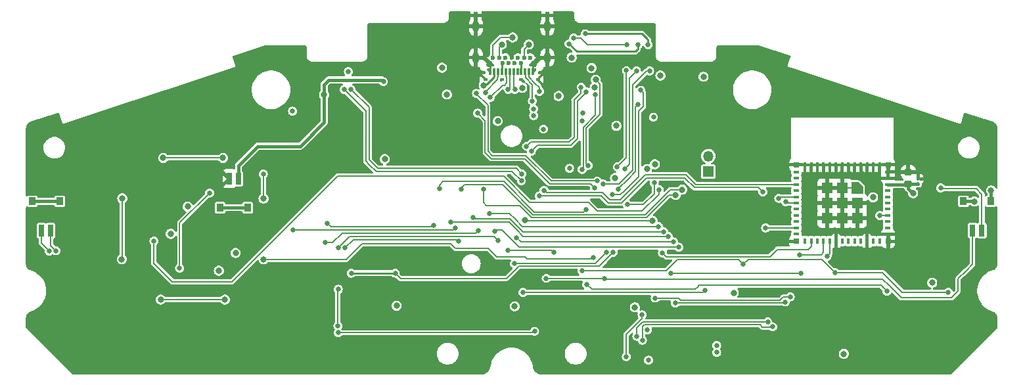
<source format=gbr>
G04 #@! TF.GenerationSoftware,KiCad,Pcbnew,7.0.6*
G04 #@! TF.CreationDate,2023-09-01T19:54:12-07:00*
G04 #@! TF.ProjectId,sgpp_main_pcb,73677070-5f6d-4616-996e-5f7063622e6b,1*
G04 #@! TF.SameCoordinates,Original*
G04 #@! TF.FileFunction,Copper,L4,Bot*
G04 #@! TF.FilePolarity,Positive*
%FSLAX46Y46*%
G04 Gerber Fmt 4.6, Leading zero omitted, Abs format (unit mm)*
G04 Created by KiCad (PCBNEW 7.0.6) date 2023-09-01 19:54:12*
%MOMM*%
%LPD*%
G01*
G04 APERTURE LIST*
G04 Aperture macros list*
%AMRoundRect*
0 Rectangle with rounded corners*
0 $1 Rounding radius*
0 $2 $3 $4 $5 $6 $7 $8 $9 X,Y pos of 4 corners*
0 Add a 4 corners polygon primitive as box body*
4,1,4,$2,$3,$4,$5,$6,$7,$8,$9,$2,$3,0*
0 Add four circle primitives for the rounded corners*
1,1,$1+$1,$2,$3*
1,1,$1+$1,$4,$5*
1,1,$1+$1,$6,$7*
1,1,$1+$1,$8,$9*
0 Add four rect primitives between the rounded corners*
20,1,$1+$1,$2,$3,$4,$5,0*
20,1,$1+$1,$4,$5,$6,$7,0*
20,1,$1+$1,$6,$7,$8,$9,0*
20,1,$1+$1,$8,$9,$2,$3,0*%
%AMFreePoly0*
4,1,14,0.728536,0.728536,0.730000,0.725000,0.730000,-0.725000,0.728536,-0.728536,0.725000,-0.730000,-0.125000,-0.730001,-0.128536,-0.728534,-0.728536,-0.128536,-0.730001,-0.125000,-0.730000,0.725000,-0.728536,0.728536,-0.725000,0.730000,0.725000,0.730000,0.728536,0.728536,0.728536,0.728536,$1*%
G04 Aperture macros list end*
G04 #@! TA.AperFunction,ComponentPad*
%ADD10R,1.350000X1.350000*%
G04 #@! TD*
G04 #@! TA.AperFunction,ComponentPad*
%ADD11O,1.350000X1.350000*%
G04 #@! TD*
G04 #@! TA.AperFunction,SMDPad,CuDef*
%ADD12R,0.800000X0.400000*%
G04 #@! TD*
G04 #@! TA.AperFunction,SMDPad,CuDef*
%ADD13R,0.400000X0.800000*%
G04 #@! TD*
G04 #@! TA.AperFunction,SMDPad,CuDef*
%ADD14R,1.450000X1.450000*%
G04 #@! TD*
G04 #@! TA.AperFunction,SMDPad,CuDef*
%ADD15R,0.700000X0.700000*%
G04 #@! TD*
G04 #@! TA.AperFunction,SMDPad,CuDef*
%ADD16FreePoly0,180.000000*%
G04 #@! TD*
G04 #@! TA.AperFunction,SMDPad,CuDef*
%ADD17R,0.300000X0.900000*%
G04 #@! TD*
G04 #@! TA.AperFunction,ComponentPad*
%ADD18C,0.600000*%
G04 #@! TD*
G04 #@! TA.AperFunction,SMDPad,CuDef*
%ADD19R,0.500000X1.050000*%
G04 #@! TD*
G04 #@! TA.AperFunction,ComponentPad*
%ADD20O,0.800000X1.550000*%
G04 #@! TD*
G04 #@! TA.AperFunction,SMDPad,CuDef*
%ADD21R,0.470000X0.300000*%
G04 #@! TD*
G04 #@! TA.AperFunction,SMDPad,CuDef*
%ADD22R,0.700000X1.500000*%
G04 #@! TD*
G04 #@! TA.AperFunction,SMDPad,CuDef*
%ADD23R,0.850000X1.000000*%
G04 #@! TD*
G04 #@! TA.AperFunction,SMDPad,CuDef*
%ADD24RoundRect,0.225000X0.250000X-0.225000X0.250000X0.225000X-0.250000X0.225000X-0.250000X-0.225000X0*%
G04 #@! TD*
G04 #@! TA.AperFunction,SMDPad,CuDef*
%ADD25RoundRect,0.100000X-0.100000X0.130000X-0.100000X-0.130000X0.100000X-0.130000X0.100000X0.130000X0*%
G04 #@! TD*
G04 #@! TA.AperFunction,ViaPad*
%ADD26C,0.650000*%
G04 #@! TD*
G04 #@! TA.AperFunction,ViaPad*
%ADD27C,0.800000*%
G04 #@! TD*
G04 #@! TA.AperFunction,Conductor*
%ADD28C,0.400000*%
G04 #@! TD*
G04 #@! TA.AperFunction,Conductor*
%ADD29C,0.250000*%
G04 #@! TD*
G04 #@! TA.AperFunction,Conductor*
%ADD30C,0.150000*%
G04 #@! TD*
G04 #@! TA.AperFunction,Conductor*
%ADD31C,0.200000*%
G04 #@! TD*
G04 APERTURE END LIST*
D10*
X175361600Y-97300800D03*
D11*
X175361600Y-95300800D03*
D12*
X198496327Y-97343114D03*
X198496327Y-98143114D03*
X198496327Y-98943114D03*
X198496327Y-99743114D03*
X198496327Y-100543114D03*
X198496327Y-101343114D03*
X198496327Y-102143114D03*
X198496327Y-102943114D03*
X198496327Y-103743114D03*
X198496327Y-104543114D03*
X198496327Y-105343114D03*
D13*
X197396327Y-106243114D03*
X196596327Y-106243114D03*
X195796327Y-106243114D03*
X194996327Y-106243114D03*
X194196327Y-106243114D03*
X193396327Y-106243114D03*
X192596327Y-106243114D03*
X191796327Y-106243114D03*
X190996327Y-106243114D03*
X190196327Y-106243114D03*
X189396327Y-106243114D03*
X188596327Y-106243114D03*
X187796327Y-106243114D03*
D12*
X186696327Y-105343114D03*
X186696327Y-104543114D03*
X186696327Y-103743114D03*
X186696327Y-102943114D03*
X186696327Y-102143114D03*
X186696327Y-101343114D03*
X186696327Y-100543114D03*
X186696327Y-99743114D03*
X186696327Y-98943114D03*
X186696327Y-98143114D03*
X186696327Y-97343114D03*
D13*
X187796327Y-96443114D03*
X188596327Y-96443114D03*
X189396327Y-96443114D03*
X190196327Y-96443114D03*
X190996327Y-96443114D03*
X191796327Y-96443114D03*
X192596327Y-96443114D03*
X193396327Y-96443114D03*
X194196327Y-96443114D03*
X194996327Y-96443114D03*
X195796327Y-96443114D03*
X196596327Y-96443114D03*
X197396327Y-96443114D03*
D14*
X192596327Y-101343114D03*
D15*
X186646327Y-96393114D03*
X186646327Y-106293114D03*
X198546327Y-106293114D03*
X198546327Y-96393114D03*
D14*
X194546327Y-101343114D03*
X194546327Y-103293114D03*
X192596327Y-103293114D03*
X190646327Y-103293114D03*
X190646327Y-101343114D03*
X190646327Y-99393114D03*
X192596327Y-99393114D03*
D16*
X194546327Y-99393114D03*
D17*
X147250000Y-84392425D03*
X147750000Y-84392425D03*
X148250000Y-84392425D03*
X148750000Y-84392425D03*
X149250000Y-84392425D03*
X149750000Y-84392425D03*
X150250000Y-84392425D03*
X150750000Y-84392425D03*
X151250000Y-84392425D03*
X151750000Y-84392425D03*
X152250000Y-84392425D03*
X152750000Y-84392425D03*
D18*
X152800000Y-83302425D03*
X152400000Y-82592425D03*
X151600000Y-82592425D03*
X151200000Y-83302425D03*
X150800000Y-82592425D03*
X150400000Y-83302425D03*
X149600000Y-83302425D03*
X149200000Y-82592425D03*
X148800000Y-83302425D03*
X148400000Y-82592425D03*
X147600000Y-82592425D03*
X147200000Y-83302425D03*
D19*
X145400000Y-77172425D03*
D20*
X145400000Y-78592425D03*
X145400000Y-82592425D03*
D21*
X146630000Y-85392425D03*
X148750000Y-85392425D03*
X151250000Y-85392425D03*
X153370000Y-85392425D03*
D19*
X154600000Y-77172425D03*
D20*
X154600000Y-78592425D03*
X154600000Y-82592425D03*
D22*
X89400000Y-104875000D03*
X90600000Y-104875000D03*
D23*
X88225000Y-101125000D03*
X91775000Y-101125000D03*
D22*
X114796891Y-98185912D03*
X113596891Y-98185912D03*
D23*
X115971891Y-101935912D03*
X112421891Y-101935912D03*
D22*
X209400000Y-104875000D03*
X210600000Y-104875000D03*
D23*
X208225000Y-101125000D03*
X211775000Y-101125000D03*
D24*
X201103331Y-98926450D03*
X201103331Y-97376450D03*
D25*
X202373331Y-98232000D03*
X202373331Y-98872000D03*
D26*
X121767600Y-89509600D03*
X159156400Y-89763600D03*
D27*
X125831600Y-87376000D03*
D26*
X167640000Y-121589800D03*
D27*
X201726800Y-100076000D03*
X135178800Y-114579400D03*
X192811400Y-120777000D03*
X114427000Y-107772200D03*
X204190600Y-111607600D03*
X108254800Y-101803200D03*
D26*
X154101800Y-91821000D03*
D27*
X133654800Y-95681800D03*
X163322000Y-98120200D03*
D26*
X157454600Y-96875600D03*
X168275000Y-90271600D03*
D27*
X106070400Y-105308400D03*
X112268000Y-110058200D03*
X160299400Y-83947000D03*
X156057600Y-87553800D03*
X150393400Y-114655600D03*
D26*
X128955800Y-84404200D03*
D27*
X174726600Y-85064600D03*
X196570600Y-100609400D03*
X178612800Y-112903000D03*
X141655800Y-87350600D03*
D26*
X167487600Y-117703600D03*
D27*
X165887400Y-114782600D03*
X148209000Y-90779600D03*
D26*
X161227711Y-101071019D03*
D27*
X167157400Y-99644200D03*
X111480600Y-103962200D03*
X172872400Y-103962200D03*
X173202600Y-102946200D03*
D26*
X155930600Y-95808800D03*
D27*
X197485000Y-108102400D03*
X200939400Y-108077000D03*
X118668800Y-113538000D03*
X164820600Y-108534200D03*
X166141400Y-121539000D03*
X119684800Y-112928400D03*
X106908600Y-99212400D03*
X179654200Y-97155000D03*
D26*
X151942800Y-88798400D03*
D27*
X180619400Y-97434400D03*
X98806000Y-114274600D03*
X165760400Y-108712000D03*
X177622200Y-118922800D03*
X163830000Y-84861400D03*
X99720400Y-113969800D03*
X180568600Y-96443800D03*
X143687800Y-78714600D03*
X188696600Y-99568000D03*
X166776400Y-108889800D03*
X119608600Y-113995200D03*
X151968200Y-91694000D03*
X169748200Y-94818200D03*
X132918200Y-88595200D03*
X176961800Y-86156800D03*
X98983800Y-113334800D03*
X176606200Y-87172800D03*
X174675800Y-100838000D03*
X146407017Y-86158787D03*
X169174148Y-84908541D03*
X157747523Y-82599848D03*
X160712701Y-86458641D03*
X163499800Y-91389200D03*
D26*
X159105600Y-90728800D03*
X159486170Y-79531767D03*
D27*
X150139400Y-80010000D03*
D26*
X167589699Y-80939440D03*
X153584574Y-86950470D03*
X157399945Y-80813804D03*
D27*
X152213521Y-80918698D03*
D26*
X166266718Y-80957708D03*
X146608117Y-87120001D03*
X147273019Y-87745901D03*
X149555200Y-86690200D03*
D27*
X151714200Y-103555800D03*
X168173400Y-103632000D03*
D26*
X161950400Y-111074200D03*
X163753800Y-99542600D03*
X154457400Y-111048800D03*
X166243000Y-88671400D03*
X90398600Y-107518200D03*
X127660400Y-118059200D03*
X150368000Y-109143800D03*
X152958800Y-117881400D03*
X162179000Y-107696000D03*
X146354800Y-99593400D03*
D27*
X171145200Y-100304600D03*
X113055400Y-113792000D03*
D26*
X162941000Y-100279200D03*
D27*
X99822000Y-100736400D03*
D26*
X160528000Y-108381800D03*
X118008400Y-97612200D03*
D27*
X118033800Y-108585000D03*
D26*
X166649400Y-86791800D03*
D27*
X105105200Y-95529400D03*
X118033800Y-100761800D03*
X112801400Y-95529400D03*
X99771200Y-108585000D03*
X104775000Y-113792000D03*
D26*
X143535400Y-99568000D03*
D27*
X171983400Y-99618800D03*
X160832800Y-85445600D03*
D26*
X159562800Y-102158800D03*
X159855234Y-96505200D03*
X140716000Y-99517200D03*
X159054800Y-110058200D03*
X206273400Y-112826800D03*
X160782000Y-87401400D03*
X191668400Y-110312200D03*
X159087711Y-97013212D03*
X179868665Y-109258061D03*
X150418800Y-86690200D03*
X164803195Y-80960659D03*
X152674015Y-88187409D03*
D27*
X148729700Y-80911700D03*
D26*
X157994344Y-80079546D03*
X111074200Y-100050600D03*
X107213400Y-109728000D03*
X164790012Y-84277200D03*
X163609354Y-96689403D03*
X166084872Y-84334262D03*
X164585197Y-96966859D03*
X167780165Y-84317750D03*
X161793850Y-98899551D03*
X155422600Y-107696000D03*
X149504400Y-107416600D03*
D27*
X168452800Y-96342200D03*
X167436800Y-96977200D03*
D26*
X133477202Y-85699398D03*
X169443400Y-107797600D03*
X164769800Y-121132600D03*
X166801800Y-115747800D03*
X170891200Y-106349800D03*
X150622000Y-105791000D03*
X147828000Y-104978200D03*
X171551600Y-107035600D03*
X127635000Y-107086400D03*
X148285200Y-106172000D03*
X145034000Y-103174800D03*
X169621200Y-105029000D03*
X125984000Y-106451400D03*
X145694400Y-104927400D03*
X205282800Y-99390200D03*
X168935400Y-104368600D03*
X147142200Y-102692200D03*
X142748000Y-104597200D03*
X121869200Y-104825800D03*
X91287600Y-107492800D03*
X128498600Y-107137200D03*
X127660400Y-112445800D03*
X143129000Y-106273600D03*
X127609600Y-117170200D03*
X170205400Y-105664000D03*
X170484800Y-110439200D03*
X142189200Y-103835200D03*
X187248800Y-110439200D03*
X139928600Y-104190800D03*
X126263400Y-103962200D03*
X135001000Y-110388400D03*
X163068000Y-107696000D03*
X164896800Y-101523800D03*
X168386319Y-98753869D03*
X129336800Y-110388400D03*
D27*
X141020800Y-83896200D03*
D26*
X103911400Y-106248200D03*
X168986200Y-99618800D03*
X174955200Y-112572800D03*
X151460200Y-112852200D03*
X197434200Y-102946200D03*
X159682512Y-111837386D03*
X198374000Y-112725200D03*
X145616000Y-89765800D03*
X160655000Y-99364800D03*
X161010600Y-98501200D03*
X145468000Y-87225800D03*
D27*
X151358600Y-86487000D03*
D26*
X182727600Y-104546400D03*
X182372000Y-99898200D03*
X128422400Y-86690200D03*
X153543000Y-100431600D03*
X151917400Y-94030800D03*
X158953200Y-86410800D03*
X151257000Y-98475800D03*
X129311400Y-86690200D03*
X159613600Y-86995000D03*
X151307800Y-97586800D03*
X154178000Y-99720400D03*
X152552400Y-94665800D03*
X171094400Y-114223800D03*
X185267600Y-114096800D03*
X187121800Y-108000800D03*
X185902600Y-113436400D03*
X190652400Y-108204000D03*
X168503600Y-113588800D03*
X176428400Y-120592000D03*
X152831800Y-90068400D03*
X152831800Y-89204800D03*
X176428400Y-119692000D03*
X185293000Y-101168200D03*
X183642000Y-117297200D03*
X166852600Y-119024400D03*
X166141400Y-118516400D03*
X183007000Y-116662200D03*
X184429400Y-100736400D03*
D27*
X209626200Y-101142800D03*
X211785200Y-99720400D03*
D28*
X125831600Y-90932000D02*
X125831600Y-87376000D01*
X125831600Y-87376000D02*
X125831600Y-86080600D01*
X201157781Y-98872000D02*
X202373331Y-98872000D01*
X201103331Y-98926450D02*
X201103331Y-99452531D01*
X198496327Y-98943114D02*
X201086667Y-98943114D01*
X201086667Y-98943114D02*
X201103331Y-98926450D01*
X201103331Y-98926450D02*
X201157781Y-98872000D01*
X201103331Y-99452531D02*
X201726800Y-100076000D01*
D29*
X152750000Y-84392425D02*
X152750000Y-83352425D01*
D30*
X145400000Y-78592425D02*
X145277825Y-78714600D01*
X145277825Y-78714600D02*
X143687800Y-78714600D01*
X188871486Y-99393114D02*
X188696600Y-99568000D01*
D29*
X147250000Y-84392425D02*
X147250000Y-83352425D01*
X152750000Y-83352425D02*
X152800000Y-83302425D01*
D31*
X198546327Y-106293114D02*
X198546327Y-107041073D01*
D28*
X153678375Y-82592425D02*
X154600000Y-82592425D01*
X152968375Y-83302425D02*
X153678375Y-82592425D01*
D30*
X194546327Y-99393114D02*
X192596327Y-99393114D01*
D28*
X152800000Y-83302425D02*
X152968375Y-83302425D01*
X145400000Y-82592425D02*
X146490000Y-82592425D01*
X146490000Y-82592425D02*
X147200000Y-83302425D01*
D30*
X190646327Y-99393114D02*
X188871486Y-99393114D01*
D29*
X147250000Y-83352425D02*
X147200000Y-83302425D01*
D31*
X198546327Y-107041073D02*
X197485000Y-108102400D01*
D29*
X146510604Y-86055200D02*
X146407017Y-86158787D01*
X147750000Y-84392425D02*
X147750000Y-85116651D01*
X147750000Y-85116651D02*
X146811451Y-86055200D01*
X146811451Y-86055200D02*
X146510604Y-86055200D01*
X167589699Y-80340699D02*
X167589699Y-80939440D01*
D30*
X152250000Y-84392425D02*
X152250000Y-85121298D01*
D31*
X148615400Y-80010000D02*
X150139400Y-80010000D01*
D30*
X153025274Y-85896572D02*
X153584574Y-86455872D01*
D29*
X166780767Y-79531767D02*
X167462200Y-80213200D01*
D30*
X153584574Y-86455872D02*
X153584574Y-86950470D01*
D29*
X167462200Y-80213200D02*
X167589699Y-80340699D01*
X159486170Y-79531767D02*
X166780767Y-79531767D01*
D31*
X147600000Y-82592425D02*
X147600000Y-81025400D01*
X147600000Y-81025400D02*
X148615400Y-80010000D01*
D30*
X152250000Y-85121298D02*
X153025274Y-85896572D01*
D29*
X162204400Y-81813400D02*
X165963600Y-81813400D01*
X157399945Y-80813804D02*
X158399541Y-81813400D01*
D31*
X151600000Y-81532219D02*
X151600000Y-82592425D01*
D30*
X148165030Y-85153140D02*
X148165030Y-85443216D01*
X148165030Y-85443216D02*
X146608117Y-87000129D01*
D29*
X166141400Y-81635600D02*
X166266718Y-81510282D01*
D30*
X148250000Y-84392425D02*
X148250000Y-85068170D01*
D29*
X165963600Y-81813400D02*
X166141400Y-81635600D01*
X158399541Y-81813400D02*
X162204400Y-81813400D01*
D30*
X146608117Y-87000129D02*
X146608117Y-87120001D01*
D29*
X166266718Y-81510282D02*
X166266718Y-80957708D01*
D31*
X152213521Y-80918698D02*
X151600000Y-81532219D01*
D30*
X148250000Y-85068170D02*
X148165030Y-85153140D01*
D31*
X149355213Y-85084092D02*
X149250000Y-84978879D01*
X149055927Y-86145406D02*
X149355213Y-85846120D01*
X147273019Y-87745901D02*
X148873514Y-86145406D01*
X149355213Y-85846120D02*
X149355213Y-85084092D01*
X149250000Y-84978879D02*
X149250000Y-84392425D01*
X148873514Y-86145406D02*
X149055927Y-86145406D01*
D30*
X149757329Y-86488071D02*
X149555200Y-86690200D01*
X149750000Y-84392425D02*
X149757329Y-84399754D01*
X149757329Y-84399754D02*
X149757329Y-86488071D01*
X168173400Y-103632000D02*
X151790400Y-103632000D01*
X151790400Y-103632000D02*
X151714200Y-103555800D01*
X165966746Y-97304254D02*
X164973000Y-98298000D01*
X160782000Y-109093000D02*
X158826200Y-109093000D01*
X204114400Y-113563400D02*
X200228200Y-113563400D01*
X207518000Y-112725200D02*
X206756000Y-113487200D01*
X150418800Y-109093000D02*
X150368000Y-109143800D01*
X163753800Y-99517200D02*
X163753800Y-99542600D01*
X209400000Y-109217600D02*
X208584800Y-110032800D01*
X207518000Y-111937800D02*
X207518000Y-112725200D01*
X164973000Y-98298000D02*
X163753800Y-99517200D01*
X162026600Y-111150400D02*
X161950400Y-111074200D01*
X127660400Y-118059200D02*
X152781000Y-118059200D01*
X165966746Y-90525600D02*
X165966746Y-97304254D01*
X165966746Y-88947654D02*
X165966746Y-90525600D01*
X166243000Y-88671400D02*
X165966746Y-88947654D01*
X192532000Y-111150400D02*
X162026600Y-111150400D01*
X209400000Y-104875000D02*
X209400000Y-109217600D01*
X158826200Y-109093000D02*
X150418800Y-109093000D01*
X198628000Y-111963200D02*
X197815200Y-111150400D01*
X89400000Y-106519600D02*
X90398600Y-107518200D01*
X207518000Y-111099600D02*
X207518000Y-111937800D01*
X197815200Y-111150400D02*
X192532000Y-111150400D01*
X162179000Y-107696000D02*
X160782000Y-109093000D01*
X161925000Y-111048800D02*
X161950400Y-111074200D01*
X154457400Y-111048800D02*
X161925000Y-111048800D01*
X89400000Y-104875000D02*
X89400000Y-106519600D01*
X200228200Y-113563400D02*
X198628000Y-111963200D01*
X206679800Y-113563400D02*
X204114400Y-113563400D01*
X206756000Y-113487200D02*
X206679800Y-113563400D01*
X208584800Y-110032800D02*
X207518000Y-111099600D01*
X152781000Y-118059200D02*
X152958800Y-117881400D01*
X146710400Y-101650800D02*
X146354800Y-101295200D01*
X146354800Y-101295200D02*
X146354800Y-99593400D01*
X151003000Y-101650800D02*
X146710400Y-101650800D01*
X151104600Y-101752400D02*
X151003000Y-101650800D01*
X167360600Y-103225600D02*
X170281600Y-100304600D01*
X152577800Y-103225600D02*
X167360600Y-103225600D01*
X170281600Y-100304600D02*
X171145200Y-100304600D01*
X151104600Y-101752400D02*
X152577800Y-103225600D01*
D31*
X166370000Y-96443800D02*
X166370000Y-89509600D01*
X156489400Y-108508800D02*
X160401000Y-108508800D01*
X145440400Y-107188000D02*
X147015200Y-107188000D01*
X129921000Y-107365800D02*
X130708400Y-106578400D01*
X130708400Y-106578400D02*
X135255000Y-106578400D01*
X128701800Y-108585000D02*
X129921000Y-107365800D01*
X142189200Y-106578400D02*
X142697200Y-107086400D01*
X142697200Y-107086400D02*
X142798800Y-107188000D01*
X135255000Y-106578400D02*
X142189200Y-106578400D01*
X151942800Y-108508800D02*
X156489400Y-108508800D01*
X166954200Y-87096600D02*
X166649400Y-86791800D01*
X166370000Y-89509600D02*
X166776400Y-89103200D01*
X99822000Y-100736400D02*
X99822000Y-108534200D01*
X164465000Y-99847400D02*
X166370000Y-97942400D01*
X104775000Y-113792000D02*
X113055400Y-113792000D01*
X166370000Y-97942400D02*
X166370000Y-96443800D01*
X166776400Y-89103200D02*
X166954200Y-88925400D01*
X112801400Y-95529400D02*
X105105200Y-95529400D01*
X148082000Y-108254800D02*
X151688800Y-108254800D01*
X164033200Y-100279200D02*
X164465000Y-99847400D01*
X118033800Y-108585000D02*
X128701800Y-108585000D01*
X99822000Y-108534200D02*
X99771200Y-108585000D01*
X162941000Y-100279200D02*
X164033200Y-100279200D01*
X160401000Y-108508800D02*
X160528000Y-108381800D01*
X147853400Y-108026200D02*
X148082000Y-108254800D01*
X142798800Y-107188000D02*
X145440400Y-107188000D01*
X118008400Y-97612200D02*
X118008400Y-100736400D01*
X118008400Y-100736400D02*
X118033800Y-100761800D01*
X147015200Y-107188000D02*
X147853400Y-108026200D01*
X166954200Y-88112600D02*
X166954200Y-87096600D01*
X166954200Y-88925400D02*
X166954200Y-88112600D01*
X151688800Y-108254800D02*
X151942800Y-108508800D01*
D30*
X150799800Y-100914200D02*
X152755600Y-102870000D01*
X143535400Y-99364800D02*
X143535400Y-99568000D01*
X143967200Y-98933000D02*
X143789400Y-99110800D01*
X148818600Y-98933000D02*
X146405600Y-98933000D01*
X152755600Y-102870000D02*
X167208200Y-102870000D01*
X146405600Y-98933000D02*
X143967200Y-98933000D01*
X167208200Y-102870000D02*
X170459400Y-99618800D01*
X150799800Y-100914200D02*
X148818600Y-98933000D01*
X143789400Y-99110800D02*
X143535400Y-99364800D01*
X170459400Y-99618800D02*
X171983400Y-99618800D01*
X159562800Y-102158800D02*
X159232600Y-102489000D01*
X161391600Y-86004400D02*
X160832800Y-85445600D01*
X149002000Y-98583000D02*
X141167600Y-98583000D01*
X159588200Y-91719400D02*
X161391600Y-89916000D01*
X141167600Y-98583000D02*
X140716000Y-99034600D01*
X161391600Y-89916000D02*
X161391600Y-86004400D01*
X159855234Y-96505200D02*
X159588200Y-96238166D01*
X140716000Y-99034600D02*
X140716000Y-99517200D01*
X152908000Y-102489000D02*
X149002000Y-98583000D01*
X159588200Y-96238166D02*
X159588200Y-91719400D01*
X159232600Y-102489000D02*
X152908000Y-102489000D01*
X179868665Y-109258061D02*
X180490926Y-108635800D01*
D31*
X198120000Y-110617000D02*
X197815200Y-110312200D01*
D30*
X171348400Y-108635800D02*
X169926000Y-110058200D01*
X179868665Y-109258061D02*
X179246404Y-108635800D01*
D31*
X200329800Y-112826800D02*
X198120000Y-110617000D01*
D30*
X179246404Y-108635800D02*
X171348400Y-108635800D01*
X169926000Y-110058200D02*
X159054800Y-110058200D01*
X159232600Y-96868323D02*
X159232600Y-91567000D01*
X189992000Y-108635800D02*
X191668400Y-110312200D01*
D31*
X206273400Y-112826800D02*
X200329800Y-112826800D01*
D30*
X180490926Y-108635800D02*
X189992000Y-108635800D01*
X159232600Y-91567000D02*
X160782000Y-90017600D01*
X160782000Y-90017600D02*
X160782000Y-87401400D01*
D31*
X197815200Y-110312200D02*
X191668400Y-110312200D01*
D30*
X159087711Y-97013212D02*
X159232600Y-96868323D01*
X150252255Y-84394680D02*
X150250000Y-84392425D01*
X150418800Y-86690200D02*
X150252255Y-86523655D01*
X150252255Y-86523655D02*
X150252255Y-84394680D01*
D31*
X157994344Y-80079546D02*
X158946546Y-80079546D01*
X159827659Y-80960659D02*
X164803195Y-80960659D01*
D30*
X151750000Y-84392425D02*
X151765864Y-84408289D01*
D31*
X148400000Y-81241400D02*
X148400000Y-82592425D01*
X148729700Y-80911700D02*
X148400000Y-81241400D01*
X159766000Y-80899000D02*
X159827659Y-80960659D01*
D30*
X151765864Y-85156022D02*
X152674015Y-86064173D01*
X151765864Y-84408289D02*
X151765864Y-85156022D01*
D31*
X158946546Y-80079546D02*
X159766000Y-80899000D01*
D30*
X152674015Y-86064173D02*
X152674015Y-88187409D01*
X111074200Y-100050600D02*
X107213400Y-103911400D01*
X107213400Y-103911400D02*
X107213400Y-109728000D01*
D31*
X163609354Y-96689403D02*
X164790012Y-95508745D01*
X164790012Y-95508745D02*
X164790012Y-84277200D01*
X164585197Y-96966859D02*
X165190012Y-96362044D01*
X165190012Y-85229122D02*
X166084872Y-84334262D01*
X165190012Y-96362044D02*
X165190012Y-85229122D01*
X163808386Y-98899551D02*
X165591746Y-97116191D01*
X161793850Y-98899551D02*
X163808386Y-98899551D01*
X165591746Y-86143572D02*
X167417568Y-84317750D01*
X165591746Y-97116191D02*
X165591746Y-86143572D01*
X167417568Y-84317750D02*
X167780165Y-84317750D01*
X152349200Y-107467400D02*
X155194000Y-107467400D01*
X149555200Y-107467400D02*
X152349200Y-107467400D01*
X155194000Y-107467400D02*
X155422600Y-107696000D01*
X149504400Y-107416600D02*
X149555200Y-107467400D01*
D28*
X133248804Y-85471000D02*
X133477202Y-85699398D01*
X126441200Y-85471000D02*
X133248804Y-85471000D01*
X114796891Y-98185912D02*
X114796891Y-96480309D01*
X114796891Y-96480309D02*
X117246400Y-94030800D01*
X117246400Y-94030800D02*
X122732800Y-94030800D01*
X125831600Y-86080600D02*
X126441200Y-85471000D01*
X122732800Y-94030800D02*
X125831600Y-90932000D01*
D31*
X166801800Y-115747800D02*
X166801800Y-116230400D01*
X169906600Y-108260800D02*
X183280400Y-108260800D01*
X184226200Y-107315000D02*
X188239400Y-107315000D01*
X165989000Y-117043200D02*
X164769800Y-118262400D01*
X188596327Y-106958073D02*
X188596327Y-106243114D01*
X164769800Y-118262400D02*
X164769800Y-121132600D01*
X188239400Y-107315000D02*
X188596327Y-106958073D01*
X166801800Y-116230400D02*
X165989000Y-117043200D01*
X169443400Y-107797600D02*
X169906600Y-108260800D01*
X183280400Y-108260800D02*
X184226200Y-107315000D01*
X151180800Y-106349800D02*
X150622000Y-105791000D01*
X170891200Y-106349800D02*
X151180800Y-106349800D01*
X150926800Y-107035600D02*
X148742400Y-104851200D01*
X171551600Y-107035600D02*
X150926800Y-107035600D01*
X147955000Y-104851200D02*
X147828000Y-104978200D01*
X148742400Y-104851200D02*
X147955000Y-104851200D01*
X129082800Y-105638600D02*
X147751800Y-105638600D01*
X147751800Y-105638600D02*
X148285200Y-106172000D01*
X127635000Y-107086400D02*
X129082800Y-105638600D01*
X145262600Y-103403400D02*
X145034000Y-103174800D01*
X150393400Y-103987600D02*
X149809200Y-103403400D01*
X149021800Y-103403400D02*
X145262600Y-103403400D01*
X169621200Y-105029000D02*
X151434800Y-105029000D01*
X149809200Y-103403400D02*
X149021800Y-103403400D01*
X151434800Y-105029000D02*
X150393400Y-103987600D01*
X125984000Y-106451400D02*
X126923800Y-106451400D01*
X145389600Y-105232200D02*
X145694400Y-104927400D01*
X128143000Y-105232200D02*
X145389600Y-105232200D01*
X126923800Y-106451400D02*
X128143000Y-105232200D01*
X210600000Y-100211600D02*
X209854800Y-99466400D01*
X209854800Y-99466400D02*
X205359000Y-99466400D01*
X205359000Y-99466400D02*
X205282800Y-99390200D01*
X149707600Y-102692200D02*
X147142200Y-102692200D01*
X150418800Y-103403400D02*
X149707600Y-102692200D01*
X168935400Y-104368600D02*
X151384000Y-104368600D01*
X151384000Y-104368600D02*
X150418800Y-103403400D01*
X210600000Y-104875000D02*
X210600000Y-100211600D01*
X142519400Y-104825800D02*
X142748000Y-104597200D01*
X121869200Y-104825800D02*
X142519400Y-104825800D01*
X128498600Y-107137200D02*
X129590800Y-106045000D01*
X127609600Y-112496600D02*
X127660400Y-112445800D01*
X127609600Y-117170200D02*
X127609600Y-112496600D01*
X90600000Y-104875000D02*
X90600000Y-106805200D01*
X129590800Y-106045000D02*
X130530600Y-106045000D01*
X142900400Y-106045000D02*
X143129000Y-106273600D01*
X130530600Y-106045000D02*
X142900400Y-106045000D01*
X90600000Y-106805200D02*
X91287600Y-107492800D01*
X170205400Y-105664000D02*
X151485600Y-105664000D01*
X170484800Y-110439200D02*
X187248800Y-110439200D01*
X150672800Y-104851200D02*
X149656800Y-103835200D01*
X149656800Y-103835200D02*
X142189200Y-103835200D01*
X151485600Y-105664000D02*
X150672800Y-104851200D01*
X139693600Y-104425800D02*
X139928600Y-104190800D01*
X126263400Y-103962200D02*
X126727000Y-104425800D01*
X127990600Y-104425800D02*
X139693600Y-104425800D01*
X126727000Y-104425800D02*
X127990600Y-104425800D01*
D30*
X149326600Y-111074200D02*
X145465800Y-111074200D01*
X163068000Y-107696000D02*
X161315400Y-109448600D01*
X150444200Y-109956600D02*
X149326600Y-111074200D01*
D29*
X129336800Y-110388400D02*
X135001000Y-110388400D01*
D30*
X168386319Y-100117081D02*
X168386319Y-98753869D01*
X145465800Y-111074200D02*
X135686800Y-111074200D01*
X135686800Y-111074200D02*
X135001000Y-110388400D01*
X164896800Y-101523800D02*
X166979600Y-101523800D01*
X160451800Y-109448600D02*
X150952200Y-109448600D01*
X150952200Y-109448600D02*
X150444200Y-109956600D01*
X166979600Y-101523800D02*
X168386319Y-100117081D01*
X161315400Y-109448600D02*
X160451800Y-109448600D01*
D29*
X148750000Y-83352425D02*
X148800000Y-83302425D01*
X151250000Y-84392425D02*
X151250000Y-83352425D01*
X148750000Y-84392425D02*
X148750000Y-83352425D01*
X151250000Y-83352425D02*
X151200000Y-83302425D01*
D31*
X152349200Y-101269800D02*
X159893000Y-101269800D01*
X148971000Y-97891600D02*
X152349200Y-101269800D01*
X168986200Y-100228400D02*
X168986200Y-99618800D01*
X113969800Y-111480600D02*
X127558800Y-97891600D01*
X127558800Y-97891600D02*
X148971000Y-97891600D01*
X161010600Y-102387400D02*
X166827200Y-102387400D01*
X159893000Y-101269800D02*
X161010600Y-102387400D01*
X166827200Y-102387400D02*
X168986200Y-100228400D01*
X103911400Y-106248200D02*
X103911400Y-109118400D01*
X103911400Y-109118400D02*
X106273600Y-111480600D01*
X106273600Y-111480600D02*
X113969800Y-111480600D01*
X174675800Y-112852200D02*
X174955200Y-112572800D01*
X151460200Y-112852200D02*
X174675800Y-112852200D01*
D30*
X197434200Y-102946200D02*
X198493241Y-102946200D01*
X197612000Y-111963200D02*
X198374000Y-112725200D01*
X173964600Y-112166400D02*
X174167800Y-111963200D01*
X159682512Y-111837386D02*
X160316326Y-112471200D01*
X160316326Y-112471200D02*
X167055800Y-112471200D01*
X174167800Y-111963200D02*
X175539400Y-111963200D01*
X167055800Y-112471200D02*
X173659800Y-112471200D01*
X198493241Y-102946200D02*
X198496327Y-102943114D01*
X173659800Y-112471200D02*
X173964600Y-112166400D01*
X175539400Y-111963200D02*
X197612000Y-111963200D01*
X151688800Y-95631000D02*
X154914600Y-98856800D01*
X154914600Y-98856800D02*
X160147000Y-98856800D01*
X146583400Y-94843600D02*
X147370800Y-95631000D01*
X160147000Y-98856800D02*
X160655000Y-99364800D01*
X146583400Y-90733200D02*
X146583400Y-94843600D01*
X145616000Y-89765800D02*
X146583400Y-90733200D01*
X147370800Y-95631000D02*
X151688800Y-95631000D01*
X155067000Y-98501200D02*
X151841200Y-95275400D01*
X146939000Y-88747600D02*
X145468000Y-87276600D01*
X146939000Y-94691200D02*
X146939000Y-88747600D01*
X151841200Y-95275400D02*
X147523200Y-95275400D01*
X161010600Y-98501200D02*
X155067000Y-98501200D01*
X147523200Y-95275400D02*
X146939000Y-94691200D01*
X145468000Y-87276600D02*
X145468000Y-87225800D01*
D31*
X161569400Y-100431600D02*
X162483800Y-101346000D01*
X157429200Y-93497400D02*
X158038800Y-92887800D01*
X173529628Y-99343114D02*
X181816914Y-99343114D01*
X132562600Y-97282000D02*
X134289800Y-97282000D01*
X158953200Y-87172800D02*
X158953200Y-86410800D01*
X131216400Y-89484200D02*
X131216400Y-90170000D01*
X153543000Y-100431600D02*
X161569400Y-100431600D01*
X131216400Y-95935800D02*
X131673600Y-96393000D01*
X172306714Y-98120200D02*
X173529628Y-99343114D01*
X162483800Y-101346000D02*
X164185600Y-101346000D01*
X158038800Y-92887800D02*
X158038800Y-88087200D01*
X186693041Y-104546400D02*
X186696327Y-104543114D01*
X158038800Y-88087200D02*
X158953200Y-87172800D01*
X164185600Y-101346000D02*
X167411400Y-98120200D01*
X131673600Y-96393000D02*
X132562600Y-97282000D01*
X131216400Y-90170000D02*
X131216400Y-95935800D01*
X150063200Y-97282000D02*
X151257000Y-98475800D01*
X151917400Y-94030800D02*
X152450800Y-93497400D01*
X128422400Y-86690200D02*
X131216400Y-89484200D01*
X181816914Y-99343114D02*
X182372000Y-99898200D01*
X152450800Y-93497400D02*
X157429200Y-93497400D01*
X134289800Y-97282000D02*
X150063200Y-97282000D01*
X182727600Y-104546400D02*
X186693041Y-104546400D01*
X167411400Y-98120200D02*
X172306714Y-98120200D01*
X152552400Y-94665800D02*
X153314400Y-93903800D01*
X150596600Y-96875600D02*
X132740400Y-96875600D01*
X158470600Y-93040200D02*
X158470600Y-88239600D01*
X157607000Y-93903800D02*
X158470600Y-93040200D01*
X154178000Y-99720400D02*
X154482800Y-100025200D01*
X131622800Y-89001600D02*
X129311400Y-86690200D01*
X154482800Y-100025200D02*
X161747200Y-100025200D01*
X161747200Y-100025200D02*
X162661600Y-100939600D01*
X132740400Y-96875600D02*
X131622800Y-95758000D01*
X158470600Y-88239600D02*
X159613600Y-87096600D01*
X162661600Y-100939600D02*
X164007800Y-100939600D01*
X131622800Y-95758000D02*
X131622800Y-89001600D01*
X172466000Y-97713800D02*
X173695314Y-98943114D01*
X167233600Y-97713800D02*
X172466000Y-97713800D01*
X173695314Y-98943114D02*
X186696327Y-98943114D01*
X159613600Y-87096600D02*
X159613600Y-86995000D01*
X153314400Y-93903800D02*
X157607000Y-93903800D01*
X151307800Y-97586800D02*
X150596600Y-96875600D01*
X164007800Y-100939600D02*
X167233600Y-97713800D01*
D30*
X190196327Y-107720273D02*
X190196327Y-106243114D01*
X187121800Y-108000800D02*
X189915800Y-108000800D01*
X171094400Y-114223800D02*
X185140600Y-114223800D01*
X185140600Y-114223800D02*
X185267600Y-114096800D01*
X189915800Y-108000800D02*
X190196327Y-107720273D01*
X190996327Y-107860073D02*
X190652400Y-108204000D01*
X171805600Y-113868200D02*
X171551600Y-113614200D01*
X183667400Y-113868200D02*
X171805600Y-113868200D01*
X185902600Y-113436400D02*
X185013600Y-113436400D01*
X184835800Y-113614200D02*
X184581800Y-113868200D01*
X184581800Y-113868200D02*
X183667400Y-113868200D01*
X171526200Y-113588800D02*
X168503600Y-113588800D01*
X190996327Y-106243114D02*
X190996327Y-107860073D01*
X185013600Y-113436400D02*
X184835800Y-113614200D01*
X171551600Y-113614200D02*
X171526200Y-113588800D01*
X166852600Y-119024400D02*
X166852600Y-117297200D01*
X167132000Y-117017800D02*
X181991000Y-117017800D01*
X186696327Y-101343114D02*
X185467914Y-101343114D01*
X166852600Y-117297200D02*
X167132000Y-117017800D01*
X183616600Y-117322600D02*
X183642000Y-117297200D01*
X185467914Y-101343114D02*
X185293000Y-101168200D01*
X181991000Y-117017800D02*
X182295800Y-117322600D01*
X182295800Y-117322600D02*
X183616600Y-117322600D01*
X166573200Y-116992400D02*
X166141400Y-117424200D01*
X184622686Y-100543114D02*
X184429400Y-100736400D01*
X166141400Y-117424200D02*
X166141400Y-118516400D01*
X183007000Y-116662200D02*
X166903400Y-116662200D01*
X166903400Y-116662200D02*
X166573200Y-116992400D01*
X186696327Y-100543114D02*
X184622686Y-100543114D01*
D28*
X88225000Y-101125000D02*
X91775000Y-101125000D01*
X211785200Y-99720400D02*
X211785200Y-101114800D01*
X209608400Y-101125000D02*
X209626200Y-101142800D01*
X208225000Y-101125000D02*
X209608400Y-101125000D01*
X211785200Y-101114800D02*
X211775000Y-101125000D01*
X112421891Y-101935912D02*
X115971891Y-101935912D01*
G04 #@! TA.AperFunction,Conductor*
G36*
X144593039Y-76605801D02*
G01*
X144638794Y-76658605D01*
X144650000Y-76710116D01*
X144650000Y-76922425D01*
X146150000Y-76922425D01*
X146150000Y-76710116D01*
X146169685Y-76643077D01*
X146222489Y-76597322D01*
X146274000Y-76586116D01*
X153726000Y-76586116D01*
X153793039Y-76605801D01*
X153838794Y-76658605D01*
X153850000Y-76710116D01*
X153850000Y-76922425D01*
X155350000Y-76922425D01*
X155350000Y-76710116D01*
X155369685Y-76643077D01*
X155422489Y-76597322D01*
X155474000Y-76586116D01*
X157691576Y-76586116D01*
X157691602Y-76586118D01*
X157706019Y-76586117D01*
X157706021Y-76586118D01*
X157736307Y-76586116D01*
X157744391Y-76586645D01*
X157814645Y-76595889D01*
X157845911Y-76604264D01*
X157855439Y-76608209D01*
X157900048Y-76626684D01*
X157928080Y-76642867D01*
X157973211Y-76677495D01*
X157974565Y-76678534D01*
X157997454Y-76701423D01*
X158033120Y-76747902D01*
X158049307Y-76775936D01*
X158071728Y-76830064D01*
X158080107Y-76861336D01*
X158089327Y-76931390D01*
X158089858Y-76939490D01*
X158089858Y-76984392D01*
X158089859Y-76984401D01*
X158089859Y-77407970D01*
X158089858Y-77407984D01*
X158089859Y-77452322D01*
X158089859Y-77475963D01*
X158089884Y-77476355D01*
X158089885Y-77525608D01*
X158112409Y-77624285D01*
X158122505Y-77668516D01*
X158159452Y-77745236D01*
X158186105Y-77800582D01*
X158224988Y-77849341D01*
X158277494Y-77915183D01*
X158392092Y-78006578D01*
X158392095Y-78006579D01*
X158392095Y-78006580D01*
X158496515Y-78056872D01*
X158524153Y-78070184D01*
X158667056Y-78102810D01*
X158711898Y-78102813D01*
X158711934Y-78102816D01*
X158740347Y-78102816D01*
X158774697Y-78102818D01*
X158774698Y-78102817D01*
X158789115Y-78102818D01*
X158789142Y-78102816D01*
X168191576Y-78102816D01*
X168191602Y-78102818D01*
X168206019Y-78102817D01*
X168206021Y-78102818D01*
X168236307Y-78102816D01*
X168244391Y-78103345D01*
X168314645Y-78112589D01*
X168345911Y-78120964D01*
X168400048Y-78143384D01*
X168428080Y-78159567D01*
X168473211Y-78194195D01*
X168474565Y-78195234D01*
X168497454Y-78218123D01*
X168533120Y-78264602D01*
X168549307Y-78292636D01*
X168571728Y-78346764D01*
X168580107Y-78378036D01*
X168589327Y-78448090D01*
X168589858Y-78456190D01*
X168589858Y-78501092D01*
X168589859Y-78501101D01*
X168589859Y-82407970D01*
X168589858Y-82407978D01*
X168589859Y-82452322D01*
X168589859Y-82475963D01*
X168589884Y-82476355D01*
X168589885Y-82525608D01*
X168605137Y-82592425D01*
X168622505Y-82668516D01*
X168686104Y-82800580D01*
X168686105Y-82800582D01*
X168777490Y-82915178D01*
X168777494Y-82915183D01*
X168892092Y-83006578D01*
X168892095Y-83006579D01*
X168892095Y-83006580D01*
X168949807Y-83034376D01*
X169024153Y-83070184D01*
X169167056Y-83102810D01*
X169211898Y-83102813D01*
X169211934Y-83102816D01*
X169240347Y-83102816D01*
X169274697Y-83102818D01*
X169274698Y-83102817D01*
X169289115Y-83102818D01*
X169289142Y-83102816D01*
X175763825Y-83102816D01*
X175764651Y-83102760D01*
X175813588Y-83102764D01*
X175813634Y-83102765D01*
X175813634Y-83102764D01*
X175813638Y-83102765D01*
X175956548Y-83070158D01*
X176088619Y-83006567D01*
X176203228Y-82915181D01*
X176294627Y-82800583D01*
X176358233Y-82668519D01*
X176390857Y-82525612D01*
X176390857Y-82486568D01*
X176390859Y-82486562D01*
X176390859Y-82443029D01*
X176390860Y-82417970D01*
X176390859Y-82417967D01*
X176390859Y-81341456D01*
X176391390Y-81333353D01*
X176394034Y-81313276D01*
X176400641Y-81263100D01*
X176409018Y-81231844D01*
X176431446Y-81177699D01*
X176447621Y-81149684D01*
X176483297Y-81103189D01*
X176506182Y-81080304D01*
X176509680Y-81077620D01*
X176552671Y-81044630D01*
X176580696Y-81028448D01*
X176634832Y-81006021D01*
X176666093Y-80997643D01*
X176690356Y-80994447D01*
X176736215Y-80988407D01*
X176744320Y-80987875D01*
X181510190Y-80987875D01*
X181513436Y-80987960D01*
X181597378Y-80992360D01*
X181603811Y-80993036D01*
X181685228Y-81005933D01*
X181691572Y-81007282D01*
X181707682Y-81011598D01*
X181772973Y-81029094D01*
X181776014Y-81029994D01*
X185732629Y-82315580D01*
X185885457Y-82365237D01*
X185943133Y-82404675D01*
X185970331Y-82469033D01*
X185964881Y-82522062D01*
X185608269Y-83601616D01*
X185594196Y-83630757D01*
X185591895Y-83634261D01*
X185591895Y-83634262D01*
X185591894Y-83634263D01*
X185591895Y-83634263D01*
X185590721Y-83654741D01*
X185590721Y-83654742D01*
X185589718Y-83672240D01*
X185587280Y-83714782D01*
X185587280Y-83714784D01*
X185623542Y-83786821D01*
X185623544Y-83786824D01*
X185690970Y-83831080D01*
X185695144Y-83831319D01*
X185726949Y-83837373D01*
X207687538Y-91091644D01*
X207716683Y-91105720D01*
X207720188Y-91108021D01*
X207722682Y-91108163D01*
X207740666Y-91109194D01*
X207740667Y-91109195D01*
X207800708Y-91112636D01*
X207872749Y-91076372D01*
X207905749Y-91026095D01*
X207905748Y-91026095D01*
X207917005Y-91008946D01*
X207917005Y-91008943D01*
X207917154Y-91008717D01*
X207917046Y-91008230D01*
X207917244Y-91004771D01*
X207923299Y-90972963D01*
X208316315Y-89783205D01*
X208356034Y-89725725D01*
X208420524Y-89698842D01*
X208472374Y-89704169D01*
X212000497Y-90850529D01*
X212005680Y-90852475D01*
X212132917Y-90906864D01*
X212152488Y-90917397D01*
X212260962Y-90989004D01*
X212278337Y-91002861D01*
X212334235Y-91056308D01*
X212372279Y-91092684D01*
X212386905Y-91109425D01*
X212463303Y-91214583D01*
X212474704Y-91233667D01*
X212531093Y-91350767D01*
X212538904Y-91371580D01*
X212573480Y-91496872D01*
X212577449Y-91518745D01*
X212589890Y-91657015D01*
X212590140Y-91662574D01*
X212590140Y-99343510D01*
X212570455Y-99410549D01*
X212517651Y-99456304D01*
X212448493Y-99466248D01*
X212384937Y-99437223D01*
X212364090Y-99413950D01*
X212347721Y-99390236D01*
X212275683Y-99285870D01*
X212157440Y-99181117D01*
X212157438Y-99181116D01*
X212157437Y-99181115D01*
X212017565Y-99107703D01*
X211864186Y-99069900D01*
X211864185Y-99069900D01*
X211706215Y-99069900D01*
X211706214Y-99069900D01*
X211552834Y-99107703D01*
X211412962Y-99181115D01*
X211345530Y-99240854D01*
X211303864Y-99277767D01*
X211294716Y-99285871D01*
X211204981Y-99415875D01*
X211204980Y-99415876D01*
X211148962Y-99563581D01*
X211129922Y-99720399D01*
X211129922Y-99720400D01*
X211148962Y-99877218D01*
X211196987Y-100003848D01*
X211204980Y-100024923D01*
X211294717Y-100154930D01*
X211294720Y-100154932D01*
X211299691Y-100160544D01*
X211298246Y-100161823D01*
X211330054Y-100212537D01*
X211334699Y-100246159D01*
X211334699Y-100272031D01*
X211315014Y-100339070D01*
X211262210Y-100384825D01*
X211258159Y-100386589D01*
X211252265Y-100389030D01*
X211169396Y-100444401D01*
X211162181Y-100451617D01*
X211100858Y-100485102D01*
X211031166Y-100480118D01*
X210975233Y-100438246D01*
X210950816Y-100372782D01*
X210950500Y-100363936D01*
X210950500Y-100260811D01*
X210953139Y-100235364D01*
X210955043Y-100226285D01*
X210952799Y-100208280D01*
X210950977Y-100193661D01*
X210950500Y-100185985D01*
X210950500Y-100182560D01*
X210946912Y-100161058D01*
X210944675Y-100143114D01*
X210940573Y-100110207D01*
X210940571Y-100110203D01*
X210938502Y-100103253D01*
X210938470Y-100103159D01*
X210938444Y-100103072D01*
X210936091Y-100096217D01*
X210911704Y-100051155D01*
X210889199Y-100005118D01*
X210884919Y-99999124D01*
X210880419Y-99993343D01*
X210842724Y-99958641D01*
X210137437Y-99253355D01*
X210121311Y-99233498D01*
X210116237Y-99225731D01*
X210090287Y-99205533D01*
X210084541Y-99200459D01*
X210082107Y-99198025D01*
X210082106Y-99198024D01*
X210082105Y-99198023D01*
X210070564Y-99189784D01*
X210064361Y-99185355D01*
X210023926Y-99153883D01*
X210023922Y-99153881D01*
X210017448Y-99150377D01*
X210010869Y-99147160D01*
X209961754Y-99132538D01*
X209913286Y-99115898D01*
X209906069Y-99114694D01*
X209898753Y-99113782D01*
X209849525Y-99115819D01*
X209847569Y-99115900D01*
X205858874Y-99115900D01*
X205791835Y-99096215D01*
X205760499Y-99067387D01*
X205713235Y-99005793D01*
X205693251Y-98979749D01*
X205573033Y-98887502D01*
X205573029Y-98887500D01*
X205433036Y-98829513D01*
X205433034Y-98829512D01*
X205282801Y-98809734D01*
X205282799Y-98809734D01*
X205132565Y-98829512D01*
X205132563Y-98829513D01*
X204992570Y-98887500D01*
X204992567Y-98887501D01*
X204992567Y-98887502D01*
X204872349Y-98979749D01*
X204795796Y-99079515D01*
X204780100Y-99099970D01*
X204722113Y-99239963D01*
X204722112Y-99239965D01*
X204702334Y-99390199D01*
X204702334Y-99390200D01*
X204722112Y-99540434D01*
X204722113Y-99540436D01*
X204774717Y-99667434D01*
X204780102Y-99680433D01*
X204872349Y-99800651D01*
X204992567Y-99892898D01*
X205132564Y-99950887D01*
X205191469Y-99958642D01*
X205282799Y-99970666D01*
X205282800Y-99970666D01*
X205282801Y-99970666D01*
X205372171Y-99958900D01*
X205433036Y-99950887D01*
X205573033Y-99892898D01*
X205618468Y-99858034D01*
X205638682Y-99842524D01*
X205703851Y-99817330D01*
X205714168Y-99816900D01*
X209658256Y-99816900D01*
X209725295Y-99836585D01*
X209745937Y-99853219D01*
X210213181Y-100320462D01*
X210246666Y-100381785D01*
X210249500Y-100408143D01*
X210249500Y-100550419D01*
X210229815Y-100617458D01*
X210177011Y-100663213D01*
X210107853Y-100673157D01*
X210044297Y-100644132D01*
X210043274Y-100643235D01*
X209998440Y-100603517D01*
X209998438Y-100603515D01*
X209858565Y-100530103D01*
X209705186Y-100492300D01*
X209705185Y-100492300D01*
X209547215Y-100492300D01*
X209547214Y-100492300D01*
X209393834Y-100530103D01*
X209253961Y-100603515D01*
X209253959Y-100603517D01*
X209209035Y-100643316D01*
X209145802Y-100673037D01*
X209126809Y-100674500D01*
X209017019Y-100674500D01*
X208949980Y-100654815D01*
X208904225Y-100602011D01*
X208895402Y-100574692D01*
X208885967Y-100527263D01*
X208885966Y-100527260D01*
X208885965Y-100527260D01*
X208830601Y-100444399D01*
X208765496Y-100400898D01*
X208747739Y-100389033D01*
X208747735Y-100389032D01*
X208674677Y-100374500D01*
X208674674Y-100374500D01*
X207775326Y-100374500D01*
X207775323Y-100374500D01*
X207702264Y-100389032D01*
X207702260Y-100389033D01*
X207619399Y-100444399D01*
X207564033Y-100527260D01*
X207564032Y-100527264D01*
X207549500Y-100600321D01*
X207549500Y-101649678D01*
X207564032Y-101722735D01*
X207564033Y-101722739D01*
X207577647Y-101743114D01*
X207619399Y-101805601D01*
X207702259Y-101860966D01*
X207702260Y-101860966D01*
X207702264Y-101860967D01*
X207775321Y-101875499D01*
X207775324Y-101875500D01*
X207775326Y-101875500D01*
X208674676Y-101875500D01*
X208674677Y-101875499D01*
X208747740Y-101860966D01*
X208830601Y-101805601D01*
X208885966Y-101722740D01*
X208885967Y-101722735D01*
X208895402Y-101675308D01*
X208927788Y-101613397D01*
X208988504Y-101578823D01*
X209017019Y-101575500D01*
X209086624Y-101575500D01*
X209153663Y-101595185D01*
X209168850Y-101606684D01*
X209234947Y-101665239D01*
X209249292Y-101677948D01*
X209253959Y-101682082D01*
X209253961Y-101682084D01*
X209393834Y-101755496D01*
X209547214Y-101793300D01*
X209547215Y-101793300D01*
X209705185Y-101793300D01*
X209858565Y-101755496D01*
X209966937Y-101698617D01*
X209998440Y-101682083D01*
X210043272Y-101642365D01*
X210106506Y-101612643D01*
X210175770Y-101621827D01*
X210229073Y-101666999D01*
X210249493Y-101733818D01*
X210249500Y-101735180D01*
X210249500Y-103767927D01*
X210229815Y-103834966D01*
X210177011Y-103880721D01*
X210155755Y-103887586D01*
X210152260Y-103889033D01*
X210068890Y-103944739D01*
X210002212Y-103965616D01*
X209934832Y-103947131D01*
X209931110Y-103944739D01*
X209847739Y-103889033D01*
X209847735Y-103889032D01*
X209774677Y-103874500D01*
X209774674Y-103874500D01*
X209025326Y-103874500D01*
X209025323Y-103874500D01*
X208952264Y-103889032D01*
X208952260Y-103889033D01*
X208869399Y-103944399D01*
X208814033Y-104027260D01*
X208814032Y-104027264D01*
X208799500Y-104100321D01*
X208799499Y-104100323D01*
X208799499Y-105649676D01*
X208799500Y-105649678D01*
X208814032Y-105722735D01*
X208814033Y-105722739D01*
X208826390Y-105741232D01*
X208869399Y-105805601D01*
X208952260Y-105860966D01*
X208974690Y-105865427D01*
X209036601Y-105897811D01*
X209071176Y-105958526D01*
X209074500Y-105987045D01*
X209074500Y-109031412D01*
X209054815Y-109098451D01*
X209038181Y-109119093D01*
X208374772Y-109782502D01*
X207299803Y-110857470D01*
X207295814Y-110861125D01*
X207264805Y-110887145D01*
X207244562Y-110922206D01*
X207241656Y-110926766D01*
X207218446Y-110959913D01*
X207216206Y-110964717D01*
X207209229Y-110981561D01*
X207207410Y-110986559D01*
X207200383Y-111026411D01*
X207199212Y-111031691D01*
X207188735Y-111070791D01*
X207192264Y-111111113D01*
X207192500Y-111116520D01*
X207192500Y-112539010D01*
X207172815Y-112606049D01*
X207156181Y-112626691D01*
X207043482Y-112739390D01*
X206982159Y-112772875D01*
X206912467Y-112767891D01*
X206856534Y-112726019D01*
X206836026Y-112683802D01*
X206834087Y-112676569D01*
X206834087Y-112676564D01*
X206776098Y-112536567D01*
X206683851Y-112416349D01*
X206563633Y-112324102D01*
X206563629Y-112324100D01*
X206423636Y-112266113D01*
X206423634Y-112266112D01*
X206273401Y-112246334D01*
X206273399Y-112246334D01*
X206123165Y-112266112D01*
X206123163Y-112266113D01*
X205983170Y-112324100D01*
X205983167Y-112324101D01*
X205983167Y-112324102D01*
X205862949Y-112416349D01*
X205862948Y-112416350D01*
X205854172Y-112427788D01*
X205797743Y-112468990D01*
X205755797Y-112476300D01*
X204405548Y-112476300D01*
X204338509Y-112456615D01*
X204292754Y-112403811D01*
X204282810Y-112334653D01*
X204311835Y-112271097D01*
X204370613Y-112233323D01*
X204375873Y-112231903D01*
X204381502Y-112230515D01*
X204422965Y-112220296D01*
X204562840Y-112146883D01*
X204681083Y-112042130D01*
X204770820Y-111912123D01*
X204826837Y-111764418D01*
X204845878Y-111607600D01*
X204840288Y-111561557D01*
X204826837Y-111450781D01*
X204801808Y-111384786D01*
X204770820Y-111303077D01*
X204681083Y-111173070D01*
X204562840Y-111068317D01*
X204562838Y-111068316D01*
X204562837Y-111068315D01*
X204422965Y-110994903D01*
X204269586Y-110957100D01*
X204269585Y-110957100D01*
X204111615Y-110957100D01*
X204111614Y-110957100D01*
X203958234Y-110994903D01*
X203818362Y-111068315D01*
X203700116Y-111173071D01*
X203610381Y-111303075D01*
X203610380Y-111303076D01*
X203554362Y-111450781D01*
X203535322Y-111607599D01*
X203535322Y-111607600D01*
X203554362Y-111764418D01*
X203592635Y-111865334D01*
X203610380Y-111912123D01*
X203700117Y-112042130D01*
X203818360Y-112146883D01*
X203958235Y-112220296D01*
X203997420Y-112229954D01*
X204005327Y-112231903D01*
X204065707Y-112267059D01*
X204097496Y-112329278D01*
X204090600Y-112398807D01*
X204047209Y-112453570D01*
X203981099Y-112476180D01*
X203975652Y-112476300D01*
X200526344Y-112476300D01*
X200459305Y-112456615D01*
X200438663Y-112439981D01*
X198329867Y-110331185D01*
X198329864Y-110331183D01*
X198097837Y-110099155D01*
X198081711Y-110079298D01*
X198076637Y-110071531D01*
X198050687Y-110051333D01*
X198044941Y-110046259D01*
X198042507Y-110043825D01*
X198042506Y-110043824D01*
X198042505Y-110043823D01*
X198032495Y-110036677D01*
X198024761Y-110031155D01*
X197984326Y-109999683D01*
X197984322Y-109999681D01*
X197977848Y-109996177D01*
X197971269Y-109992960D01*
X197922154Y-109978338D01*
X197873686Y-109961698D01*
X197866469Y-109960494D01*
X197859153Y-109959582D01*
X197809925Y-109961619D01*
X197807969Y-109961700D01*
X192186003Y-109961700D01*
X192118964Y-109942015D01*
X192087628Y-109913188D01*
X192078851Y-109901749D01*
X191958633Y-109809502D01*
X191958629Y-109809500D01*
X191880007Y-109776934D01*
X191818636Y-109751513D01*
X191713929Y-109737728D01*
X191668401Y-109731734D01*
X191668396Y-109731734D01*
X191622860Y-109737728D01*
X191553825Y-109726961D01*
X191518996Y-109702470D01*
X190777290Y-108960764D01*
X190743805Y-108899441D01*
X190748789Y-108829749D01*
X190790661Y-108773816D01*
X190817517Y-108758522D01*
X190942628Y-108706700D01*
X190942629Y-108706700D01*
X190942629Y-108706699D01*
X190942633Y-108706698D01*
X191062851Y-108614451D01*
X191155098Y-108494233D01*
X191213087Y-108354236D01*
X191232866Y-108204000D01*
X191227285Y-108161608D01*
X191238050Y-108092573D01*
X191244657Y-108082249D01*
X191244095Y-108081925D01*
X191249519Y-108072529D01*
X191249521Y-108072528D01*
X191269767Y-108037458D01*
X191272655Y-108032925D01*
X191295881Y-107999757D01*
X191295881Y-107999754D01*
X191298146Y-107994897D01*
X191305074Y-107978172D01*
X191306914Y-107973119D01*
X191306915Y-107973118D01*
X191313948Y-107933223D01*
X191315104Y-107928010D01*
X191325590Y-107888880D01*
X191322062Y-107848562D01*
X191321827Y-107843159D01*
X191321827Y-107252972D01*
X191341512Y-107185933D01*
X191394316Y-107140178D01*
X191463474Y-107130234D01*
X191487610Y-107136395D01*
X191488954Y-107136712D01*
X191548482Y-107143113D01*
X191548499Y-107143114D01*
X191596327Y-107143114D01*
X191596327Y-105343114D01*
X191996327Y-105343114D01*
X191996327Y-107143114D01*
X192044155Y-107143114D01*
X192044171Y-107143113D01*
X192103699Y-107136712D01*
X192103706Y-107136710D01*
X192238413Y-107086468D01*
X192238420Y-107086464D01*
X192353512Y-107000305D01*
X192353517Y-107000300D01*
X192396186Y-106943303D01*
X192452120Y-106901432D01*
X192495453Y-106893614D01*
X192821003Y-106893614D01*
X192821004Y-106893613D01*
X192894067Y-106879080D01*
X192927436Y-106856783D01*
X192994112Y-106835906D01*
X193061493Y-106854390D01*
X193065215Y-106856783D01*
X193095300Y-106876884D01*
X193098587Y-106879080D01*
X193098590Y-106879080D01*
X193098591Y-106879081D01*
X193171648Y-106893613D01*
X193171651Y-106893614D01*
X193171653Y-106893614D01*
X193621003Y-106893614D01*
X193621004Y-106893613D01*
X193694067Y-106879080D01*
X193727436Y-106856783D01*
X193794112Y-106835906D01*
X193861493Y-106854390D01*
X193865215Y-106856783D01*
X193895300Y-106876884D01*
X193898587Y-106879080D01*
X193898590Y-106879080D01*
X193898591Y-106879081D01*
X193971648Y-106893613D01*
X193971651Y-106893614D01*
X193971653Y-106893614D01*
X194421003Y-106893614D01*
X194421004Y-106893613D01*
X194494067Y-106879080D01*
X194527436Y-106856783D01*
X194594112Y-106835906D01*
X194661493Y-106854390D01*
X194665215Y-106856783D01*
X194695300Y-106876884D01*
X194698587Y-106879080D01*
X194698590Y-106879080D01*
X194698591Y-106879081D01*
X194771648Y-106893613D01*
X194771651Y-106893614D01*
X195097201Y-106893614D01*
X195164240Y-106913299D01*
X195196468Y-106943303D01*
X195239136Y-107000300D01*
X195239141Y-107000305D01*
X195354233Y-107086464D01*
X195354240Y-107086468D01*
X195488947Y-107136710D01*
X195488954Y-107136712D01*
X195548482Y-107143113D01*
X195548499Y-107143114D01*
X195596327Y-107143114D01*
X195596327Y-105343114D01*
X195996327Y-105343114D01*
X195996327Y-107143114D01*
X196044155Y-107143114D01*
X196044171Y-107143113D01*
X196103699Y-107136712D01*
X196103706Y-107136710D01*
X196238413Y-107086468D01*
X196238420Y-107086464D01*
X196353512Y-107000305D01*
X196353517Y-107000300D01*
X196396186Y-106943303D01*
X196452120Y-106901432D01*
X196495453Y-106893614D01*
X196821003Y-106893614D01*
X196821004Y-106893613D01*
X196894067Y-106879080D01*
X196927436Y-106856783D01*
X196994112Y-106835906D01*
X197061493Y-106854390D01*
X197065215Y-106856783D01*
X197095300Y-106876884D01*
X197098587Y-106879080D01*
X197098590Y-106879080D01*
X197098591Y-106879081D01*
X197171648Y-106893613D01*
X197171651Y-106893614D01*
X197171653Y-106893614D01*
X197621001Y-106893614D01*
X197664716Y-106884918D01*
X197734306Y-106891144D01*
X197788175Y-106932224D01*
X197839140Y-107000305D01*
X197954233Y-107086464D01*
X197954240Y-107086468D01*
X198088947Y-107136710D01*
X198088954Y-107136712D01*
X198148482Y-107143113D01*
X198148499Y-107143114D01*
X198296327Y-107143114D01*
X198296327Y-106543114D01*
X198796327Y-106543114D01*
X198796327Y-107143114D01*
X198944155Y-107143114D01*
X198944171Y-107143113D01*
X199003699Y-107136712D01*
X199003706Y-107136710D01*
X199138413Y-107086468D01*
X199138420Y-107086464D01*
X199253514Y-107000304D01*
X199253517Y-107000301D01*
X199339677Y-106885207D01*
X199339681Y-106885200D01*
X199389923Y-106750493D01*
X199389925Y-106750486D01*
X199396326Y-106690958D01*
X199396327Y-106690941D01*
X199396327Y-106543114D01*
X198796327Y-106543114D01*
X198296327Y-106543114D01*
X198296327Y-105543114D01*
X198796327Y-105543114D01*
X198796327Y-106043114D01*
X199396327Y-106043114D01*
X199396327Y-105895286D01*
X199396326Y-105895269D01*
X199389925Y-105835741D01*
X199389924Y-105835737D01*
X199371540Y-105786447D01*
X199366556Y-105716755D01*
X199371540Y-105699779D01*
X199389925Y-105650485D01*
X199396326Y-105590958D01*
X199396327Y-105590941D01*
X199396327Y-105543114D01*
X198796327Y-105543114D01*
X198296327Y-105543114D01*
X197596327Y-105543114D01*
X197583146Y-105556295D01*
X197521823Y-105589780D01*
X197495465Y-105592614D01*
X197171650Y-105592614D01*
X197098591Y-105607146D01*
X197098587Y-105607147D01*
X197065217Y-105629445D01*
X196998539Y-105650322D01*
X196931159Y-105631837D01*
X196927437Y-105629445D01*
X196894066Y-105607147D01*
X196894062Y-105607146D01*
X196821004Y-105592614D01*
X196821001Y-105592614D01*
X196495453Y-105592614D01*
X196428414Y-105572929D01*
X196396186Y-105542925D01*
X196353517Y-105485927D01*
X196353512Y-105485922D01*
X196238420Y-105399763D01*
X196238413Y-105399759D01*
X196103706Y-105349517D01*
X196103699Y-105349515D01*
X196044171Y-105343114D01*
X195996327Y-105343114D01*
X195596327Y-105343114D01*
X195548482Y-105343114D01*
X195488954Y-105349515D01*
X195488947Y-105349517D01*
X195354240Y-105399759D01*
X195354233Y-105399763D01*
X195239141Y-105485922D01*
X195239136Y-105485927D01*
X195196468Y-105542925D01*
X195140534Y-105584796D01*
X195097201Y-105592614D01*
X194771650Y-105592614D01*
X194698591Y-105607146D01*
X194698587Y-105607147D01*
X194665217Y-105629445D01*
X194598539Y-105650322D01*
X194531159Y-105631837D01*
X194527437Y-105629445D01*
X194494066Y-105607147D01*
X194494062Y-105607146D01*
X194421004Y-105592614D01*
X194421001Y-105592614D01*
X193971653Y-105592614D01*
X193971650Y-105592614D01*
X193898591Y-105607146D01*
X193898587Y-105607147D01*
X193865217Y-105629445D01*
X193798539Y-105650322D01*
X193731159Y-105631837D01*
X193727437Y-105629445D01*
X193694066Y-105607147D01*
X193694062Y-105607146D01*
X193621004Y-105592614D01*
X193621001Y-105592614D01*
X193171653Y-105592614D01*
X193171650Y-105592614D01*
X193098591Y-105607146D01*
X193098587Y-105607147D01*
X193065217Y-105629445D01*
X192998539Y-105650322D01*
X192931159Y-105631837D01*
X192927437Y-105629445D01*
X192894066Y-105607147D01*
X192894062Y-105607146D01*
X192821004Y-105592614D01*
X192821001Y-105592614D01*
X192495453Y-105592614D01*
X192428414Y-105572929D01*
X192396186Y-105542925D01*
X192353517Y-105485927D01*
X192353512Y-105485922D01*
X192238420Y-105399763D01*
X192238413Y-105399759D01*
X192103706Y-105349517D01*
X192103699Y-105349515D01*
X192044171Y-105343114D01*
X191996327Y-105343114D01*
X191596327Y-105343114D01*
X191548482Y-105343114D01*
X191488954Y-105349515D01*
X191488947Y-105349517D01*
X191354240Y-105399759D01*
X191354233Y-105399763D01*
X191239141Y-105485922D01*
X191239136Y-105485927D01*
X191196468Y-105542925D01*
X191140534Y-105584796D01*
X191097201Y-105592614D01*
X190771650Y-105592614D01*
X190698591Y-105607146D01*
X190698587Y-105607147D01*
X190665217Y-105629445D01*
X190598539Y-105650322D01*
X190531159Y-105631837D01*
X190527437Y-105629445D01*
X190494066Y-105607147D01*
X190494062Y-105607146D01*
X190421004Y-105592614D01*
X190421001Y-105592614D01*
X189971653Y-105592614D01*
X189971650Y-105592614D01*
X189898591Y-105607146D01*
X189898587Y-105607147D01*
X189865217Y-105629445D01*
X189798539Y-105650322D01*
X189731159Y-105631837D01*
X189727437Y-105629445D01*
X189694066Y-105607147D01*
X189694062Y-105607146D01*
X189621004Y-105592614D01*
X189621001Y-105592614D01*
X189171653Y-105592614D01*
X189171650Y-105592614D01*
X189098591Y-105607146D01*
X189098587Y-105607147D01*
X189065217Y-105629445D01*
X188998539Y-105650322D01*
X188931159Y-105631837D01*
X188927437Y-105629445D01*
X188894066Y-105607147D01*
X188894062Y-105607146D01*
X188821004Y-105592614D01*
X188821001Y-105592614D01*
X188371653Y-105592614D01*
X188371650Y-105592614D01*
X188298591Y-105607146D01*
X188298587Y-105607147D01*
X188265217Y-105629445D01*
X188198539Y-105650322D01*
X188131159Y-105631837D01*
X188127437Y-105629445D01*
X188094066Y-105607147D01*
X188094062Y-105607146D01*
X188021004Y-105592614D01*
X188021001Y-105592614D01*
X187571653Y-105592614D01*
X187571650Y-105592614D01*
X187495018Y-105607857D01*
X187425427Y-105601630D01*
X187370249Y-105558767D01*
X187347005Y-105492877D01*
X187346827Y-105486240D01*
X187346827Y-105118437D01*
X187346826Y-105118435D01*
X187332294Y-105045378D01*
X187332294Y-105045376D01*
X187332104Y-105045091D01*
X187309994Y-105012001D01*
X187289118Y-104945328D01*
X187307602Y-104877948D01*
X187309955Y-104874284D01*
X187332293Y-104840854D01*
X187346827Y-104767788D01*
X187346827Y-104318440D01*
X187346827Y-104318439D01*
X187346827Y-104318437D01*
X187346826Y-104318435D01*
X187332294Y-104245378D01*
X187332294Y-104245376D01*
X187332266Y-104245334D01*
X187309994Y-104212001D01*
X187289118Y-104145328D01*
X187307602Y-104077948D01*
X187309955Y-104074284D01*
X187332293Y-104040854D01*
X187346827Y-103967788D01*
X187346827Y-103543114D01*
X189421327Y-103543114D01*
X189421327Y-104065958D01*
X189427728Y-104125486D01*
X189427730Y-104125493D01*
X189477972Y-104260200D01*
X189477976Y-104260207D01*
X189564136Y-104375301D01*
X189564139Y-104375304D01*
X189679233Y-104461464D01*
X189679240Y-104461468D01*
X189813947Y-104511710D01*
X189813954Y-104511712D01*
X189873482Y-104518113D01*
X189873499Y-104518114D01*
X190396327Y-104518114D01*
X190396327Y-103543114D01*
X190896327Y-103543114D01*
X190896327Y-104518114D01*
X191419155Y-104518114D01*
X191419171Y-104518113D01*
X191478699Y-104511712D01*
X191478703Y-104511711D01*
X191577993Y-104474678D01*
X191647685Y-104469694D01*
X191664661Y-104474678D01*
X191763950Y-104511711D01*
X191763954Y-104511712D01*
X191823482Y-104518113D01*
X191823499Y-104518114D01*
X192346327Y-104518114D01*
X192346327Y-103543114D01*
X192846327Y-103543114D01*
X192846327Y-104518114D01*
X193369155Y-104518114D01*
X193369171Y-104518113D01*
X193428699Y-104511712D01*
X193428703Y-104511711D01*
X193527993Y-104474678D01*
X193597685Y-104469694D01*
X193614661Y-104474678D01*
X193713950Y-104511711D01*
X193713954Y-104511712D01*
X193773482Y-104518113D01*
X193773499Y-104518114D01*
X194296327Y-104518114D01*
X194296327Y-103543114D01*
X194796327Y-103543114D01*
X194796327Y-104518114D01*
X195319155Y-104518114D01*
X195319171Y-104518113D01*
X195378699Y-104511712D01*
X195378706Y-104511710D01*
X195513413Y-104461468D01*
X195513420Y-104461464D01*
X195628514Y-104375304D01*
X195628517Y-104375301D01*
X195714677Y-104260207D01*
X195714681Y-104260200D01*
X195764923Y-104125493D01*
X195764925Y-104125486D01*
X195771326Y-104065958D01*
X195771327Y-104065941D01*
X195771327Y-103543114D01*
X194796327Y-103543114D01*
X194296327Y-103543114D01*
X192846327Y-103543114D01*
X192346327Y-103543114D01*
X190896327Y-103543114D01*
X190396327Y-103543114D01*
X189421327Y-103543114D01*
X187346827Y-103543114D01*
X187346827Y-103518440D01*
X187346827Y-103518437D01*
X187346826Y-103518435D01*
X187332294Y-103445378D01*
X187332294Y-103445376D01*
X187326155Y-103436188D01*
X187309994Y-103412001D01*
X187289118Y-103345328D01*
X187307602Y-103277948D01*
X187309955Y-103274284D01*
X187332293Y-103240854D01*
X187346827Y-103167788D01*
X187346827Y-102718440D01*
X187346827Y-102718439D01*
X187346827Y-102718437D01*
X187346826Y-102718435D01*
X187332294Y-102645378D01*
X187332294Y-102645376D01*
X187332291Y-102645371D01*
X187309994Y-102612001D01*
X187289118Y-102545328D01*
X187307602Y-102477948D01*
X187309955Y-102474284D01*
X187332293Y-102440854D01*
X187346827Y-102367788D01*
X187346827Y-101918440D01*
X187346827Y-101918437D01*
X187346826Y-101918435D01*
X187332294Y-101845378D01*
X187332294Y-101845376D01*
X187332291Y-101845371D01*
X187309994Y-101812001D01*
X187289118Y-101745328D01*
X187307602Y-101677948D01*
X187309955Y-101674284D01*
X187332293Y-101640854D01*
X187341789Y-101593114D01*
X189421327Y-101593114D01*
X189421327Y-102115958D01*
X189427728Y-102175486D01*
X189427730Y-102175493D01*
X189464762Y-102274780D01*
X189469746Y-102344471D01*
X189464762Y-102361446D01*
X189427730Y-102460733D01*
X189427728Y-102460741D01*
X189421327Y-102520269D01*
X189421327Y-103043114D01*
X190396327Y-103043114D01*
X190396327Y-101593114D01*
X190896327Y-101593114D01*
X190896327Y-103043114D01*
X192346327Y-103043114D01*
X192346327Y-101593114D01*
X192846327Y-101593114D01*
X192846327Y-103043114D01*
X194296327Y-103043114D01*
X194296327Y-101593114D01*
X194796327Y-101593114D01*
X194796327Y-103043114D01*
X195771327Y-103043114D01*
X195771327Y-102946200D01*
X196853734Y-102946200D01*
X196873512Y-103096434D01*
X196873513Y-103096436D01*
X196905972Y-103174800D01*
X196931502Y-103236433D01*
X197023749Y-103356651D01*
X197143967Y-103448898D01*
X197283964Y-103506887D01*
X197359082Y-103516776D01*
X197434199Y-103526666D01*
X197434200Y-103526666D01*
X197434201Y-103526666D01*
X197496720Y-103518435D01*
X197584436Y-103506887D01*
X197674374Y-103469632D01*
X197743843Y-103462164D01*
X197806323Y-103493439D01*
X197841975Y-103553528D01*
X197845827Y-103584194D01*
X197845827Y-103967792D01*
X197860359Y-104040849D01*
X197860360Y-104040851D01*
X197860361Y-104040854D01*
X197882657Y-104074223D01*
X197903535Y-104140899D01*
X197885051Y-104208280D01*
X197882658Y-104212002D01*
X197860362Y-104245371D01*
X197860359Y-104245378D01*
X197845827Y-104318435D01*
X197845827Y-104643987D01*
X197826142Y-104711026D01*
X197796139Y-104743253D01*
X197739141Y-104785921D01*
X197739135Y-104785928D01*
X197652976Y-104901020D01*
X197652972Y-104901027D01*
X197602730Y-105035734D01*
X197602728Y-105035741D01*
X197596327Y-105095269D01*
X197596327Y-105143114D01*
X199396327Y-105143114D01*
X199396327Y-105095286D01*
X199396326Y-105095269D01*
X199389925Y-105035741D01*
X199389923Y-105035734D01*
X199339681Y-104901027D01*
X199339677Y-104901020D01*
X199253517Y-104785926D01*
X199196514Y-104743253D01*
X199154644Y-104687319D01*
X199146826Y-104643992D01*
X199146827Y-104318440D01*
X199144545Y-104306967D01*
X199132294Y-104245378D01*
X199132294Y-104245376D01*
X199132266Y-104245334D01*
X199109994Y-104212001D01*
X199089118Y-104145328D01*
X199107602Y-104077948D01*
X199109955Y-104074284D01*
X199132293Y-104040854D01*
X199146827Y-103967788D01*
X199146827Y-103518440D01*
X199146827Y-103518439D01*
X199146827Y-103518437D01*
X199146826Y-103518435D01*
X199132294Y-103445378D01*
X199132294Y-103445376D01*
X199126155Y-103436188D01*
X199109994Y-103412001D01*
X199089118Y-103345328D01*
X199107602Y-103277948D01*
X199109955Y-103274284D01*
X199132293Y-103240854D01*
X199146827Y-103167788D01*
X199146827Y-102718440D01*
X199146827Y-102718439D01*
X199146827Y-102718437D01*
X199146826Y-102718435D01*
X199132294Y-102645378D01*
X199132294Y-102645376D01*
X199132291Y-102645371D01*
X199109994Y-102612001D01*
X199089118Y-102545328D01*
X199107602Y-102477948D01*
X199109955Y-102474284D01*
X199132293Y-102440854D01*
X199146827Y-102367788D01*
X199146827Y-101918440D01*
X199146827Y-101918439D01*
X199146827Y-101918437D01*
X199146826Y-101918435D01*
X199132294Y-101845378D01*
X199132294Y-101845376D01*
X199132291Y-101845371D01*
X199109994Y-101812001D01*
X199089118Y-101745328D01*
X199107602Y-101677948D01*
X199109955Y-101674284D01*
X199132293Y-101640854D01*
X199146827Y-101567788D01*
X199146827Y-101118440D01*
X199146827Y-101118439D01*
X199146827Y-101118437D01*
X199146826Y-101118435D01*
X199132294Y-101045378D01*
X199132294Y-101045376D01*
X199131328Y-101043930D01*
X199109994Y-101012001D01*
X199089118Y-100945328D01*
X199107602Y-100877948D01*
X199109955Y-100874284D01*
X199132293Y-100840854D01*
X199146827Y-100767788D01*
X199146827Y-100318440D01*
X199146827Y-100318439D01*
X199146827Y-100318437D01*
X199146826Y-100318435D01*
X199132294Y-100245378D01*
X199132294Y-100245376D01*
X199126690Y-100236989D01*
X199109994Y-100212001D01*
X199089118Y-100145328D01*
X199107602Y-100077948D01*
X199109955Y-100074284D01*
X199132293Y-100040854D01*
X199146827Y-99967788D01*
X199146827Y-99518440D01*
X199146827Y-99517614D01*
X199166512Y-99450575D01*
X199219316Y-99404820D01*
X199270827Y-99393614D01*
X200378569Y-99393614D01*
X200445608Y-99413299D01*
X200477836Y-99443304D01*
X200513638Y-99491131D01*
X200513645Y-99491138D01*
X200623105Y-99573078D01*
X200630893Y-99577331D01*
X200630076Y-99578825D01*
X200677633Y-99614425D01*
X200687996Y-99630795D01*
X200701108Y-99655603D01*
X200726907Y-99709175D01*
X200731693Y-99716196D01*
X200736762Y-99723063D01*
X200736765Y-99723069D01*
X200778826Y-99765130D01*
X200818073Y-99807429D01*
X200819278Y-99808727D01*
X200826541Y-99814519D01*
X200826020Y-99815172D01*
X200838261Y-99824565D01*
X201038752Y-100025056D01*
X201072237Y-100086379D01*
X201074167Y-100097790D01*
X201090563Y-100232819D01*
X201136740Y-100354576D01*
X201146580Y-100380523D01*
X201236317Y-100510530D01*
X201354560Y-100615283D01*
X201354562Y-100615284D01*
X201494434Y-100688696D01*
X201647814Y-100726500D01*
X201647815Y-100726500D01*
X201805785Y-100726500D01*
X201959165Y-100688696D01*
X201986213Y-100674500D01*
X202099040Y-100615283D01*
X202217283Y-100510530D01*
X202307020Y-100380523D01*
X202363037Y-100232818D01*
X202382078Y-100076000D01*
X202381364Y-100070115D01*
X202363037Y-99919181D01*
X202340875Y-99860746D01*
X202307020Y-99771477D01*
X202217283Y-99641470D01*
X202133271Y-99567043D01*
X202096145Y-99507854D01*
X202096913Y-99437989D01*
X202135330Y-99379629D01*
X202199201Y-99351304D01*
X202233378Y-99351524D01*
X202240071Y-99352500D01*
X202240074Y-99352500D01*
X202506592Y-99352500D01*
X202529301Y-99349190D01*
X202574724Y-99342573D01*
X202679814Y-99291198D01*
X202762529Y-99208483D01*
X202813904Y-99103393D01*
X202823831Y-99035260D01*
X202823831Y-98936733D01*
X202826940Y-98909139D01*
X202827192Y-98908035D01*
X202827646Y-98906046D01*
X202827646Y-98906042D01*
X202828242Y-98898100D01*
X202852881Y-98832719D01*
X202876410Y-98808989D01*
X202901254Y-98789925D01*
X202997431Y-98664586D01*
X203057885Y-98518634D01*
X203057886Y-98518630D01*
X203069292Y-98432000D01*
X202665950Y-98432000D01*
X202611491Y-98419401D01*
X202587766Y-98407803D01*
X202574724Y-98401427D01*
X202574722Y-98401426D01*
X202574719Y-98401425D01*
X202506592Y-98391500D01*
X202506591Y-98391500D01*
X202297331Y-98391500D01*
X202230292Y-98371815D01*
X202184537Y-98319011D01*
X202173331Y-98267500D01*
X202173331Y-97509987D01*
X202573331Y-97509987D01*
X202573331Y-98032000D01*
X203069290Y-98032000D01*
X203069291Y-98031998D01*
X203057888Y-97945372D01*
X203057886Y-97945366D01*
X202997431Y-97799414D01*
X202901255Y-97674075D01*
X202775917Y-97577899D01*
X202629962Y-97517444D01*
X202573331Y-97509987D01*
X202173331Y-97509987D01*
X202118331Y-97517229D01*
X202111806Y-97524668D01*
X202098646Y-97569489D01*
X202045842Y-97615244D01*
X201994331Y-97626450D01*
X200128332Y-97626450D01*
X200128332Y-97649772D01*
X200138475Y-97749057D01*
X200191783Y-97909931D01*
X200191788Y-97909942D01*
X200280755Y-98054178D01*
X200280758Y-98054182D01*
X200400599Y-98174023D01*
X200458600Y-98209799D01*
X200505324Y-98261747D01*
X200516545Y-98330710D01*
X200492771Y-98389645D01*
X200470497Y-98419401D01*
X200452888Y-98442922D01*
X200396957Y-98484795D01*
X200353621Y-98492614D01*
X199520327Y-98492614D01*
X199453288Y-98472929D01*
X199407533Y-98420125D01*
X199396327Y-98368614D01*
X199396327Y-98343114D01*
X197596327Y-98343114D01*
X197596327Y-98390958D01*
X197602728Y-98450486D01*
X197602730Y-98450493D01*
X197652972Y-98585200D01*
X197652974Y-98585202D01*
X197739136Y-98700300D01*
X197739137Y-98700301D01*
X197796138Y-98742972D01*
X197838009Y-98798906D01*
X197845827Y-98842239D01*
X197845827Y-99167792D01*
X197860359Y-99240849D01*
X197860360Y-99240851D01*
X197860361Y-99240854D01*
X197882657Y-99274223D01*
X197903535Y-99340899D01*
X197885051Y-99408280D01*
X197882658Y-99412002D01*
X197860362Y-99445371D01*
X197860359Y-99445378D01*
X197845827Y-99518435D01*
X197845827Y-99967792D01*
X197860359Y-100040849D01*
X197860360Y-100040851D01*
X197860361Y-100040854D01*
X197882657Y-100074223D01*
X197903535Y-100140899D01*
X197885051Y-100208280D01*
X197882658Y-100212002D01*
X197860362Y-100245371D01*
X197860359Y-100245378D01*
X197845827Y-100318435D01*
X197845827Y-100767792D01*
X197860359Y-100840849D01*
X197860360Y-100840851D01*
X197860361Y-100840854D01*
X197882657Y-100874223D01*
X197903535Y-100940899D01*
X197885051Y-101008280D01*
X197882658Y-101012002D01*
X197860362Y-101045371D01*
X197860359Y-101045378D01*
X197845827Y-101118435D01*
X197845827Y-101567792D01*
X197860359Y-101640849D01*
X197860360Y-101640851D01*
X197860361Y-101640854D01*
X197882657Y-101674223D01*
X197903535Y-101740899D01*
X197885051Y-101808280D01*
X197882658Y-101812002D01*
X197860362Y-101845371D01*
X197860359Y-101845378D01*
X197845827Y-101918435D01*
X197845827Y-102308205D01*
X197826142Y-102375244D01*
X197773338Y-102420999D01*
X197704180Y-102430943D01*
X197674375Y-102422766D01*
X197584439Y-102385514D01*
X197584434Y-102385512D01*
X197434201Y-102365734D01*
X197434199Y-102365734D01*
X197283965Y-102385512D01*
X197283963Y-102385513D01*
X197143970Y-102443500D01*
X197143967Y-102443501D01*
X197143967Y-102443502D01*
X197023749Y-102535749D01*
X196939628Y-102645378D01*
X196931500Y-102655970D01*
X196873513Y-102795963D01*
X196873512Y-102795965D01*
X196853734Y-102946199D01*
X196853734Y-102946200D01*
X195771327Y-102946200D01*
X195771327Y-102520286D01*
X195771326Y-102520269D01*
X195764925Y-102460741D01*
X195764924Y-102460737D01*
X195727891Y-102361448D01*
X195722907Y-102291756D01*
X195727891Y-102274780D01*
X195764924Y-102175490D01*
X195764925Y-102175486D01*
X195771326Y-102115958D01*
X195771327Y-102115941D01*
X195771327Y-101593114D01*
X194796327Y-101593114D01*
X194296327Y-101593114D01*
X192846327Y-101593114D01*
X192346327Y-101593114D01*
X190896327Y-101593114D01*
X190396327Y-101593114D01*
X189421327Y-101593114D01*
X187341789Y-101593114D01*
X187346827Y-101567788D01*
X187346827Y-101118440D01*
X187346827Y-101118439D01*
X187346827Y-101118437D01*
X187346826Y-101118435D01*
X187332294Y-101045378D01*
X187332294Y-101045376D01*
X187331328Y-101043930D01*
X187309994Y-101012001D01*
X187289118Y-100945328D01*
X187307602Y-100877948D01*
X187309955Y-100874284D01*
X187332293Y-100840854D01*
X187346827Y-100767788D01*
X187346827Y-100318440D01*
X187346827Y-100318437D01*
X187346826Y-100318435D01*
X187332294Y-100245378D01*
X187332294Y-100245376D01*
X187326690Y-100236989D01*
X187309994Y-100212001D01*
X187289118Y-100145328D01*
X187307602Y-100077948D01*
X187309955Y-100074284D01*
X187332293Y-100040854D01*
X187346827Y-99967788D01*
X187346827Y-99643114D01*
X189421327Y-99643114D01*
X189421327Y-100165958D01*
X189427728Y-100225486D01*
X189427730Y-100225497D01*
X189464761Y-100324782D01*
X189469745Y-100394474D01*
X189464761Y-100411446D01*
X189427730Y-100510730D01*
X189427728Y-100510741D01*
X189421327Y-100570269D01*
X189421327Y-101093114D01*
X190396327Y-101093114D01*
X190396327Y-99643114D01*
X190896327Y-99643114D01*
X190896327Y-101093114D01*
X192346327Y-101093114D01*
X192346327Y-99643114D01*
X190896327Y-99643114D01*
X190396327Y-99643114D01*
X189421327Y-99643114D01*
X187346827Y-99643114D01*
X187346827Y-99518440D01*
X187346827Y-99518439D01*
X187346827Y-99518437D01*
X187346826Y-99518435D01*
X187332294Y-99445378D01*
X187332294Y-99445376D01*
X187332291Y-99445371D01*
X187309994Y-99412001D01*
X187289118Y-99345328D01*
X187307602Y-99277948D01*
X187309955Y-99274284D01*
X187332293Y-99240854D01*
X187346827Y-99167788D01*
X187346827Y-99143114D01*
X189421327Y-99143114D01*
X190396327Y-99143114D01*
X190396327Y-98168114D01*
X190896327Y-98168114D01*
X190896327Y-99143114D01*
X192346327Y-99143114D01*
X192346327Y-98168114D01*
X192846327Y-98168114D01*
X192846327Y-101093114D01*
X195771327Y-101093114D01*
X195771327Y-100994500D01*
X195791012Y-100927461D01*
X195843816Y-100881706D01*
X195912974Y-100871762D01*
X195976530Y-100900787D01*
X195997377Y-100924060D01*
X196080117Y-101043930D01*
X196198360Y-101148683D01*
X196206014Y-101152700D01*
X196338234Y-101222096D01*
X196491614Y-101259900D01*
X196491615Y-101259900D01*
X196649585Y-101259900D01*
X196802965Y-101222096D01*
X196802964Y-101222096D01*
X196942840Y-101148683D01*
X197061083Y-101043930D01*
X197150820Y-100913923D01*
X197206837Y-100766218D01*
X197225878Y-100609400D01*
X197225845Y-100609124D01*
X197206837Y-100452581D01*
X197173020Y-100363413D01*
X197150820Y-100304877D01*
X197061083Y-100174870D01*
X196942840Y-100070117D01*
X196942838Y-100070116D01*
X196942837Y-100070115D01*
X196802965Y-99996703D01*
X196649586Y-99958900D01*
X196649585Y-99958900D01*
X196491615Y-99958900D01*
X196491614Y-99958900D01*
X196338234Y-99996703D01*
X196198362Y-100070115D01*
X196080116Y-100174871D01*
X195990381Y-100304874D01*
X195954911Y-100398400D01*
X195912732Y-100454102D01*
X195847134Y-100478159D01*
X195778944Y-100462932D01*
X195729811Y-100413255D01*
X195722787Y-100397760D01*
X195714682Y-100376029D01*
X195714677Y-100376020D01*
X195628518Y-100260928D01*
X195628512Y-100260921D01*
X195581324Y-100225596D01*
X195539454Y-100169662D01*
X195531636Y-100126318D01*
X195531637Y-100108064D01*
X195531225Y-100103869D01*
X195531225Y-99282329D01*
X195531638Y-99278126D01*
X195531637Y-99268054D01*
X195512210Y-99170511D01*
X195510648Y-99166737D01*
X195510604Y-99166632D01*
X195510602Y-99166629D01*
X195455308Y-99083960D01*
X195448116Y-99076775D01*
X195444896Y-99074133D01*
X194865204Y-98494441D01*
X194862533Y-98491186D01*
X194855389Y-98484042D01*
X194772694Y-98428789D01*
X194769849Y-98427611D01*
X194768846Y-98427196D01*
X194768834Y-98427192D01*
X194671360Y-98407804D01*
X194661276Y-98407803D01*
X194657082Y-98408216D01*
X193835618Y-98408216D01*
X193831433Y-98407804D01*
X193813109Y-98407804D01*
X193746070Y-98388119D01*
X193713842Y-98358114D01*
X193678520Y-98310929D01*
X193678512Y-98310922D01*
X193563420Y-98224763D01*
X193563413Y-98224759D01*
X193428706Y-98174517D01*
X193428699Y-98174515D01*
X193369171Y-98168114D01*
X192846327Y-98168114D01*
X192346327Y-98168114D01*
X191823482Y-98168114D01*
X191763954Y-98174515D01*
X191763947Y-98174517D01*
X191664660Y-98211549D01*
X191594968Y-98216533D01*
X191577994Y-98211549D01*
X191478706Y-98174517D01*
X191478699Y-98174515D01*
X191419171Y-98168114D01*
X190896327Y-98168114D01*
X190396327Y-98168114D01*
X189873482Y-98168114D01*
X189813954Y-98174515D01*
X189813947Y-98174517D01*
X189679240Y-98224759D01*
X189679233Y-98224763D01*
X189564139Y-98310923D01*
X189564136Y-98310926D01*
X189477976Y-98426020D01*
X189477972Y-98426027D01*
X189427730Y-98560734D01*
X189427728Y-98560741D01*
X189421327Y-98620269D01*
X189421327Y-99143114D01*
X187346827Y-99143114D01*
X187346827Y-98718440D01*
X187346827Y-98718437D01*
X187346826Y-98718435D01*
X187332294Y-98645378D01*
X187332294Y-98645376D01*
X187332293Y-98645374D01*
X187309994Y-98612001D01*
X187289118Y-98545328D01*
X187307602Y-98477948D01*
X187309955Y-98474284D01*
X187332293Y-98440854D01*
X187346827Y-98367788D01*
X187346827Y-97918440D01*
X187346827Y-97918439D01*
X187346827Y-97918437D01*
X187346826Y-97918435D01*
X187332294Y-97845378D01*
X187332294Y-97845376D01*
X187332291Y-97845371D01*
X187309994Y-97812001D01*
X187289118Y-97745328D01*
X187307602Y-97677948D01*
X187309955Y-97674284D01*
X187332293Y-97640854D01*
X187346827Y-97567788D01*
X187346827Y-97459476D01*
X187366512Y-97392438D01*
X187419316Y-97346683D01*
X187484085Y-97336188D01*
X187548487Y-97343113D01*
X187548499Y-97343114D01*
X187596327Y-97343114D01*
X187596327Y-96643114D01*
X187996327Y-96643114D01*
X187996327Y-97343114D01*
X188044155Y-97343114D01*
X188044171Y-97343113D01*
X188103704Y-97336711D01*
X188103705Y-97336711D01*
X188152992Y-97318328D01*
X188222683Y-97313342D01*
X188239662Y-97318328D01*
X188288948Y-97336711D01*
X188348482Y-97343113D01*
X188348499Y-97343114D01*
X188396327Y-97343114D01*
X188396327Y-96643114D01*
X188796327Y-96643114D01*
X188796327Y-97343114D01*
X188844155Y-97343114D01*
X188844171Y-97343113D01*
X188903704Y-97336711D01*
X188903705Y-97336711D01*
X188952992Y-97318328D01*
X189022683Y-97313342D01*
X189039662Y-97318328D01*
X189088948Y-97336711D01*
X189148482Y-97343113D01*
X189148499Y-97343114D01*
X189196327Y-97343114D01*
X189196327Y-96643114D01*
X189596327Y-96643114D01*
X189596327Y-97343114D01*
X189644155Y-97343114D01*
X189644171Y-97343113D01*
X189703704Y-97336711D01*
X189703705Y-97336711D01*
X189752992Y-97318328D01*
X189822683Y-97313342D01*
X189839662Y-97318328D01*
X189888948Y-97336711D01*
X189948482Y-97343113D01*
X189948499Y-97343114D01*
X189996327Y-97343114D01*
X189996327Y-96643114D01*
X190396327Y-96643114D01*
X190396327Y-97343114D01*
X190444155Y-97343114D01*
X190444171Y-97343113D01*
X190503704Y-97336711D01*
X190503705Y-97336711D01*
X190552992Y-97318328D01*
X190622683Y-97313342D01*
X190639662Y-97318328D01*
X190688948Y-97336711D01*
X190748482Y-97343113D01*
X190748499Y-97343114D01*
X190796327Y-97343114D01*
X190796327Y-96643114D01*
X191196327Y-96643114D01*
X191196327Y-97343114D01*
X191244155Y-97343114D01*
X191244171Y-97343113D01*
X191303704Y-97336711D01*
X191303705Y-97336711D01*
X191352992Y-97318328D01*
X191422683Y-97313342D01*
X191439662Y-97318328D01*
X191488948Y-97336711D01*
X191548482Y-97343113D01*
X191548499Y-97343114D01*
X191596327Y-97343114D01*
X191596327Y-96643114D01*
X191996327Y-96643114D01*
X191996327Y-97343114D01*
X192044155Y-97343114D01*
X192044171Y-97343113D01*
X192103704Y-97336711D01*
X192103705Y-97336711D01*
X192152992Y-97318328D01*
X192222683Y-97313342D01*
X192239662Y-97318328D01*
X192288948Y-97336711D01*
X192348482Y-97343113D01*
X192348499Y-97343114D01*
X192396327Y-97343114D01*
X192396327Y-96643114D01*
X192796327Y-96643114D01*
X192796327Y-97343114D01*
X192844155Y-97343114D01*
X192844171Y-97343113D01*
X192903704Y-97336711D01*
X192903705Y-97336711D01*
X192952992Y-97318328D01*
X193022683Y-97313342D01*
X193039662Y-97318328D01*
X193088948Y-97336711D01*
X193148482Y-97343113D01*
X193148499Y-97343114D01*
X193196327Y-97343114D01*
X193196327Y-96643114D01*
X193596327Y-96643114D01*
X193596327Y-97343114D01*
X193644155Y-97343114D01*
X193644171Y-97343113D01*
X193703704Y-97336711D01*
X193703705Y-97336711D01*
X193752992Y-97318328D01*
X193822683Y-97313342D01*
X193839662Y-97318328D01*
X193888948Y-97336711D01*
X193948482Y-97343113D01*
X193948499Y-97343114D01*
X193996327Y-97343114D01*
X193996327Y-96643114D01*
X194396327Y-96643114D01*
X194396327Y-97343114D01*
X194444155Y-97343114D01*
X194444171Y-97343113D01*
X194503704Y-97336711D01*
X194503705Y-97336711D01*
X194552992Y-97318328D01*
X194622683Y-97313342D01*
X194639662Y-97318328D01*
X194688948Y-97336711D01*
X194748482Y-97343113D01*
X194748499Y-97343114D01*
X194796327Y-97343114D01*
X194796327Y-96643114D01*
X195196327Y-96643114D01*
X195196327Y-97343114D01*
X195244155Y-97343114D01*
X195244171Y-97343113D01*
X195303704Y-97336711D01*
X195303705Y-97336711D01*
X195352992Y-97318328D01*
X195422683Y-97313342D01*
X195439662Y-97318328D01*
X195488948Y-97336711D01*
X195548482Y-97343113D01*
X195548499Y-97343114D01*
X195596327Y-97343114D01*
X195596327Y-96643114D01*
X195996327Y-96643114D01*
X195996327Y-97343114D01*
X196044155Y-97343114D01*
X196044171Y-97343113D01*
X196103704Y-97336711D01*
X196103705Y-97336711D01*
X196152992Y-97318328D01*
X196222683Y-97313342D01*
X196239662Y-97318328D01*
X196288948Y-97336711D01*
X196348482Y-97343113D01*
X196348499Y-97343114D01*
X196396327Y-97343114D01*
X196396327Y-96643114D01*
X196796327Y-96643114D01*
X196796327Y-97343114D01*
X196844155Y-97343114D01*
X196844171Y-97343113D01*
X196903704Y-97336711D01*
X196903705Y-97336711D01*
X196952992Y-97318328D01*
X197022683Y-97313342D01*
X197039662Y-97318328D01*
X197088948Y-97336711D01*
X197148482Y-97343113D01*
X197148499Y-97343114D01*
X197196327Y-97343114D01*
X197196327Y-96643114D01*
X197596327Y-96643114D01*
X197596327Y-97590958D01*
X197602728Y-97650486D01*
X197602730Y-97650493D01*
X197621113Y-97699780D01*
X197626097Y-97769471D01*
X197621113Y-97786445D01*
X197602730Y-97835730D01*
X197602728Y-97835741D01*
X197596327Y-97895269D01*
X197596327Y-97943114D01*
X198296327Y-97943114D01*
X198296327Y-97543114D01*
X198696327Y-97543114D01*
X198696327Y-97943114D01*
X199396327Y-97943114D01*
X199396327Y-97895286D01*
X199396326Y-97895269D01*
X199389925Y-97835741D01*
X199389924Y-97835737D01*
X199371540Y-97786447D01*
X199366556Y-97716755D01*
X199371540Y-97699779D01*
X199389925Y-97650485D01*
X199396326Y-97590958D01*
X199396327Y-97590941D01*
X199396327Y-97543114D01*
X198696327Y-97543114D01*
X198296327Y-97543114D01*
X198296327Y-96643114D01*
X198796327Y-96643114D01*
X198796327Y-97143114D01*
X199396327Y-97143114D01*
X199396327Y-97126450D01*
X200128331Y-97126450D01*
X200853331Y-97126450D01*
X200853331Y-96426450D01*
X201353331Y-96426450D01*
X201353331Y-97126450D01*
X202078330Y-97126450D01*
X202078330Y-97103142D01*
X202078329Y-97103127D01*
X202068186Y-97003842D01*
X202014878Y-96842968D01*
X202014873Y-96842957D01*
X201925906Y-96698721D01*
X201925903Y-96698717D01*
X201806063Y-96578877D01*
X201806059Y-96578874D01*
X201661823Y-96489907D01*
X201661812Y-96489902D01*
X201500937Y-96436594D01*
X201401653Y-96426450D01*
X201353331Y-96426450D01*
X200853331Y-96426450D01*
X200853330Y-96426449D01*
X200805024Y-96426450D01*
X200805006Y-96426451D01*
X200705723Y-96436594D01*
X200544849Y-96489902D01*
X200544838Y-96489907D01*
X200400602Y-96578874D01*
X200400598Y-96578877D01*
X200280758Y-96698717D01*
X200280755Y-96698721D01*
X200191788Y-96842957D01*
X200191783Y-96842968D01*
X200138475Y-97003843D01*
X200128331Y-97103127D01*
X200128331Y-97126450D01*
X199396327Y-97126450D01*
X199396327Y-97095286D01*
X199396326Y-97095269D01*
X199389924Y-97035736D01*
X199389924Y-97035735D01*
X199371541Y-96986449D01*
X199366555Y-96916758D01*
X199371541Y-96899779D01*
X199389924Y-96850492D01*
X199389924Y-96850491D01*
X199396326Y-96790958D01*
X199396327Y-96790941D01*
X199396327Y-96643114D01*
X198796327Y-96643114D01*
X198296327Y-96643114D01*
X197596327Y-96643114D01*
X197196327Y-96643114D01*
X196796327Y-96643114D01*
X196396327Y-96643114D01*
X195996327Y-96643114D01*
X195596327Y-96643114D01*
X195196327Y-96643114D01*
X194796327Y-96643114D01*
X194396327Y-96643114D01*
X193996327Y-96643114D01*
X193596327Y-96643114D01*
X193196327Y-96643114D01*
X192796327Y-96643114D01*
X192396327Y-96643114D01*
X191996327Y-96643114D01*
X191596327Y-96643114D01*
X191196327Y-96643114D01*
X190796327Y-96643114D01*
X190396327Y-96643114D01*
X189996327Y-96643114D01*
X189596327Y-96643114D01*
X189196327Y-96643114D01*
X188796327Y-96643114D01*
X188396327Y-96643114D01*
X187996327Y-96643114D01*
X187596327Y-96643114D01*
X185796327Y-96643114D01*
X185796327Y-96790958D01*
X185802728Y-96850486D01*
X185802730Y-96850493D01*
X185852972Y-96985200D01*
X185852974Y-96985202D01*
X185939136Y-97100300D01*
X185939137Y-97100301D01*
X185996138Y-97142972D01*
X186038009Y-97198906D01*
X186045827Y-97242239D01*
X186045827Y-97567792D01*
X186060359Y-97640849D01*
X186060360Y-97640851D01*
X186060361Y-97640854D01*
X186082657Y-97674223D01*
X186103535Y-97740899D01*
X186085051Y-97808280D01*
X186082658Y-97812002D01*
X186060362Y-97845371D01*
X186060359Y-97845378D01*
X186045827Y-97918435D01*
X186045827Y-98367792D01*
X186061070Y-98444423D01*
X186054843Y-98514014D01*
X186011980Y-98569192D01*
X185946090Y-98592436D01*
X185939453Y-98592614D01*
X173891858Y-98592614D01*
X173824819Y-98572929D01*
X173804177Y-98556295D01*
X172748637Y-97500755D01*
X172732511Y-97480898D01*
X172727437Y-97473131D01*
X172701487Y-97452933D01*
X172695741Y-97447859D01*
X172693307Y-97445425D01*
X172693306Y-97445424D01*
X172693305Y-97445423D01*
X172680897Y-97436565D01*
X172675561Y-97432755D01*
X172635126Y-97401283D01*
X172635122Y-97401281D01*
X172628648Y-97397777D01*
X172622069Y-97394560D01*
X172572954Y-97379938D01*
X172524486Y-97363298D01*
X172517269Y-97362094D01*
X172509953Y-97361182D01*
X172460725Y-97363219D01*
X172458769Y-97363300D01*
X168165727Y-97363300D01*
X168098688Y-97343615D01*
X168052933Y-97290811D01*
X168042989Y-97221653D01*
X168049785Y-97195329D01*
X168060971Y-97165833D01*
X168073037Y-97134018D01*
X168081566Y-97063772D01*
X168109187Y-96999595D01*
X168167121Y-96960538D01*
X168234335Y-96958322D01*
X168373815Y-96992700D01*
X168531785Y-96992700D01*
X168685165Y-96954896D01*
X168709136Y-96942315D01*
X168825040Y-96881483D01*
X168943283Y-96776730D01*
X169033020Y-96646723D01*
X169089037Y-96499018D01*
X169108078Y-96342200D01*
X169107798Y-96339889D01*
X169089037Y-96185381D01*
X169060045Y-96108937D01*
X169033020Y-96037677D01*
X168943283Y-95907670D01*
X168825040Y-95802917D01*
X168825038Y-95802916D01*
X168825037Y-95802915D01*
X168685165Y-95729503D01*
X168531786Y-95691700D01*
X168531785Y-95691700D01*
X168373815Y-95691700D01*
X168373814Y-95691700D01*
X168220434Y-95729503D01*
X168080562Y-95802915D01*
X168080559Y-95802917D01*
X168080560Y-95802917D01*
X167962690Y-95907340D01*
X167962316Y-95907671D01*
X167872581Y-96037675D01*
X167872580Y-96037676D01*
X167816563Y-96185380D01*
X167808033Y-96255628D01*
X167780410Y-96319805D01*
X167722476Y-96358861D01*
X167655263Y-96361077D01*
X167515786Y-96326700D01*
X167515785Y-96326700D01*
X167357815Y-96326700D01*
X167357814Y-96326700D01*
X167204434Y-96364503D01*
X167064562Y-96437915D01*
X166946312Y-96542674D01*
X166941343Y-96548284D01*
X166940322Y-96547380D01*
X166892262Y-96586324D01*
X166822813Y-96593981D01*
X166760250Y-96562875D01*
X166724435Y-96502882D01*
X166720500Y-96471892D01*
X166720500Y-95300800D01*
X174431002Y-95300800D01*
X174451338Y-95494283D01*
X174511456Y-95679310D01*
X174511457Y-95679311D01*
X174548294Y-95743114D01*
X174608730Y-95847792D01*
X174643662Y-95886588D01*
X174738902Y-95992364D01*
X174738905Y-95992366D01*
X174738908Y-95992369D01*
X174810283Y-96044226D01*
X174896302Y-96106723D01*
X174966598Y-96138020D01*
X175019835Y-96183270D01*
X175040157Y-96250119D01*
X175021112Y-96317343D01*
X174968747Y-96363599D01*
X174916163Y-96375300D01*
X174661923Y-96375300D01*
X174588864Y-96389832D01*
X174588860Y-96389833D01*
X174505999Y-96445199D01*
X174450633Y-96528060D01*
X174450632Y-96528064D01*
X174436100Y-96601121D01*
X174436100Y-98000478D01*
X174450632Y-98073535D01*
X174450633Y-98073539D01*
X174450634Y-98073540D01*
X174505999Y-98156401D01*
X174585916Y-98209799D01*
X174588860Y-98211766D01*
X174588864Y-98211767D01*
X174661921Y-98226299D01*
X174661924Y-98226300D01*
X174661926Y-98226300D01*
X176061276Y-98226300D01*
X176061277Y-98226299D01*
X176134340Y-98211766D01*
X176217201Y-98156401D01*
X176272566Y-98073540D01*
X176287100Y-98000474D01*
X176287100Y-96601126D01*
X176279533Y-96563083D01*
X176272567Y-96528064D01*
X176272566Y-96528060D01*
X176257435Y-96505415D01*
X176217201Y-96445199D01*
X176155833Y-96404195D01*
X176134339Y-96389833D01*
X176134335Y-96389832D01*
X176061277Y-96375300D01*
X176061274Y-96375300D01*
X175807037Y-96375300D01*
X175739998Y-96355615D01*
X175694243Y-96302811D01*
X175684299Y-96233653D01*
X175713324Y-96170097D01*
X175749729Y-96143114D01*
X185796327Y-96143114D01*
X187412327Y-96143114D01*
X187479366Y-96162799D01*
X187525121Y-96215603D01*
X187529654Y-96236441D01*
X187536327Y-96243114D01*
X197656327Y-96243114D01*
X197666303Y-96233137D01*
X197676012Y-96200075D01*
X197728816Y-96154320D01*
X197780327Y-96143114D01*
X199396327Y-96143114D01*
X199396327Y-95995286D01*
X199396326Y-95995269D01*
X199389925Y-95935741D01*
X199389923Y-95935734D01*
X199339681Y-95801027D01*
X199339677Y-95801020D01*
X199253518Y-95685928D01*
X199253510Y-95685920D01*
X199246014Y-95680308D01*
X199204144Y-95624374D01*
X199196327Y-95581043D01*
X199196327Y-94207431D01*
X207514700Y-94207431D01*
X207533864Y-94438722D01*
X207533866Y-94438733D01*
X207590842Y-94663725D01*
X207684075Y-94876273D01*
X207811016Y-95070572D01*
X207811019Y-95070576D01*
X207811021Y-95070578D01*
X207968216Y-95241338D01*
X207968219Y-95241340D01*
X207968222Y-95241343D01*
X208151365Y-95383889D01*
X208151371Y-95383893D01*
X208151374Y-95383895D01*
X208355497Y-95494361D01*
X208444690Y-95524981D01*
X208575015Y-95569722D01*
X208575017Y-95569722D01*
X208575019Y-95569723D01*
X208803951Y-95607925D01*
X208803952Y-95607925D01*
X209036048Y-95607925D01*
X209036049Y-95607925D01*
X209264981Y-95569723D01*
X209484503Y-95494361D01*
X209688626Y-95383895D01*
X209697132Y-95377275D01*
X209795387Y-95300800D01*
X209871784Y-95241338D01*
X210028979Y-95070578D01*
X210155924Y-94876274D01*
X210249157Y-94663725D01*
X210306134Y-94438730D01*
X210306607Y-94433022D01*
X210325300Y-94207431D01*
X210325300Y-94207418D01*
X210306135Y-93976127D01*
X210306133Y-93976116D01*
X210249157Y-93751124D01*
X210155924Y-93538576D01*
X210028983Y-93344277D01*
X210028980Y-93344274D01*
X210028979Y-93344272D01*
X209871784Y-93173512D01*
X209871779Y-93173508D01*
X209871777Y-93173506D01*
X209688634Y-93030960D01*
X209688628Y-93030956D01*
X209484504Y-92920489D01*
X209484495Y-92920486D01*
X209264984Y-92845127D01*
X209093281Y-92816475D01*
X209036049Y-92806925D01*
X208803951Y-92806925D01*
X208758164Y-92814565D01*
X208575015Y-92845127D01*
X208355504Y-92920486D01*
X208355495Y-92920489D01*
X208151371Y-93030956D01*
X208151365Y-93030960D01*
X207968222Y-93173506D01*
X207968219Y-93173509D01*
X207968216Y-93173511D01*
X207968216Y-93173512D01*
X207936284Y-93208200D01*
X207811016Y-93344277D01*
X207684075Y-93538576D01*
X207590842Y-93751124D01*
X207533866Y-93976116D01*
X207533864Y-93976127D01*
X207514700Y-94207418D01*
X207514700Y-94207431D01*
X199196327Y-94207431D01*
X199196327Y-90343114D01*
X185996327Y-90343114D01*
X185996327Y-95581043D01*
X185976642Y-95648082D01*
X185946640Y-95680308D01*
X185939143Y-95685920D01*
X185939135Y-95685928D01*
X185852976Y-95801020D01*
X185852972Y-95801027D01*
X185802730Y-95935734D01*
X185802728Y-95935741D01*
X185796327Y-95995269D01*
X185796327Y-96143114D01*
X175749729Y-96143114D01*
X175756602Y-96138020D01*
X175826897Y-96106723D01*
X175826897Y-96106722D01*
X175826899Y-96106722D01*
X175984292Y-95992369D01*
X176114470Y-95847792D01*
X176211744Y-95679308D01*
X176271862Y-95494282D01*
X176292198Y-95300800D01*
X176271862Y-95107318D01*
X176211744Y-94922292D01*
X176211743Y-94922291D01*
X176211743Y-94922289D01*
X176211742Y-94922288D01*
X176144431Y-94805702D01*
X176114470Y-94753808D01*
X176058620Y-94691780D01*
X175984297Y-94609235D01*
X175984294Y-94609233D01*
X175984293Y-94609232D01*
X175984292Y-94609231D01*
X175877126Y-94531370D01*
X175826897Y-94494876D01*
X175687967Y-94433022D01*
X175649171Y-94415749D01*
X175649169Y-94415748D01*
X175458874Y-94375300D01*
X175264326Y-94375300D01*
X175074031Y-94415748D01*
X174896302Y-94494876D01*
X174738905Y-94609233D01*
X174738902Y-94609235D01*
X174608729Y-94753809D01*
X174511457Y-94922288D01*
X174511456Y-94922289D01*
X174451338Y-95107316D01*
X174431002Y-95300800D01*
X166720500Y-95300800D01*
X166720500Y-90271600D01*
X167694534Y-90271600D01*
X167714312Y-90421834D01*
X167714313Y-90421836D01*
X167737929Y-90478851D01*
X167772302Y-90561833D01*
X167864549Y-90682051D01*
X167984767Y-90774298D01*
X168124764Y-90832287D01*
X168199882Y-90842176D01*
X168274999Y-90852066D01*
X168275000Y-90852066D01*
X168275001Y-90852066D01*
X168325078Y-90845472D01*
X168425236Y-90832287D01*
X168565233Y-90774298D01*
X168685451Y-90682051D01*
X168777698Y-90561833D01*
X168835687Y-90421836D01*
X168855466Y-90271600D01*
X168835687Y-90121364D01*
X168777698Y-89981367D01*
X168685451Y-89861149D01*
X168565233Y-89768902D01*
X168565229Y-89768900D01*
X168425236Y-89710913D01*
X168425234Y-89710912D01*
X168275001Y-89691134D01*
X168274999Y-89691134D01*
X168124765Y-89710912D01*
X168124763Y-89710913D01*
X167984770Y-89768900D01*
X167984767Y-89768901D01*
X167984767Y-89768902D01*
X167864549Y-89861149D01*
X167819353Y-89920050D01*
X167772300Y-89981370D01*
X167714313Y-90121363D01*
X167714312Y-90121365D01*
X167694534Y-90271599D01*
X167694534Y-90271600D01*
X166720500Y-90271600D01*
X166720500Y-89706143D01*
X166740185Y-89639104D01*
X166756819Y-89618462D01*
X166880252Y-89495029D01*
X167044775Y-89330507D01*
X167044775Y-89330506D01*
X167167246Y-89208034D01*
X167187102Y-89191911D01*
X167194869Y-89186837D01*
X167215073Y-89160877D01*
X167220141Y-89155139D01*
X167222575Y-89152707D01*
X167235240Y-89134967D01*
X167244001Y-89123710D01*
X167266717Y-89094526D01*
X167266720Y-89094516D01*
X167270206Y-89088075D01*
X167273435Y-89081470D01*
X167273439Y-89081466D01*
X167288056Y-89032366D01*
X167304700Y-88983888D01*
X167304700Y-88983882D01*
X167305892Y-88976742D01*
X167305901Y-88976672D01*
X167305914Y-88976591D01*
X167306817Y-88969352D01*
X167305346Y-88933788D01*
X167304700Y-88918169D01*
X167304700Y-88083560D01*
X167304700Y-88083559D01*
X167304700Y-87145806D01*
X167307339Y-87120360D01*
X167307567Y-87119271D01*
X167309242Y-87111285D01*
X167305596Y-87082033D01*
X167305177Y-87078668D01*
X167304700Y-87070991D01*
X167304700Y-87067563D01*
X167304698Y-87067550D01*
X167301110Y-87046049D01*
X167298646Y-87026283D01*
X167294773Y-86995207D01*
X167294772Y-86995204D01*
X167292718Y-86988304D01*
X167292675Y-86988179D01*
X167292637Y-86988053D01*
X167290292Y-86981222D01*
X167290292Y-86981219D01*
X167268782Y-86941473D01*
X167265904Y-86936154D01*
X167238956Y-86881029D01*
X167227199Y-86812155D01*
X167227419Y-86810384D01*
X167227686Y-86808360D01*
X167229866Y-86791800D01*
X167225341Y-86757430D01*
X178519606Y-86757430D01*
X178539163Y-87068290D01*
X178539164Y-87068297D01*
X178553841Y-87145236D01*
X178594184Y-87356725D01*
X178597533Y-87374278D01*
X178693788Y-87670520D01*
X178693790Y-87670525D01*
X178826412Y-87952360D01*
X178826415Y-87952366D01*
X178993315Y-88215359D01*
X178993318Y-88215363D01*
X178993319Y-88215364D01*
X179191871Y-88455372D01*
X179418935Y-88668599D01*
X179418938Y-88668602D01*
X179543506Y-88759106D01*
X179670938Y-88851691D01*
X179911404Y-88983888D01*
X179943900Y-89001753D01*
X179943908Y-89001757D01*
X180233512Y-89116419D01*
X180233515Y-89116420D01*
X180305752Y-89134967D01*
X180535221Y-89193884D01*
X180624098Y-89205112D01*
X180844245Y-89232924D01*
X180844251Y-89232924D01*
X180844255Y-89232925D01*
X180844257Y-89232925D01*
X181155743Y-89232925D01*
X181155745Y-89232925D01*
X181155750Y-89232924D01*
X181155754Y-89232924D01*
X181263065Y-89219367D01*
X181464779Y-89193884D01*
X181766484Y-89116420D01*
X181810106Y-89099149D01*
X182056091Y-89001757D01*
X182056095Y-89001754D01*
X182056100Y-89001753D01*
X182329062Y-88851691D01*
X182581063Y-88668601D01*
X182808129Y-88455372D01*
X183006681Y-88215364D01*
X183173586Y-87952364D01*
X183306212Y-87670519D01*
X183402468Y-87374274D01*
X183460835Y-87068301D01*
X183460849Y-87068078D01*
X183480394Y-86757430D01*
X183480394Y-86757419D01*
X183460836Y-86446559D01*
X183460835Y-86446552D01*
X183460835Y-86446549D01*
X183402468Y-86140576D01*
X183306212Y-85844331D01*
X183298013Y-85826908D01*
X183217435Y-85655671D01*
X183173586Y-85562486D01*
X183078362Y-85412437D01*
X183006684Y-85299490D01*
X182991933Y-85281659D01*
X182808129Y-85059478D01*
X182581063Y-84846249D01*
X182581061Y-84846247D01*
X182329065Y-84663161D01*
X182329055Y-84663155D01*
X182056099Y-84513096D01*
X182056091Y-84513092D01*
X181766487Y-84398430D01*
X181766484Y-84398429D01*
X181464776Y-84320965D01*
X181155754Y-84281925D01*
X181155745Y-84281925D01*
X180844255Y-84281925D01*
X180844245Y-84281925D01*
X180535223Y-84320965D01*
X180233515Y-84398429D01*
X180233512Y-84398430D01*
X179943908Y-84513092D01*
X179943900Y-84513096D01*
X179670944Y-84663155D01*
X179670934Y-84663161D01*
X179418938Y-84846247D01*
X179418935Y-84846250D01*
X179209427Y-85042992D01*
X179191871Y-85059478D01*
X179155437Y-85103519D01*
X178993315Y-85299490D01*
X178826415Y-85562483D01*
X178826412Y-85562489D01*
X178693790Y-85844324D01*
X178693788Y-85844329D01*
X178597533Y-86140571D01*
X178539164Y-86446552D01*
X178539163Y-86446559D01*
X178519606Y-86757419D01*
X178519606Y-86757430D01*
X167225341Y-86757430D01*
X167225340Y-86757425D01*
X167218583Y-86706097D01*
X167210087Y-86641564D01*
X167152098Y-86501567D01*
X167059851Y-86381349D01*
X166939633Y-86289102D01*
X166939629Y-86289100D01*
X166799636Y-86231113D01*
X166799634Y-86231112D01*
X166649401Y-86211334D01*
X166649399Y-86211334D01*
X166499165Y-86231112D01*
X166499163Y-86231113D01*
X166359170Y-86289100D01*
X166359167Y-86289101D01*
X166359167Y-86289102D01*
X166238949Y-86381349D01*
X166238948Y-86381350D01*
X166238947Y-86381351D01*
X166164621Y-86478214D01*
X166108193Y-86519416D01*
X166038447Y-86523571D01*
X165977527Y-86489358D01*
X165944775Y-86427641D01*
X165942246Y-86402727D01*
X165942246Y-86340115D01*
X165961931Y-86273076D01*
X165978560Y-86252439D01*
X167322457Y-84908541D01*
X168518870Y-84908541D01*
X168537910Y-85065359D01*
X168581849Y-85181215D01*
X168593928Y-85213064D01*
X168683665Y-85343071D01*
X168801908Y-85447824D01*
X168801910Y-85447825D01*
X168941782Y-85521237D01*
X169095162Y-85559041D01*
X169095163Y-85559041D01*
X169253133Y-85559041D01*
X169406513Y-85521237D01*
X169434891Y-85506343D01*
X169546388Y-85447824D01*
X169664631Y-85343071D01*
X169754368Y-85213064D01*
X169810385Y-85065359D01*
X169810477Y-85064600D01*
X174071322Y-85064600D01*
X174090362Y-85221418D01*
X174138783Y-85349091D01*
X174146380Y-85369123D01*
X174236117Y-85499130D01*
X174354360Y-85603883D01*
X174354362Y-85603884D01*
X174494234Y-85677296D01*
X174647614Y-85715100D01*
X174647615Y-85715100D01*
X174805585Y-85715100D01*
X174958965Y-85677296D01*
X174973007Y-85669926D01*
X175098840Y-85603883D01*
X175217083Y-85499130D01*
X175306820Y-85369123D01*
X175362837Y-85221418D01*
X175381878Y-85064600D01*
X175378816Y-85039377D01*
X175362837Y-84907781D01*
X175335978Y-84836960D01*
X175306820Y-84760077D01*
X175217083Y-84630070D01*
X175098840Y-84525317D01*
X175098838Y-84525316D01*
X175098837Y-84525315D01*
X174958965Y-84451903D01*
X174805586Y-84414100D01*
X174805585Y-84414100D01*
X174647615Y-84414100D01*
X174647614Y-84414100D01*
X174494234Y-84451903D01*
X174354362Y-84525315D01*
X174236116Y-84630071D01*
X174146381Y-84760075D01*
X174146380Y-84760076D01*
X174090362Y-84907781D01*
X174071322Y-85064599D01*
X174071322Y-85064600D01*
X169810477Y-85064600D01*
X169829426Y-84908541D01*
X169821863Y-84846249D01*
X169810385Y-84751722D01*
X169776797Y-84663159D01*
X169754368Y-84604018D01*
X169664631Y-84474011D01*
X169546388Y-84369258D01*
X169546386Y-84369257D01*
X169546385Y-84369256D01*
X169406513Y-84295844D01*
X169253134Y-84258041D01*
X169253133Y-84258041D01*
X169095163Y-84258041D01*
X169095162Y-84258041D01*
X168941782Y-84295844D01*
X168801910Y-84369256D01*
X168683664Y-84474012D01*
X168593929Y-84604016D01*
X168593928Y-84604017D01*
X168537910Y-84751722D01*
X168518870Y-84908540D01*
X168518870Y-84908541D01*
X167322457Y-84908541D01*
X167375216Y-84855782D01*
X167436537Y-84822299D01*
X167506229Y-84827283D01*
X167510317Y-84828891D01*
X167629929Y-84878437D01*
X167688758Y-84886182D01*
X167780164Y-84898216D01*
X167780165Y-84898216D01*
X167780166Y-84898216D01*
X167830243Y-84891622D01*
X167930401Y-84878437D01*
X168070398Y-84820448D01*
X168190616Y-84728201D01*
X168282863Y-84607983D01*
X168340852Y-84467986D01*
X168360631Y-84317750D01*
X168355292Y-84277200D01*
X168343026Y-84184025D01*
X168340852Y-84167514D01*
X168282863Y-84027517D01*
X168190616Y-83907299D01*
X168070398Y-83815052D01*
X168070394Y-83815050D01*
X167930401Y-83757063D01*
X167930399Y-83757062D01*
X167780166Y-83737284D01*
X167780164Y-83737284D01*
X167629930Y-83757062D01*
X167629928Y-83757063D01*
X167489935Y-83815050D01*
X167489932Y-83815051D01*
X167489932Y-83815052D01*
X167464729Y-83834391D01*
X167369712Y-83907300D01*
X167336187Y-83950990D01*
X167296831Y-83984555D01*
X167257124Y-84006044D01*
X167211080Y-84028553D01*
X167205134Y-84032798D01*
X167199310Y-84037331D01*
X167164610Y-84075025D01*
X166871062Y-84368572D01*
X166809739Y-84402057D01*
X166740047Y-84397073D01*
X166684114Y-84355201D01*
X166660442Y-84297076D01*
X166658447Y-84281925D01*
X166645559Y-84184026D01*
X166587570Y-84044029D01*
X166495323Y-83923811D01*
X166375105Y-83831564D01*
X166375101Y-83831562D01*
X166235108Y-83773575D01*
X166235106Y-83773574D01*
X166084873Y-83753796D01*
X166084871Y-83753796D01*
X165934637Y-83773574D01*
X165934635Y-83773575D01*
X165794642Y-83831562D01*
X165794639Y-83831563D01*
X165794639Y-83831564D01*
X165693366Y-83909274D01*
X165674421Y-83923811D01*
X165582171Y-84044032D01*
X165582171Y-84044033D01*
X165563819Y-84088338D01*
X165519977Y-84142740D01*
X165453683Y-84164804D01*
X165385984Y-84147524D01*
X165338374Y-84096386D01*
X165334698Y-84088335D01*
X165292712Y-83986971D01*
X165292712Y-83986970D01*
X165288636Y-83981658D01*
X165200463Y-83866749D01*
X165080245Y-83774502D01*
X165080241Y-83774500D01*
X164940248Y-83716513D01*
X164940246Y-83716512D01*
X164790013Y-83696734D01*
X164790011Y-83696734D01*
X164639777Y-83716512D01*
X164639775Y-83716513D01*
X164499782Y-83774500D01*
X164499779Y-83774501D01*
X164499779Y-83774502D01*
X164379561Y-83866749D01*
X164292326Y-83980436D01*
X164287312Y-83986970D01*
X164229325Y-84126963D01*
X164229324Y-84126965D01*
X164209546Y-84277199D01*
X164209546Y-84277200D01*
X164229324Y-84427434D01*
X164229325Y-84427436D01*
X164281929Y-84554434D01*
X164287314Y-84567433D01*
X164379561Y-84687651D01*
X164390998Y-84696427D01*
X164432200Y-84752851D01*
X164439512Y-84794802D01*
X164439512Y-95312200D01*
X164419827Y-95379239D01*
X164403193Y-95399881D01*
X163727513Y-96075560D01*
X163666190Y-96109045D01*
X163623650Y-96110819D01*
X163609354Y-96108937D01*
X163609353Y-96108937D01*
X163609352Y-96108937D01*
X163459118Y-96128716D01*
X163459117Y-96128716D01*
X163319124Y-96186703D01*
X163319121Y-96186704D01*
X163319121Y-96186705D01*
X163198903Y-96278952D01*
X163113822Y-96389832D01*
X163106654Y-96399173D01*
X163048667Y-96539166D01*
X163048666Y-96539168D01*
X163028888Y-96689402D01*
X163028888Y-96689403D01*
X163048666Y-96839637D01*
X163048667Y-96839639D01*
X163103082Y-96971009D01*
X163106656Y-96979636D01*
X163198903Y-97099854D01*
X163319121Y-97192101D01*
X163319124Y-97192102D01*
X163319125Y-97192103D01*
X163413366Y-97231139D01*
X163467770Y-97274980D01*
X163489835Y-97341274D01*
X163472556Y-97408973D01*
X163421419Y-97456584D01*
X163365914Y-97469700D01*
X163243014Y-97469700D01*
X163089634Y-97507503D01*
X162949762Y-97580915D01*
X162914448Y-97612200D01*
X162840234Y-97677948D01*
X162831516Y-97685671D01*
X162741781Y-97815675D01*
X162741780Y-97815676D01*
X162685762Y-97963381D01*
X162666722Y-98120199D01*
X162666722Y-98120200D01*
X162685762Y-98277017D01*
X162698624Y-98310929D01*
X162725229Y-98381082D01*
X162730596Y-98450742D01*
X162697449Y-98512249D01*
X162636311Y-98546070D01*
X162609287Y-98549051D01*
X162311453Y-98549051D01*
X162244414Y-98529366D01*
X162213078Y-98500539D01*
X162206997Y-98492614D01*
X162204301Y-98489100D01*
X162084083Y-98396853D01*
X162084079Y-98396851D01*
X161944086Y-98338864D01*
X161944084Y-98338863D01*
X161793851Y-98319085D01*
X161793849Y-98319085D01*
X161664608Y-98336100D01*
X161595573Y-98325334D01*
X161543317Y-98278954D01*
X161533864Y-98260619D01*
X161515604Y-98216533D01*
X161513299Y-98210969D01*
X161513298Y-98210968D01*
X161513298Y-98210967D01*
X161421051Y-98090749D01*
X161300833Y-97998502D01*
X161300829Y-97998500D01*
X161160836Y-97940513D01*
X161160834Y-97940512D01*
X161010601Y-97920734D01*
X161010599Y-97920734D01*
X160860365Y-97940512D01*
X160860363Y-97940513D01*
X160720370Y-97998500D01*
X160720367Y-97998501D01*
X160720367Y-97998502D01*
X160676712Y-98032000D01*
X160600145Y-98090752D01*
X160572188Y-98127187D01*
X160515760Y-98168389D01*
X160473813Y-98175700D01*
X155253188Y-98175700D01*
X155186149Y-98156015D01*
X155165507Y-98139381D01*
X153901726Y-96875600D01*
X156874134Y-96875600D01*
X156893912Y-97025834D01*
X156893913Y-97025836D01*
X156948173Y-97156832D01*
X156951902Y-97165833D01*
X157044149Y-97286051D01*
X157164367Y-97378298D01*
X157304364Y-97436287D01*
X157373759Y-97445423D01*
X157454599Y-97456066D01*
X157454600Y-97456066D01*
X157454601Y-97456066D01*
X157535441Y-97445423D01*
X157604836Y-97436287D01*
X157744833Y-97378298D01*
X157865051Y-97286051D01*
X157957298Y-97165833D01*
X158015287Y-97025836D01*
X158035066Y-96875600D01*
X158031760Y-96850492D01*
X158015287Y-96725365D01*
X158015287Y-96725364D01*
X157957298Y-96585367D01*
X157865051Y-96465149D01*
X157744833Y-96372902D01*
X157744829Y-96372900D01*
X157604836Y-96314913D01*
X157604834Y-96314912D01*
X157454601Y-96295134D01*
X157454599Y-96295134D01*
X157304365Y-96314912D01*
X157304363Y-96314913D01*
X157164370Y-96372900D01*
X157164367Y-96372901D01*
X157164367Y-96372902D01*
X157044149Y-96465149D01*
X156956885Y-96578874D01*
X156951900Y-96585370D01*
X156893913Y-96725363D01*
X156893912Y-96725365D01*
X156874134Y-96875599D01*
X156874134Y-96875600D01*
X153901726Y-96875600D01*
X152482766Y-95456640D01*
X152449281Y-95395317D01*
X152454265Y-95325625D01*
X152496137Y-95269692D01*
X152554258Y-95246021D01*
X152702636Y-95226487D01*
X152842633Y-95168498D01*
X152962851Y-95076251D01*
X153055098Y-94956033D01*
X153113087Y-94816036D01*
X153132866Y-94665800D01*
X153130983Y-94651505D01*
X153141749Y-94582470D01*
X153166239Y-94547641D01*
X153423262Y-94290619D01*
X153484585Y-94257134D01*
X153510943Y-94254300D01*
X157557789Y-94254300D01*
X157583234Y-94256938D01*
X157592315Y-94258843D01*
X157608005Y-94256887D01*
X157624939Y-94254777D01*
X157632615Y-94254300D01*
X157636035Y-94254300D01*
X157636040Y-94254300D01*
X157639608Y-94253704D01*
X157657539Y-94250713D01*
X157684958Y-94247294D01*
X157708393Y-94244373D01*
X157708402Y-94244368D01*
X157715451Y-94242270D01*
X157722377Y-94239892D01*
X157722381Y-94239892D01*
X157767444Y-94215504D01*
X157813484Y-94192998D01*
X157813487Y-94192994D01*
X157819453Y-94188735D01*
X157825254Y-94184219D01*
X157825258Y-94184218D01*
X157859957Y-94146524D01*
X158683643Y-93322836D01*
X158703500Y-93306712D01*
X158711269Y-93301637D01*
X158711269Y-93301636D01*
X158715284Y-93299014D01*
X158782175Y-93278829D01*
X158849359Y-93298013D01*
X158895507Y-93350474D01*
X158907100Y-93402826D01*
X158907100Y-96382252D01*
X158887415Y-96449291D01*
X158834611Y-96495046D01*
X158830556Y-96496812D01*
X158797477Y-96510513D01*
X158797478Y-96510514D01*
X158677260Y-96602761D01*
X158636843Y-96655434D01*
X158585011Y-96722982D01*
X158527024Y-96862975D01*
X158527023Y-96862977D01*
X158507245Y-97013211D01*
X158507245Y-97013212D01*
X158527023Y-97163446D01*
X158527024Y-97163448D01*
X158579779Y-97290811D01*
X158585013Y-97303445D01*
X158677260Y-97423663D01*
X158797478Y-97515910D01*
X158937475Y-97573899D01*
X158983019Y-97579895D01*
X159087710Y-97593678D01*
X159087711Y-97593678D01*
X159087712Y-97593678D01*
X159139962Y-97586799D01*
X159237947Y-97573899D01*
X159377944Y-97515910D01*
X159498162Y-97423663D01*
X159590409Y-97303445D01*
X159648398Y-97163448D01*
X159648398Y-97163446D01*
X159651508Y-97155939D01*
X159653664Y-97156832D01*
X159683782Y-97107405D01*
X159746624Y-97076866D01*
X159783386Y-97076207D01*
X159855234Y-97085666D01*
X160005470Y-97065887D01*
X160145467Y-97007898D01*
X160265685Y-96915651D01*
X160357932Y-96795433D01*
X160415921Y-96655436D01*
X160435700Y-96505200D01*
X160431561Y-96473765D01*
X160422402Y-96404195D01*
X160415921Y-96354964D01*
X160357932Y-96214967D01*
X160265685Y-96094749D01*
X160145467Y-96002502D01*
X160145463Y-96002500D01*
X160054543Y-95964840D01*
X160005470Y-95944513D01*
X160005468Y-95944512D01*
X159997961Y-95941403D01*
X159998461Y-95940194D01*
X159945947Y-95908187D01*
X159915416Y-95845341D01*
X159913699Y-95824786D01*
X159913699Y-91905586D01*
X159933384Y-91838548D01*
X159950013Y-91817911D01*
X160378724Y-91389200D01*
X162844522Y-91389200D01*
X162863562Y-91546018D01*
X162906530Y-91659313D01*
X162919580Y-91693723D01*
X163009317Y-91823730D01*
X163127560Y-91928483D01*
X163127562Y-91928484D01*
X163267434Y-92001896D01*
X163420814Y-92039700D01*
X163420815Y-92039700D01*
X163578785Y-92039700D01*
X163732165Y-92001896D01*
X163790582Y-91971236D01*
X163872040Y-91928483D01*
X163990283Y-91823730D01*
X164080020Y-91693723D01*
X164136037Y-91546018D01*
X164155078Y-91389200D01*
X164150412Y-91350767D01*
X164136037Y-91232381D01*
X164114792Y-91176363D01*
X164080020Y-91084677D01*
X163990283Y-90954670D01*
X163872040Y-90849917D01*
X163872038Y-90849916D01*
X163872037Y-90849915D01*
X163732165Y-90776503D01*
X163578786Y-90738700D01*
X163578785Y-90738700D01*
X163420815Y-90738700D01*
X163420814Y-90738700D01*
X163267434Y-90776503D01*
X163127562Y-90849915D01*
X163059970Y-90909796D01*
X163029920Y-90936418D01*
X163009316Y-90954671D01*
X162919581Y-91084675D01*
X162919580Y-91084676D01*
X162863562Y-91232381D01*
X162844522Y-91389199D01*
X162844522Y-91389200D01*
X160378724Y-91389200D01*
X161609804Y-90158120D01*
X161613766Y-90154489D01*
X161644794Y-90128455D01*
X161665038Y-90093390D01*
X161667935Y-90088841D01*
X161691154Y-90055684D01*
X161691154Y-90055681D01*
X161693419Y-90050824D01*
X161700347Y-90034099D01*
X161702184Y-90029050D01*
X161702188Y-90029045D01*
X161709219Y-89989162D01*
X161710377Y-89983940D01*
X161720864Y-89944807D01*
X161717335Y-89904478D01*
X161717100Y-89899075D01*
X161717100Y-86021321D01*
X161717336Y-86015914D01*
X161720864Y-85975594D01*
X161710378Y-85936465D01*
X161709219Y-85931233D01*
X161702188Y-85891355D01*
X161702187Y-85891354D01*
X161702187Y-85891351D01*
X161700364Y-85886342D01*
X161693420Y-85869576D01*
X161691154Y-85864719D01*
X161691154Y-85864716D01*
X161684323Y-85854961D01*
X161667940Y-85831563D01*
X161665033Y-85826999D01*
X161644796Y-85791948D01*
X161644795Y-85791947D01*
X161644794Y-85791945D01*
X161613777Y-85765918D01*
X161609793Y-85762267D01*
X161509662Y-85662136D01*
X161476177Y-85600813D01*
X161474247Y-85559508D01*
X161475504Y-85549161D01*
X161488078Y-85445600D01*
X161483655Y-85409168D01*
X161469037Y-85288781D01*
X161437615Y-85205928D01*
X161413020Y-85141077D01*
X161323283Y-85011070D01*
X161205040Y-84906317D01*
X161205038Y-84906316D01*
X161205037Y-84906315D01*
X161065165Y-84832903D01*
X160911786Y-84795100D01*
X160911785Y-84795100D01*
X160753815Y-84795100D01*
X160753814Y-84795100D01*
X160600434Y-84832903D01*
X160460562Y-84906315D01*
X160451066Y-84914728D01*
X160350105Y-85004171D01*
X160342316Y-85011071D01*
X160252581Y-85141075D01*
X160252580Y-85141076D01*
X160196562Y-85288781D01*
X160177522Y-85445599D01*
X160177522Y-85445600D01*
X160196562Y-85602418D01*
X160250317Y-85744157D01*
X160252580Y-85750123D01*
X160262286Y-85764184D01*
X160296010Y-85813043D01*
X160317893Y-85879398D01*
X160300427Y-85947050D01*
X160276187Y-85976298D01*
X160222219Y-86024109D01*
X160132482Y-86154116D01*
X160132481Y-86154117D01*
X160076464Y-86301821D01*
X160065859Y-86389158D01*
X160038237Y-86453335D01*
X159980302Y-86492391D01*
X159910449Y-86493926D01*
X159895311Y-86488771D01*
X159763839Y-86434314D01*
X159763834Y-86434312D01*
X159627090Y-86416310D01*
X159563193Y-86388043D01*
X159524722Y-86329719D01*
X159520338Y-86309564D01*
X159513887Y-86260564D01*
X159455898Y-86120567D01*
X159363651Y-86000349D01*
X159243433Y-85908102D01*
X159243429Y-85908100D01*
X159103436Y-85850113D01*
X159103434Y-85850112D01*
X158953201Y-85830334D01*
X158953199Y-85830334D01*
X158802965Y-85850112D01*
X158802963Y-85850113D01*
X158662970Y-85908100D01*
X158662967Y-85908101D01*
X158662967Y-85908102D01*
X158542749Y-86000349D01*
X158458727Y-86109849D01*
X158450500Y-86120570D01*
X158392513Y-86260563D01*
X158392512Y-86260565D01*
X158372734Y-86410799D01*
X158372734Y-86410800D01*
X158392512Y-86561034D01*
X158392513Y-86561036D01*
X158450115Y-86700100D01*
X158450502Y-86701033D01*
X158542749Y-86821251D01*
X158554186Y-86830027D01*
X158595388Y-86886451D01*
X158602700Y-86928402D01*
X158602700Y-86976255D01*
X158583015Y-87043294D01*
X158566381Y-87063936D01*
X157825755Y-87804561D01*
X157805906Y-87820682D01*
X157798131Y-87825762D01*
X157777943Y-87851698D01*
X157772867Y-87857448D01*
X157770434Y-87859881D01*
X157770423Y-87859894D01*
X157757754Y-87877638D01*
X157726283Y-87918072D01*
X157722775Y-87924553D01*
X157719560Y-87931132D01*
X157704938Y-87980245D01*
X157688298Y-88028717D01*
X157687094Y-88035932D01*
X157686182Y-88043245D01*
X157688300Y-88094428D01*
X157688300Y-92691256D01*
X157668615Y-92758295D01*
X157651981Y-92778937D01*
X157320337Y-93110581D01*
X157259014Y-93144066D01*
X157232656Y-93146900D01*
X152500012Y-93146900D01*
X152474566Y-93144261D01*
X152473636Y-93144066D01*
X152465486Y-93142357D01*
X152465485Y-93142357D01*
X152465483Y-93142357D01*
X152432862Y-93146423D01*
X152425186Y-93146900D01*
X152421760Y-93146900D01*
X152405632Y-93149591D01*
X152400255Y-93150488D01*
X152349406Y-93156827D01*
X152342347Y-93158928D01*
X152335422Y-93161306D01*
X152290356Y-93185694D01*
X152244316Y-93208200D01*
X152238364Y-93212449D01*
X152232542Y-93216981D01*
X152197842Y-93254675D01*
X152035559Y-93416958D01*
X151974236Y-93450442D01*
X151931696Y-93452216D01*
X151917400Y-93450334D01*
X151917399Y-93450334D01*
X151917398Y-93450334D01*
X151767164Y-93470113D01*
X151767163Y-93470113D01*
X151627170Y-93528100D01*
X151627167Y-93528101D01*
X151627167Y-93528102D01*
X151506949Y-93620349D01*
X151452103Y-93691826D01*
X151414700Y-93740570D01*
X151356713Y-93880563D01*
X151356712Y-93880565D01*
X151336934Y-94030799D01*
X151336934Y-94030800D01*
X151356712Y-94181034D01*
X151356713Y-94181036D01*
X151409133Y-94307590D01*
X151414702Y-94321033D01*
X151506949Y-94441251D01*
X151627167Y-94533498D01*
X151767164Y-94591487D01*
X151871256Y-94605191D01*
X151935150Y-94633456D01*
X151973622Y-94691780D01*
X151978008Y-94711943D01*
X151990352Y-94805702D01*
X151979587Y-94874738D01*
X151933207Y-94926994D01*
X151878224Y-94945416D01*
X151840706Y-94948699D01*
X151829679Y-94949664D01*
X151824279Y-94949900D01*
X147709388Y-94949900D01*
X147642349Y-94930215D01*
X147621707Y-94913581D01*
X147300819Y-94592693D01*
X147267334Y-94531370D01*
X147264500Y-94505012D01*
X147264500Y-92707600D01*
X148594700Y-92707600D01*
X148613864Y-92938891D01*
X148613866Y-92938902D01*
X148670842Y-93163894D01*
X148764075Y-93376442D01*
X148891016Y-93570741D01*
X148891019Y-93570745D01*
X148891021Y-93570747D01*
X149048216Y-93741507D01*
X149048219Y-93741509D01*
X149048222Y-93741512D01*
X149231365Y-93884058D01*
X149231371Y-93884062D01*
X149231374Y-93884064D01*
X149435497Y-93994530D01*
X149541145Y-94030799D01*
X149655015Y-94069891D01*
X149655017Y-94069891D01*
X149655019Y-94069892D01*
X149883951Y-94108094D01*
X149883952Y-94108094D01*
X150116048Y-94108094D01*
X150116049Y-94108094D01*
X150344981Y-94069892D01*
X150564503Y-93994530D01*
X150768626Y-93884064D01*
X150951784Y-93741507D01*
X151108979Y-93570747D01*
X151235924Y-93376443D01*
X151329157Y-93163894D01*
X151386134Y-92938899D01*
X151386135Y-92938891D01*
X151405300Y-92707600D01*
X151405300Y-92707587D01*
X151386135Y-92476296D01*
X151386133Y-92476285D01*
X151329157Y-92251293D01*
X151235924Y-92038745D01*
X151108983Y-91844446D01*
X151108980Y-91844443D01*
X151108979Y-91844441D01*
X151087400Y-91821000D01*
X153521334Y-91821000D01*
X153541112Y-91971234D01*
X153541113Y-91971236D01*
X153599102Y-92111233D01*
X153691349Y-92231451D01*
X153811567Y-92323698D01*
X153951564Y-92381687D01*
X154026682Y-92391576D01*
X154101799Y-92401466D01*
X154101800Y-92401466D01*
X154101801Y-92401466D01*
X154151878Y-92394872D01*
X154252036Y-92381687D01*
X154392033Y-92323698D01*
X154512251Y-92231451D01*
X154604498Y-92111233D01*
X154662487Y-91971236D01*
X154682266Y-91821000D01*
X154662487Y-91670764D01*
X154604498Y-91530767D01*
X154512251Y-91410549D01*
X154392033Y-91318302D01*
X154392029Y-91318300D01*
X154252036Y-91260313D01*
X154252034Y-91260312D01*
X154101801Y-91240534D01*
X154101799Y-91240534D01*
X153951565Y-91260312D01*
X153951563Y-91260313D01*
X153811570Y-91318300D01*
X153811567Y-91318301D01*
X153811567Y-91318302D01*
X153691349Y-91410549D01*
X153616861Y-91507624D01*
X153599100Y-91530770D01*
X153541113Y-91670763D01*
X153541112Y-91670765D01*
X153521334Y-91820999D01*
X153521334Y-91821000D01*
X151087400Y-91821000D01*
X150951784Y-91673681D01*
X150951779Y-91673677D01*
X150951777Y-91673675D01*
X150768634Y-91531129D01*
X150768628Y-91531125D01*
X150564504Y-91420658D01*
X150564495Y-91420655D01*
X150344984Y-91345296D01*
X150173281Y-91316644D01*
X150116049Y-91307094D01*
X149883951Y-91307094D01*
X149838164Y-91314734D01*
X149655015Y-91345296D01*
X149435504Y-91420655D01*
X149435495Y-91420658D01*
X149231371Y-91531125D01*
X149231365Y-91531129D01*
X149048222Y-91673675D01*
X149048219Y-91673678D01*
X148891016Y-91844446D01*
X148764075Y-92038745D01*
X148670842Y-92251293D01*
X148613866Y-92476285D01*
X148613864Y-92476296D01*
X148594700Y-92707587D01*
X148594700Y-92707600D01*
X147264500Y-92707600D01*
X147264500Y-90779600D01*
X147553722Y-90779600D01*
X147572762Y-90936418D01*
X147606773Y-91026095D01*
X147628780Y-91084123D01*
X147718517Y-91214130D01*
X147836760Y-91318883D01*
X147836762Y-91318884D01*
X147976634Y-91392296D01*
X148130014Y-91430100D01*
X148130015Y-91430100D01*
X148287985Y-91430100D01*
X148441365Y-91392296D01*
X148447266Y-91389199D01*
X148581240Y-91318883D01*
X148699483Y-91214130D01*
X148789220Y-91084123D01*
X148845237Y-90936418D01*
X148864278Y-90779600D01*
X148862029Y-90761073D01*
X148845237Y-90622781D01*
X148790651Y-90478851D01*
X148789220Y-90475077D01*
X148699483Y-90345070D01*
X148581240Y-90240317D01*
X148581238Y-90240316D01*
X148581237Y-90240315D01*
X148441365Y-90166903D01*
X148287986Y-90129100D01*
X148287985Y-90129100D01*
X148130015Y-90129100D01*
X148130014Y-90129100D01*
X147976634Y-90166903D01*
X147836762Y-90240315D01*
X147718516Y-90345071D01*
X147628781Y-90475075D01*
X147628780Y-90475076D01*
X147572762Y-90622781D01*
X147553722Y-90779599D01*
X147553722Y-90779600D01*
X147264500Y-90779600D01*
X147264500Y-88764512D01*
X147264736Y-88759106D01*
X147265652Y-88748642D01*
X147268263Y-88718793D01*
X147268262Y-88718792D01*
X147268263Y-88718791D01*
X147257785Y-88679690D01*
X147256618Y-88674430D01*
X147249588Y-88634555D01*
X147249587Y-88634553D01*
X147247760Y-88629533D01*
X147240820Y-88612776D01*
X147238554Y-88607919D01*
X147238554Y-88607916D01*
X147215339Y-88574762D01*
X147212433Y-88570199D01*
X147192194Y-88535145D01*
X147187761Y-88529862D01*
X147159747Y-88465855D01*
X147170785Y-88396863D01*
X147217371Y-88344790D01*
X147266564Y-88327216D01*
X147273015Y-88326366D01*
X147273019Y-88326367D01*
X147423255Y-88306588D01*
X147563252Y-88248599D01*
X147683470Y-88156352D01*
X147775717Y-88036134D01*
X147833706Y-87896137D01*
X147853485Y-87745901D01*
X147851602Y-87731606D01*
X147862368Y-87662571D01*
X147886858Y-87627742D01*
X148779445Y-86735154D01*
X148840768Y-86701670D01*
X148910460Y-86706654D01*
X148966393Y-86748526D01*
X148990065Y-86806650D01*
X148994513Y-86840434D01*
X148994513Y-86840436D01*
X149036363Y-86941472D01*
X149052502Y-86980433D01*
X149144749Y-87100651D01*
X149264967Y-87192898D01*
X149404964Y-87250887D01*
X149480081Y-87260776D01*
X149555199Y-87270666D01*
X149555200Y-87270666D01*
X149555201Y-87270666D01*
X149630124Y-87260802D01*
X149705436Y-87250887D01*
X149845433Y-87192898D01*
X149911514Y-87142191D01*
X149976680Y-87116997D01*
X150045125Y-87131034D01*
X150062486Y-87142192D01*
X150128565Y-87192897D01*
X150128569Y-87192899D01*
X150151147Y-87202251D01*
X150268564Y-87250887D01*
X150343681Y-87260776D01*
X150418799Y-87270666D01*
X150418800Y-87270666D01*
X150418801Y-87270666D01*
X150493724Y-87260802D01*
X150569036Y-87250887D01*
X150709033Y-87192898D01*
X150829251Y-87100651D01*
X150851481Y-87071679D01*
X150907909Y-87030477D01*
X150977655Y-87026322D01*
X151007483Y-87037370D01*
X151126234Y-87099696D01*
X151279614Y-87137500D01*
X151279615Y-87137500D01*
X151437585Y-87137500D01*
X151590965Y-87099696D01*
X151614852Y-87087159D01*
X151730840Y-87026283D01*
X151849083Y-86921530D01*
X151938820Y-86791523D01*
X151994837Y-86643818D01*
X152013878Y-86487000D01*
X152008967Y-86446549D01*
X151994837Y-86330181D01*
X151963652Y-86247953D01*
X151938820Y-86182477D01*
X151849083Y-86052470D01*
X151837686Y-86042373D01*
X151800561Y-85983187D01*
X151801327Y-85913322D01*
X151839744Y-85854961D01*
X151903614Y-85826635D01*
X151911052Y-85825876D01*
X151914597Y-85825622D01*
X151982872Y-85840465D01*
X152011140Y-85861624D01*
X152312196Y-86162680D01*
X152345681Y-86224003D01*
X152348515Y-86250361D01*
X152348515Y-87650622D01*
X152328830Y-87717661D01*
X152300002Y-87748997D01*
X152263567Y-87776954D01*
X152263563Y-87776958D01*
X152263564Y-87776958D01*
X152172039Y-87896236D01*
X152171315Y-87897179D01*
X152113328Y-88037172D01*
X152113327Y-88037174D01*
X152093549Y-88187408D01*
X152093549Y-88187409D01*
X152113327Y-88337643D01*
X152113328Y-88337645D01*
X152166434Y-88465855D01*
X152171317Y-88477642D01*
X152263564Y-88597860D01*
X152359397Y-88671395D01*
X152400598Y-88727822D01*
X152404753Y-88797568D01*
X152382286Y-88845255D01*
X152329101Y-88914567D01*
X152329100Y-88914569D01*
X152271113Y-89054563D01*
X152271112Y-89054565D01*
X152251334Y-89204799D01*
X152251334Y-89204800D01*
X152271112Y-89355034D01*
X152271113Y-89355036D01*
X152320127Y-89473367D01*
X152329102Y-89495033D01*
X152379808Y-89561115D01*
X152405002Y-89626282D01*
X152390964Y-89694727D01*
X152379811Y-89712080D01*
X152329102Y-89778167D01*
X152329100Y-89778170D01*
X152271113Y-89918163D01*
X152271112Y-89918165D01*
X152251334Y-90068399D01*
X152251334Y-90068400D01*
X152271112Y-90218634D01*
X152271113Y-90218636D01*
X152322673Y-90343114D01*
X152329102Y-90358633D01*
X152421349Y-90478851D01*
X152541567Y-90571098D01*
X152681564Y-90629087D01*
X152756682Y-90638976D01*
X152831799Y-90648866D01*
X152831800Y-90648866D01*
X152831801Y-90648866D01*
X152881878Y-90642272D01*
X152982036Y-90629087D01*
X153122033Y-90571098D01*
X153242251Y-90478851D01*
X153334498Y-90358633D01*
X153392487Y-90218636D01*
X153412266Y-90068400D01*
X153392487Y-89918164D01*
X153334498Y-89778167D01*
X153283791Y-89712084D01*
X153258598Y-89646918D01*
X153272636Y-89578473D01*
X153283788Y-89561119D01*
X153334498Y-89495033D01*
X153392487Y-89355036D01*
X153412266Y-89204800D01*
X153412017Y-89202912D01*
X153401715Y-89124655D01*
X153392487Y-89054564D01*
X153334498Y-88914567D01*
X153242251Y-88794349D01*
X153182685Y-88748642D01*
X153146418Y-88720813D01*
X153105216Y-88664385D01*
X153101061Y-88594639D01*
X153123530Y-88546951D01*
X153132589Y-88535145D01*
X153176713Y-88477642D01*
X153234702Y-88337645D01*
X153254481Y-88187409D01*
X153246278Y-88125105D01*
X153236932Y-88054111D01*
X153234702Y-88037173D01*
X153176713Y-87897176D01*
X153084466Y-87776958D01*
X153084463Y-87776956D01*
X153084462Y-87776954D01*
X153048028Y-87748997D01*
X153006826Y-87692569D01*
X152999515Y-87650622D01*
X152999515Y-87553800D01*
X155402322Y-87553800D01*
X155421362Y-87710618D01*
X155470358Y-87839808D01*
X155477380Y-87858323D01*
X155567117Y-87988330D01*
X155685360Y-88093083D01*
X155685362Y-88093084D01*
X155825234Y-88166496D01*
X155978614Y-88204300D01*
X155978615Y-88204300D01*
X156136585Y-88204300D01*
X156289965Y-88166496D01*
X156289964Y-88166496D01*
X156429840Y-88093083D01*
X156548083Y-87988330D01*
X156637820Y-87858323D01*
X156693837Y-87710618D01*
X156712878Y-87553800D01*
X156698896Y-87438642D01*
X156693837Y-87396981D01*
X156672592Y-87340963D01*
X156637820Y-87249277D01*
X156548083Y-87119270D01*
X156429840Y-87014517D01*
X156429838Y-87014516D01*
X156429837Y-87014515D01*
X156289965Y-86941103D01*
X156136586Y-86903300D01*
X156136585Y-86903300D01*
X155978615Y-86903300D01*
X155978614Y-86903300D01*
X155825234Y-86941103D01*
X155685362Y-87014515D01*
X155659564Y-87037370D01*
X155576132Y-87111284D01*
X155567116Y-87119271D01*
X155477381Y-87249275D01*
X155477380Y-87249276D01*
X155421362Y-87396981D01*
X155402322Y-87553799D01*
X155402322Y-87553800D01*
X152999515Y-87553800D01*
X152999515Y-87478386D01*
X153019200Y-87411347D01*
X153072004Y-87365592D01*
X153141162Y-87355648D01*
X153199000Y-87380010D01*
X153226876Y-87401400D01*
X153294339Y-87453167D01*
X153294341Y-87453168D01*
X153434338Y-87511157D01*
X153471375Y-87516033D01*
X153584573Y-87530936D01*
X153584574Y-87530936D01*
X153584575Y-87530936D01*
X153634652Y-87524343D01*
X153734810Y-87511157D01*
X153874807Y-87453168D01*
X153995025Y-87360921D01*
X154087272Y-87240703D01*
X154145261Y-87100706D01*
X154165040Y-86950470D01*
X154163855Y-86941472D01*
X154151844Y-86850240D01*
X154145261Y-86800234D01*
X154087272Y-86660237D01*
X153995025Y-86540019D01*
X153995022Y-86540017D01*
X153995021Y-86540015D01*
X153961875Y-86514581D01*
X153920673Y-86458153D01*
X153913879Y-86427222D01*
X153913837Y-86427068D01*
X153913838Y-86427065D01*
X153903356Y-86387948D01*
X153902190Y-86382690D01*
X153895162Y-86342827D01*
X153895160Y-86342824D01*
X153895160Y-86342822D01*
X153893334Y-86337805D01*
X153886394Y-86321048D01*
X153884128Y-86316191D01*
X153884128Y-86316188D01*
X153860913Y-86283034D01*
X153858007Y-86278471D01*
X153837770Y-86243420D01*
X153837769Y-86243419D01*
X153837768Y-86243417D01*
X153806751Y-86217390D01*
X153802767Y-86213739D01*
X153785208Y-86196180D01*
X153751723Y-86134857D01*
X153756707Y-86065165D01*
X153769327Y-86048306D01*
X153777264Y-86011820D01*
X153245549Y-85480105D01*
X153212064Y-85418782D01*
X153213949Y-85392425D01*
X153582132Y-85392425D01*
X154016615Y-85826909D01*
X154016615Y-85826908D01*
X154048351Y-85784516D01*
X154098597Y-85649801D01*
X154098598Y-85649797D01*
X154104999Y-85590269D01*
X154105000Y-85590252D01*
X154105000Y-85194597D01*
X154104999Y-85194580D01*
X154098598Y-85135052D01*
X154098596Y-85135045D01*
X154048354Y-85000339D01*
X154016615Y-84957939D01*
X153582132Y-85392424D01*
X153582132Y-85392425D01*
X153213949Y-85392425D01*
X153217048Y-85349090D01*
X153245549Y-85304742D01*
X153370000Y-85180293D01*
X153777264Y-84773028D01*
X153777263Y-84773027D01*
X153712377Y-84748827D01*
X153712375Y-84748826D01*
X153652844Y-84742425D01*
X153524000Y-84742425D01*
X153456961Y-84722740D01*
X153411206Y-84669936D01*
X153400000Y-84618425D01*
X153400000Y-84437163D01*
X153419685Y-84370124D01*
X153472489Y-84324369D01*
X153541646Y-84314425D01*
X153565989Y-84317925D01*
X153565992Y-84317925D01*
X153634008Y-84317925D01*
X153634011Y-84317925D01*
X153735342Y-84303356D01*
X153834567Y-84258041D01*
X153859714Y-84246557D01*
X153859714Y-84246556D01*
X153859718Y-84246555D01*
X153963055Y-84157014D01*
X154036978Y-84041986D01*
X154064868Y-83947000D01*
X159644122Y-83947000D01*
X159663162Y-84103818D01*
X159701037Y-84203684D01*
X159719180Y-84251523D01*
X159808917Y-84381530D01*
X159927160Y-84486283D01*
X159927162Y-84486284D01*
X160067034Y-84559696D01*
X160220414Y-84597500D01*
X160220415Y-84597500D01*
X160378385Y-84597500D01*
X160531765Y-84559696D01*
X160596233Y-84525860D01*
X160671640Y-84486283D01*
X160789883Y-84381530D01*
X160879620Y-84251523D01*
X160935637Y-84103818D01*
X160954678Y-83947000D01*
X160950188Y-83910017D01*
X160935637Y-83790181D01*
X160907042Y-83714783D01*
X160879620Y-83642477D01*
X160789883Y-83512470D01*
X160671640Y-83407717D01*
X160671638Y-83407716D01*
X160671637Y-83407715D01*
X160531765Y-83334303D01*
X160378386Y-83296500D01*
X160378385Y-83296500D01*
X160220415Y-83296500D01*
X160220414Y-83296500D01*
X160067034Y-83334303D01*
X159927162Y-83407715D01*
X159927159Y-83407717D01*
X159927160Y-83407717D01*
X159821035Y-83501735D01*
X159808916Y-83512471D01*
X159719181Y-83642475D01*
X159719180Y-83642476D01*
X159663162Y-83790181D01*
X159644122Y-83946999D01*
X159644122Y-83947000D01*
X154064868Y-83947000D01*
X154075500Y-83910792D01*
X154075500Y-83910017D01*
X154075718Y-83909274D01*
X154076762Y-83902015D01*
X154077805Y-83902165D01*
X154095185Y-83842979D01*
X154147989Y-83797224D01*
X154217147Y-83787280D01*
X154249935Y-83796738D01*
X154320356Y-83828091D01*
X154349999Y-83834391D01*
X154350000Y-83834391D01*
X154350000Y-83017049D01*
X154364505Y-83089970D01*
X154419760Y-83172665D01*
X154502455Y-83227920D01*
X154600000Y-83247323D01*
X154697545Y-83227920D01*
X154780240Y-83172665D01*
X154835495Y-83089970D01*
X154850000Y-83017049D01*
X154850000Y-83834391D01*
X154879643Y-83828091D01*
X155052479Y-83751139D01*
X155205535Y-83639937D01*
X155332127Y-83499343D01*
X155332129Y-83499340D01*
X155426716Y-83335509D01*
X155426721Y-83335497D01*
X155485180Y-83155579D01*
X155500000Y-83014584D01*
X155500000Y-82842425D01*
X154850000Y-82842425D01*
X154850000Y-82342425D01*
X155500000Y-82342425D01*
X155500000Y-82170265D01*
X155485180Y-82029270D01*
X155426721Y-81849352D01*
X155426716Y-81849340D01*
X155332129Y-81685509D01*
X155332127Y-81685506D01*
X155205539Y-81544915D01*
X155205536Y-81544913D01*
X155052477Y-81433707D01*
X154879648Y-81356760D01*
X154850000Y-81350457D01*
X154850000Y-82167801D01*
X154835495Y-82094880D01*
X154780240Y-82012185D01*
X154697545Y-81956930D01*
X154600000Y-81937527D01*
X154502455Y-81956930D01*
X154419760Y-82012185D01*
X154364505Y-82094880D01*
X154350000Y-82167801D01*
X154350000Y-81350457D01*
X154320354Y-81356759D01*
X154147518Y-81433711D01*
X153994464Y-81544912D01*
X153867872Y-81685506D01*
X153867870Y-81685509D01*
X153773283Y-81849340D01*
X153773278Y-81849352D01*
X153714819Y-82029270D01*
X153700000Y-82170265D01*
X153700000Y-82342425D01*
X154350000Y-82342425D01*
X154350000Y-82842425D01*
X153700000Y-82842425D01*
X153691183Y-82851241D01*
X153680315Y-82888255D01*
X153627511Y-82934010D01*
X153562118Y-82944437D01*
X153516661Y-82939315D01*
X153153553Y-83302424D01*
X153221849Y-83370720D01*
X153255334Y-83432043D01*
X153250350Y-83501735D01*
X153238484Y-83525440D01*
X153163021Y-83642865D01*
X153136526Y-83733099D01*
X153098752Y-83791877D01*
X153035196Y-83820902D01*
X152966037Y-83810958D01*
X152929868Y-83785845D01*
X152800001Y-83655978D01*
X152799999Y-83655978D01*
X152720627Y-83735349D01*
X152659304Y-83768833D01*
X152589612Y-83763848D01*
X152564057Y-83750770D01*
X152561638Y-83749154D01*
X152512786Y-83716512D01*
X152497739Y-83706458D01*
X152497735Y-83706457D01*
X152424677Y-83691925D01*
X152424674Y-83691925D01*
X152356308Y-83691925D01*
X152289269Y-83672240D01*
X152243514Y-83619436D01*
X152233570Y-83550278D01*
X152262595Y-83486722D01*
X152268627Y-83480244D01*
X152400796Y-83348074D01*
X152600000Y-83348074D01*
X152639613Y-83430330D01*
X152710992Y-83487252D01*
X152777468Y-83502425D01*
X152822532Y-83502425D01*
X152889008Y-83487252D01*
X152960387Y-83430330D01*
X153000000Y-83348074D01*
X153000000Y-83256776D01*
X152960387Y-83174520D01*
X152889008Y-83117598D01*
X152822532Y-83102425D01*
X152777468Y-83102425D01*
X152710992Y-83117598D01*
X152639613Y-83174520D01*
X152600000Y-83256776D01*
X152600000Y-83348074D01*
X152400796Y-83348074D01*
X152665981Y-83082888D01*
X152672085Y-83077535D01*
X152677619Y-83073288D01*
X152677625Y-83073286D01*
X152792621Y-82985046D01*
X152880861Y-82870050D01*
X152880863Y-82870044D01*
X152885110Y-82864510D01*
X152890463Y-82858406D01*
X153163108Y-82585762D01*
X153149308Y-82577092D01*
X153149298Y-82577087D01*
X153014111Y-82529784D01*
X152957335Y-82489062D01*
X152940707Y-82455700D01*
X152939441Y-82456225D01*
X152880862Y-82314803D01*
X152880861Y-82314800D01*
X152792621Y-82199804D01*
X152677625Y-82111564D01*
X152677624Y-82111563D01*
X152677622Y-82111562D01*
X152543712Y-82056096D01*
X152543710Y-82056095D01*
X152543709Y-82056095D01*
X152471854Y-82046635D01*
X152400001Y-82037175D01*
X152399999Y-82037175D01*
X152256291Y-82056095D01*
X152121951Y-82111739D01*
X152052482Y-82119207D01*
X151990003Y-82087931D01*
X151954351Y-82027842D01*
X151950500Y-81997177D01*
X151950500Y-81728763D01*
X151970185Y-81661724D01*
X151986818Y-81641083D01*
X152024244Y-81603656D01*
X152085566Y-81570170D01*
X152126789Y-81570760D01*
X152127089Y-81568294D01*
X152134535Y-81569198D01*
X152134536Y-81569198D01*
X152292506Y-81569198D01*
X152445886Y-81531394D01*
X152467774Y-81519906D01*
X152585761Y-81457981D01*
X152704004Y-81353228D01*
X152793741Y-81223221D01*
X152849758Y-81075516D01*
X152868799Y-80918698D01*
X152861220Y-80856274D01*
X152856063Y-80813804D01*
X156819479Y-80813804D01*
X156839257Y-80964038D01*
X156839258Y-80964040D01*
X156896896Y-81103191D01*
X156897247Y-81104037D01*
X156989494Y-81224255D01*
X157109712Y-81316502D01*
X157249709Y-81374491D01*
X157326085Y-81384546D01*
X157408003Y-81395331D01*
X157407765Y-81397134D01*
X157465051Y-81413955D01*
X157485693Y-81430589D01*
X157792771Y-81737667D01*
X157826256Y-81798990D01*
X157821272Y-81868682D01*
X157779400Y-81924615D01*
X157713936Y-81949032D01*
X157705090Y-81949348D01*
X157668537Y-81949348D01*
X157515157Y-81987151D01*
X157375285Y-82060563D01*
X157257039Y-82165319D01*
X157167304Y-82295323D01*
X157167303Y-82295324D01*
X157111285Y-82443029D01*
X157092245Y-82599847D01*
X157092245Y-82599848D01*
X157111285Y-82756666D01*
X157161191Y-82888255D01*
X157167303Y-82904371D01*
X157257040Y-83034378D01*
X157375283Y-83139131D01*
X157375285Y-83139132D01*
X157515157Y-83212544D01*
X157668537Y-83250348D01*
X157668538Y-83250348D01*
X157826508Y-83250348D01*
X157979888Y-83212544D01*
X158119763Y-83139131D01*
X158238006Y-83034378D01*
X158327743Y-82904371D01*
X158383760Y-82756666D01*
X158402801Y-82599848D01*
X158383760Y-82443030D01*
X158351083Y-82356869D01*
X158345717Y-82287208D01*
X158378864Y-82225702D01*
X158440002Y-82191881D01*
X158467026Y-82188900D01*
X162141740Y-82188900D01*
X165911796Y-82188900D01*
X165937241Y-82191539D01*
X165941040Y-82192335D01*
X165947868Y-82193767D01*
X165968825Y-82191154D01*
X165983092Y-82189377D01*
X165990768Y-82188900D01*
X165994712Y-82188900D01*
X165994714Y-82188900D01*
X165994716Y-82188899D01*
X165994722Y-82188899D01*
X166010087Y-82186334D01*
X166017740Y-82185057D01*
X166072226Y-82178266D01*
X166072227Y-82178265D01*
X166072229Y-82178265D01*
X166079741Y-82176028D01*
X166087206Y-82173466D01*
X166087206Y-82173465D01*
X166087210Y-82173465D01*
X166135477Y-82147344D01*
X166184811Y-82123226D01*
X166184813Y-82123223D01*
X166191194Y-82118668D01*
X166197418Y-82113823D01*
X166197426Y-82113819D01*
X166234608Y-82073428D01*
X166428919Y-81879118D01*
X166495609Y-81812426D01*
X166515460Y-81796306D01*
X166524554Y-81790366D01*
X166546356Y-81762353D01*
X166551451Y-81756585D01*
X166554237Y-81753800D01*
X166554246Y-81753788D01*
X166567804Y-81734798D01*
X166601525Y-81691474D01*
X166605265Y-81684560D01*
X166608724Y-81677485D01*
X166608728Y-81677481D01*
X166619564Y-81641083D01*
X166624390Y-81624875D01*
X166642218Y-81572943D01*
X166643509Y-81565206D01*
X166644486Y-81557368D01*
X166642218Y-81502526D01*
X166642218Y-81454472D01*
X166661903Y-81387433D01*
X166672232Y-81374616D01*
X166672221Y-81374608D01*
X166767151Y-81250893D01*
X166769416Y-81247941D01*
X166817433Y-81132017D01*
X166861270Y-81077620D01*
X166927564Y-81055554D01*
X166995263Y-81072833D01*
X167042874Y-81123969D01*
X167046552Y-81132022D01*
X167086736Y-81229034D01*
X167087001Y-81229673D01*
X167179248Y-81349891D01*
X167299466Y-81442138D01*
X167439463Y-81500127D01*
X167514580Y-81510016D01*
X167589698Y-81519906D01*
X167589699Y-81519906D01*
X167589700Y-81519906D01*
X167639777Y-81513313D01*
X167739935Y-81500127D01*
X167879932Y-81442138D01*
X168000150Y-81349891D01*
X168092397Y-81229673D01*
X168150386Y-81089676D01*
X168170165Y-80939440D01*
X168164913Y-80899551D01*
X168154686Y-80821864D01*
X168150386Y-80789204D01*
X168092397Y-80649207D01*
X168000150Y-80528989D01*
X168000147Y-80528987D01*
X167995202Y-80522542D01*
X167996645Y-80521434D01*
X167968033Y-80469034D01*
X167965199Y-80442676D01*
X167965199Y-80392502D01*
X167967838Y-80367057D01*
X167967876Y-80366874D01*
X167970066Y-80356431D01*
X167968024Y-80340052D01*
X167965676Y-80321206D01*
X167965199Y-80313530D01*
X167965199Y-80309588D01*
X167965197Y-80309575D01*
X167961356Y-80286558D01*
X167957188Y-80253117D01*
X167954565Y-80232073D01*
X167954563Y-80232069D01*
X167952321Y-80224539D01*
X167949764Y-80217091D01*
X167949764Y-80217089D01*
X167923643Y-80168821D01*
X167899525Y-80119488D01*
X167899523Y-80119486D01*
X167899523Y-80119485D01*
X167894951Y-80113082D01*
X167890122Y-80106876D01*
X167849731Y-80069693D01*
X167704080Y-79924042D01*
X167704065Y-79924028D01*
X167082916Y-79302878D01*
X167066789Y-79283019D01*
X167060853Y-79273934D01*
X167060850Y-79273930D01*
X167032841Y-79252130D01*
X167027077Y-79247039D01*
X167024282Y-79244244D01*
X167005272Y-79230673D01*
X166961956Y-79196957D01*
X166955041Y-79193215D01*
X166947967Y-79189757D01*
X166895363Y-79174096D01*
X166843425Y-79156266D01*
X166835690Y-79154975D01*
X166827852Y-79153998D01*
X166773011Y-79156267D01*
X159982934Y-79156267D01*
X159915895Y-79136582D01*
X159903076Y-79126252D01*
X159903068Y-79126264D01*
X159896622Y-79121318D01*
X159896621Y-79121316D01*
X159776403Y-79029069D01*
X159776399Y-79029067D01*
X159636406Y-78971080D01*
X159636404Y-78971079D01*
X159486171Y-78951301D01*
X159486169Y-78951301D01*
X159335935Y-78971079D01*
X159335933Y-78971080D01*
X159195940Y-79029067D01*
X159195937Y-79029068D01*
X159195937Y-79029069D01*
X159075719Y-79121316D01*
X158993919Y-79227920D01*
X158983470Y-79241537D01*
X158925483Y-79381530D01*
X158925482Y-79381532D01*
X158907403Y-79518859D01*
X158905704Y-79531767D01*
X158913220Y-79588861D01*
X158902456Y-79657895D01*
X158856076Y-79710151D01*
X158790282Y-79729046D01*
X158511947Y-79729046D01*
X158444908Y-79709361D01*
X158413572Y-79680534D01*
X158408488Y-79673908D01*
X158404795Y-79669095D01*
X158284577Y-79576848D01*
X158284573Y-79576846D01*
X158144580Y-79518859D01*
X158144578Y-79518858D01*
X157994345Y-79499080D01*
X157994343Y-79499080D01*
X157844109Y-79518858D01*
X157844107Y-79518859D01*
X157704114Y-79576846D01*
X157704111Y-79576847D01*
X157704111Y-79576848D01*
X157583893Y-79669095D01*
X157508557Y-79767275D01*
X157491644Y-79789316D01*
X157433657Y-79929309D01*
X157433656Y-79929311D01*
X157413878Y-80079545D01*
X157413878Y-80079548D01*
X157417357Y-80105977D01*
X157406591Y-80175012D01*
X157360210Y-80227268D01*
X157310604Y-80245100D01*
X157249709Y-80253117D01*
X157249708Y-80253117D01*
X157109715Y-80311104D01*
X157109712Y-80311105D01*
X157109712Y-80311106D01*
X156989494Y-80403353D01*
X156923010Y-80489997D01*
X156897245Y-80523574D01*
X156839258Y-80663567D01*
X156839257Y-80663569D01*
X156819479Y-80813803D01*
X156819479Y-80813804D01*
X152856063Y-80813804D01*
X152849758Y-80761879D01*
X152821312Y-80686873D01*
X152793741Y-80614175D01*
X152704004Y-80484168D01*
X152585761Y-80379415D01*
X152585759Y-80379414D01*
X152585758Y-80379413D01*
X152445886Y-80306001D01*
X152292507Y-80268198D01*
X152292506Y-80268198D01*
X152134536Y-80268198D01*
X152134535Y-80268198D01*
X151981155Y-80306001D01*
X151841283Y-80379413D01*
X151821409Y-80397020D01*
X151729371Y-80478558D01*
X151723037Y-80484169D01*
X151633302Y-80614173D01*
X151633301Y-80614174D01*
X151577283Y-80761879D01*
X151558243Y-80918697D01*
X151558243Y-80918698D01*
X151568245Y-81001080D01*
X151556784Y-81070003D01*
X151532830Y-81103706D01*
X151458828Y-81177708D01*
X151386955Y-81249581D01*
X151367106Y-81265701D01*
X151359331Y-81270781D01*
X151339143Y-81296717D01*
X151334067Y-81302467D01*
X151331634Y-81304900D01*
X151331623Y-81304913D01*
X151318954Y-81322657D01*
X151287483Y-81363091D01*
X151283975Y-81369572D01*
X151280760Y-81376151D01*
X151266138Y-81425264D01*
X151249498Y-81473735D01*
X151248294Y-81480952D01*
X151247382Y-81488265D01*
X151249500Y-81539449D01*
X151249500Y-81997177D01*
X151229815Y-82064216D01*
X151177011Y-82109971D01*
X151107853Y-82119915D01*
X151078049Y-82111739D01*
X150985555Y-82073428D01*
X150943709Y-82056095D01*
X150871854Y-82046635D01*
X150800001Y-82037175D01*
X150799999Y-82037175D01*
X150656291Y-82056095D01*
X150656287Y-82056096D01*
X150522377Y-82111562D01*
X150407379Y-82199804D01*
X150319137Y-82314802D01*
X150263671Y-82448712D01*
X150263670Y-82448716D01*
X150244750Y-82592424D01*
X150244750Y-82592425D01*
X150254609Y-82667311D01*
X150243844Y-82736347D01*
X150197464Y-82788603D01*
X150179123Y-82798058D01*
X150122374Y-82821564D01*
X150075486Y-82857543D01*
X150010317Y-82882737D01*
X149941872Y-82868699D01*
X149924514Y-82857543D01*
X149877625Y-82821564D01*
X149820876Y-82798058D01*
X149766473Y-82754217D01*
X149744408Y-82687923D01*
X149745389Y-82667322D01*
X149755250Y-82592425D01*
X149736330Y-82448716D01*
X149697716Y-82355492D01*
X149680862Y-82314802D01*
X149680861Y-82314801D01*
X149680861Y-82314800D01*
X149592621Y-82199804D01*
X149477625Y-82111564D01*
X149477624Y-82111563D01*
X149477622Y-82111562D01*
X149343712Y-82056096D01*
X149343710Y-82056095D01*
X149343709Y-82056095D01*
X149271854Y-82046635D01*
X149200001Y-82037175D01*
X149199999Y-82037175D01*
X149056291Y-82056095D01*
X148921951Y-82111739D01*
X148852482Y-82119207D01*
X148790003Y-82087931D01*
X148754351Y-82027842D01*
X148750500Y-81997177D01*
X148750500Y-81673689D01*
X148770185Y-81606650D01*
X148822989Y-81560895D01*
X148844823Y-81553292D01*
X148962065Y-81524396D01*
X149101940Y-81450983D01*
X149220183Y-81346230D01*
X149309920Y-81216223D01*
X149365937Y-81068518D01*
X149384978Y-80911700D01*
X149373787Y-80819528D01*
X149365937Y-80754881D01*
X149332260Y-80666083D01*
X149309920Y-80607177D01*
X149309918Y-80607174D01*
X149309916Y-80607170D01*
X149273864Y-80554939D01*
X149251981Y-80488585D01*
X149269447Y-80420933D01*
X149320715Y-80373464D01*
X149375914Y-80360500D01*
X149525836Y-80360500D01*
X149592875Y-80380185D01*
X149627887Y-80414062D01*
X149648915Y-80444528D01*
X149648916Y-80444529D01*
X149648917Y-80444530D01*
X149767160Y-80549283D01*
X149767162Y-80549284D01*
X149907034Y-80622696D01*
X150060414Y-80660500D01*
X150060415Y-80660500D01*
X150218385Y-80660500D01*
X150371765Y-80622696D01*
X150395652Y-80610159D01*
X150511640Y-80549283D01*
X150629883Y-80444530D01*
X150719620Y-80314523D01*
X150775637Y-80166818D01*
X150794678Y-80010000D01*
X150784881Y-79929309D01*
X150775637Y-79853181D01*
X150736937Y-79751139D01*
X150719620Y-79705477D01*
X150629883Y-79575470D01*
X150511640Y-79470717D01*
X150511638Y-79470716D01*
X150511637Y-79470715D01*
X150371765Y-79397303D01*
X150218386Y-79359500D01*
X150218385Y-79359500D01*
X150060415Y-79359500D01*
X150060414Y-79359500D01*
X149907034Y-79397303D01*
X149767162Y-79470715D01*
X149648915Y-79575471D01*
X149627887Y-79605938D01*
X149573605Y-79649930D01*
X149525836Y-79659500D01*
X148664606Y-79659500D01*
X148639161Y-79656861D01*
X148630085Y-79654958D01*
X148630082Y-79654958D01*
X148597468Y-79659023D01*
X148589792Y-79659500D01*
X148586360Y-79659500D01*
X148572019Y-79661892D01*
X148564848Y-79663089D01*
X148548021Y-79665186D01*
X148514007Y-79669427D01*
X148514006Y-79669427D01*
X148514001Y-79669428D01*
X148506975Y-79671519D01*
X148500023Y-79673906D01*
X148500019Y-79673907D01*
X148500019Y-79673908D01*
X148454955Y-79698294D01*
X148454955Y-79698295D01*
X148408912Y-79720803D01*
X148402966Y-79725048D01*
X148397142Y-79729581D01*
X148362442Y-79767275D01*
X147386955Y-80742761D01*
X147367106Y-80758882D01*
X147359331Y-80763962D01*
X147339143Y-80789898D01*
X147334067Y-80795648D01*
X147331634Y-80798081D01*
X147331623Y-80798094D01*
X147318954Y-80815838D01*
X147287483Y-80856272D01*
X147283975Y-80862753D01*
X147280760Y-80869332D01*
X147266138Y-80918445D01*
X147249499Y-80966915D01*
X147248292Y-80974148D01*
X147247382Y-80981443D01*
X147249499Y-81032631D01*
X147249499Y-82106333D01*
X147229814Y-82173372D01*
X147211994Y-82192918D01*
X147213129Y-82194053D01*
X147207384Y-82199797D01*
X147119137Y-82314802D01*
X147060560Y-82456224D01*
X147058332Y-82455301D01*
X147028340Y-82504501D01*
X146985889Y-82529784D01*
X146850696Y-82577089D01*
X146836891Y-82585763D01*
X146836890Y-82585763D01*
X147109536Y-82858408D01*
X147114889Y-82864512D01*
X147157022Y-82919420D01*
X147207379Y-82985046D01*
X147322375Y-83073286D01*
X147322377Y-83073287D01*
X147327911Y-83077533D01*
X147334015Y-83082886D01*
X147731371Y-83480244D01*
X147764856Y-83541567D01*
X147759872Y-83611259D01*
X147718000Y-83667192D01*
X147652536Y-83691609D01*
X147643690Y-83691925D01*
X147575323Y-83691925D01*
X147502264Y-83706457D01*
X147502261Y-83706458D01*
X147435940Y-83750771D01*
X147369262Y-83771647D01*
X147301882Y-83753161D01*
X147279369Y-83735348D01*
X147200000Y-83655978D01*
X147070131Y-83785846D01*
X147008807Y-83819330D01*
X146939116Y-83814346D01*
X146883182Y-83772474D01*
X146863473Y-83733098D01*
X146858095Y-83714782D01*
X146836978Y-83642864D01*
X146763055Y-83527836D01*
X146763053Y-83527834D01*
X146761515Y-83525441D01*
X146741831Y-83458401D01*
X146761516Y-83391362D01*
X146778151Y-83370720D01*
X146800797Y-83348074D01*
X147000000Y-83348074D01*
X147039613Y-83430330D01*
X147110992Y-83487252D01*
X147177468Y-83502425D01*
X147222532Y-83502425D01*
X147289008Y-83487252D01*
X147360387Y-83430330D01*
X147400000Y-83348074D01*
X147400000Y-83256776D01*
X147360387Y-83174520D01*
X147289008Y-83117598D01*
X147222532Y-83102425D01*
X147177468Y-83102425D01*
X147110992Y-83117598D01*
X147039613Y-83174520D01*
X147000000Y-83256776D01*
X147000000Y-83348074D01*
X146800797Y-83348074D01*
X146846447Y-83302425D01*
X146846447Y-83302424D01*
X146483338Y-82939315D01*
X146437887Y-82944438D01*
X146369064Y-82932385D01*
X146317684Y-82885037D01*
X146308128Y-82850553D01*
X146300000Y-82842425D01*
X145650000Y-82842425D01*
X145650000Y-82342425D01*
X146300000Y-82342425D01*
X146300000Y-82170265D01*
X146285180Y-82029270D01*
X146226721Y-81849352D01*
X146226716Y-81849340D01*
X146132129Y-81685509D01*
X146132127Y-81685506D01*
X146005539Y-81544915D01*
X146005536Y-81544913D01*
X145852477Y-81433707D01*
X145679648Y-81356760D01*
X145650000Y-81350457D01*
X145650000Y-82167801D01*
X145635495Y-82094880D01*
X145580240Y-82012185D01*
X145497545Y-81956930D01*
X145400000Y-81937527D01*
X145302455Y-81956930D01*
X145219760Y-82012185D01*
X145164505Y-82094880D01*
X145150000Y-82167801D01*
X145150000Y-81350457D01*
X145120354Y-81356759D01*
X144947518Y-81433711D01*
X144794464Y-81544912D01*
X144667872Y-81685506D01*
X144667870Y-81685509D01*
X144573283Y-81849340D01*
X144573278Y-81849352D01*
X144514819Y-82029270D01*
X144500000Y-82170265D01*
X144500000Y-82342425D01*
X145150000Y-82342425D01*
X145150000Y-82842425D01*
X144500000Y-82842425D01*
X144500000Y-83014584D01*
X144514819Y-83155579D01*
X144573278Y-83335497D01*
X144573283Y-83335509D01*
X144667870Y-83499340D01*
X144667872Y-83499343D01*
X144794460Y-83639934D01*
X144794463Y-83639936D01*
X144947522Y-83751142D01*
X145120356Y-83828091D01*
X145149999Y-83834391D01*
X145150000Y-83834390D01*
X145150000Y-83017049D01*
X145164505Y-83089970D01*
X145219760Y-83172665D01*
X145302455Y-83227920D01*
X145400000Y-83247323D01*
X145497545Y-83227920D01*
X145580240Y-83172665D01*
X145635495Y-83089970D01*
X145650000Y-83017049D01*
X145650000Y-83834391D01*
X145679644Y-83828090D01*
X145679646Y-83828090D01*
X145750064Y-83796738D01*
X145819314Y-83787453D01*
X145882591Y-83817081D01*
X145919804Y-83876216D01*
X145924500Y-83910017D01*
X145924500Y-83910792D01*
X145963021Y-84041984D01*
X145963020Y-84041984D01*
X146036942Y-84157011D01*
X146036946Y-84157015D01*
X146140278Y-84246552D01*
X146140285Y-84246557D01*
X146217731Y-84281925D01*
X146264658Y-84303356D01*
X146365989Y-84317925D01*
X146365992Y-84317925D01*
X146434008Y-84317925D01*
X146434011Y-84317925D01*
X146458354Y-84314425D01*
X146527512Y-84324369D01*
X146580316Y-84370124D01*
X146600000Y-84437163D01*
X146600000Y-84618425D01*
X146580315Y-84685464D01*
X146527511Y-84731219D01*
X146476000Y-84742425D01*
X146347155Y-84742425D01*
X146287625Y-84748826D01*
X146222734Y-84773027D01*
X146754450Y-85304743D01*
X146787935Y-85366066D01*
X146782951Y-85435758D01*
X146754452Y-85480104D01*
X146728214Y-85506343D01*
X146666891Y-85539829D01*
X146610855Y-85539060D01*
X146600342Y-85536468D01*
X146582902Y-85532170D01*
X146524897Y-85499454D01*
X145983382Y-84957939D01*
X145951648Y-85000334D01*
X145951646Y-85000338D01*
X145901403Y-85135045D01*
X145901401Y-85135052D01*
X145895000Y-85194580D01*
X145895000Y-85590269D01*
X145901401Y-85649797D01*
X145901404Y-85649810D01*
X145902148Y-85651804D01*
X145902266Y-85653457D01*
X145903187Y-85657355D01*
X145902555Y-85657504D01*
X145907130Y-85721496D01*
X145888015Y-85765572D01*
X145826800Y-85854257D01*
X145826797Y-85854263D01*
X145770779Y-86001968D01*
X145751739Y-86158786D01*
X145751739Y-86158787D01*
X145770779Y-86315605D01*
X145826797Y-86463310D01*
X145866684Y-86521097D01*
X145888566Y-86587451D01*
X145871100Y-86655103D01*
X145819832Y-86702572D01*
X145751039Y-86714789D01*
X145717181Y-86706097D01*
X145618239Y-86665114D01*
X145618234Y-86665112D01*
X145468001Y-86645334D01*
X145467999Y-86645334D01*
X145317765Y-86665112D01*
X145317763Y-86665113D01*
X145177770Y-86723100D01*
X145177767Y-86723101D01*
X145177767Y-86723102D01*
X145057549Y-86815349D01*
X144966063Y-86934576D01*
X144965300Y-86935570D01*
X144907313Y-87075563D01*
X144907312Y-87075565D01*
X144887534Y-87225799D01*
X144887534Y-87225800D01*
X144907312Y-87376034D01*
X144907313Y-87376036D01*
X144961733Y-87507418D01*
X144965302Y-87516033D01*
X145057549Y-87636251D01*
X145177767Y-87728498D01*
X145317764Y-87786487D01*
X145392882Y-87796376D01*
X145467999Y-87806266D01*
X145467999Y-87806265D01*
X145468000Y-87806266D01*
X145468645Y-87806181D01*
X145469190Y-87806266D01*
X145476128Y-87806266D01*
X145476128Y-87807347D01*
X145537681Y-87816946D01*
X145572513Y-87841439D01*
X146577181Y-88846107D01*
X146610666Y-88907430D01*
X146613500Y-88933788D01*
X146613500Y-90003611D01*
X146593815Y-90070650D01*
X146541011Y-90116405D01*
X146471853Y-90126349D01*
X146408297Y-90097324D01*
X146401819Y-90091292D01*
X146225729Y-89915202D01*
X146192244Y-89853879D01*
X146190471Y-89811335D01*
X146196466Y-89765800D01*
X146196466Y-89765799D01*
X146183332Y-89666039D01*
X146176687Y-89615564D01*
X146118698Y-89475567D01*
X146026451Y-89355349D01*
X145906233Y-89263102D01*
X145906229Y-89263100D01*
X145766236Y-89205113D01*
X145766234Y-89205112D01*
X145616001Y-89185334D01*
X145615999Y-89185334D01*
X145465765Y-89205112D01*
X145465763Y-89205113D01*
X145325770Y-89263100D01*
X145325767Y-89263101D01*
X145325767Y-89263102D01*
X145205549Y-89355349D01*
X145134006Y-89448586D01*
X145113300Y-89475570D01*
X145055313Y-89615563D01*
X145055312Y-89615565D01*
X145035534Y-89765799D01*
X145035534Y-89765800D01*
X145055312Y-89916034D01*
X145055313Y-89916036D01*
X145112390Y-90053833D01*
X145113302Y-90056033D01*
X145205549Y-90176251D01*
X145325767Y-90268498D01*
X145465764Y-90326487D01*
X145540881Y-90336376D01*
X145615999Y-90346266D01*
X145616000Y-90346266D01*
X145616001Y-90346266D01*
X145661535Y-90340271D01*
X145730570Y-90351036D01*
X145765402Y-90375529D01*
X146221581Y-90831707D01*
X146255066Y-90893030D01*
X146257900Y-90919388D01*
X146257900Y-94826678D01*
X146257664Y-94832085D01*
X146254135Y-94872408D01*
X146264612Y-94911510D01*
X146265783Y-94916790D01*
X146272811Y-94956643D01*
X146274635Y-94961655D01*
X146281597Y-94978461D01*
X146283845Y-94983281D01*
X146283846Y-94983284D01*
X146295979Y-95000612D01*
X146307055Y-95016431D01*
X146309961Y-95020992D01*
X146330206Y-95056055D01*
X146361215Y-95082075D01*
X146365205Y-95085731D01*
X147128663Y-95849189D01*
X147132318Y-95853178D01*
X147158341Y-95884190D01*
X147158343Y-95884191D01*
X147158345Y-95884194D01*
X147158347Y-95884195D01*
X147158348Y-95884196D01*
X147193399Y-95904433D01*
X147197963Y-95907340D01*
X147217638Y-95921117D01*
X147231116Y-95930554D01*
X147231119Y-95930554D01*
X147235976Y-95932820D01*
X147252733Y-95939760D01*
X147257753Y-95941587D01*
X147257755Y-95941588D01*
X147293606Y-95947909D01*
X147297608Y-95948615D01*
X147302880Y-95949783D01*
X147341993Y-95960264D01*
X147382322Y-95956735D01*
X147387724Y-95956500D01*
X151502612Y-95956500D01*
X151569651Y-95976185D01*
X151590293Y-95992819D01*
X154623104Y-99025630D01*
X154656589Y-99086953D01*
X154652092Y-99149828D01*
X154713414Y-99135722D01*
X154764298Y-99153446D01*
X154765081Y-99151768D01*
X154779776Y-99158620D01*
X154796533Y-99165560D01*
X154801553Y-99167387D01*
X154801555Y-99167388D01*
X154841430Y-99174418D01*
X154846687Y-99175584D01*
X154885793Y-99186063D01*
X154926110Y-99182535D01*
X154931512Y-99182300D01*
X159957166Y-99182300D01*
X160024205Y-99201985D01*
X160069960Y-99254789D01*
X160080104Y-99322484D01*
X160075103Y-99360481D01*
X160074534Y-99364800D01*
X160094313Y-99515040D01*
X160095270Y-99518609D01*
X160095195Y-99521737D01*
X160095374Y-99523093D01*
X160095162Y-99523120D01*
X160093606Y-99588459D01*
X160054443Y-99646320D01*
X159990214Y-99673823D01*
X159975495Y-99674700D01*
X154861194Y-99674700D01*
X154794155Y-99655015D01*
X154748400Y-99602211D01*
X154741403Y-99577849D01*
X154740790Y-99578014D01*
X154738687Y-99570169D01*
X154738687Y-99570164D01*
X154680698Y-99430167D01*
X154607664Y-99334988D01*
X154582471Y-99269821D01*
X154592925Y-99218846D01*
X154544269Y-99236995D01*
X154475996Y-99222143D01*
X154473422Y-99220698D01*
X154468230Y-99217700D01*
X154328236Y-99159713D01*
X154328234Y-99159712D01*
X154178001Y-99139934D01*
X154177999Y-99139934D01*
X154027765Y-99159712D01*
X154027763Y-99159713D01*
X153887770Y-99217700D01*
X153887767Y-99217701D01*
X153887767Y-99217702D01*
X153767549Y-99309949D01*
X153679368Y-99424869D01*
X153675300Y-99430170D01*
X153617313Y-99570163D01*
X153617313Y-99570164D01*
X153597534Y-99720399D01*
X153597534Y-99728527D01*
X153595840Y-99728527D01*
X153586566Y-99787957D01*
X153540180Y-99840208D01*
X153490584Y-99858034D01*
X153409201Y-99868749D01*
X153392764Y-99870913D01*
X153392763Y-99870913D01*
X153252770Y-99928900D01*
X153252767Y-99928901D01*
X153252767Y-99928902D01*
X153132549Y-100021149D01*
X153048883Y-100130185D01*
X153040300Y-100141370D01*
X152982313Y-100281363D01*
X152982312Y-100281365D01*
X152962534Y-100431599D01*
X152962534Y-100431600D01*
X152982312Y-100581834D01*
X152982313Y-100581836D01*
X153040300Y-100721830D01*
X153044364Y-100728868D01*
X153042637Y-100729864D01*
X153063947Y-100784978D01*
X153049911Y-100853423D01*
X153001099Y-100903415D01*
X152940377Y-100919300D01*
X152545744Y-100919300D01*
X152478705Y-100899615D01*
X152458063Y-100882981D01*
X149419263Y-97844181D01*
X149385778Y-97782858D01*
X149390762Y-97713166D01*
X149432634Y-97657233D01*
X149498098Y-97632816D01*
X149506944Y-97632500D01*
X149866656Y-97632500D01*
X149933695Y-97652185D01*
X149954337Y-97668819D01*
X150643157Y-98357639D01*
X150676642Y-98418962D01*
X150678416Y-98461501D01*
X150676534Y-98475800D01*
X150691889Y-98592436D01*
X150696313Y-98626035D01*
X150696313Y-98626036D01*
X150749262Y-98753867D01*
X150754302Y-98766033D01*
X150846549Y-98886251D01*
X150966767Y-98978498D01*
X151106764Y-99036487D01*
X151148784Y-99042019D01*
X151256999Y-99056266D01*
X151257000Y-99056266D01*
X151257001Y-99056266D01*
X151307078Y-99049673D01*
X151407236Y-99036487D01*
X151547233Y-98978498D01*
X151667451Y-98886251D01*
X151759698Y-98766033D01*
X151817687Y-98626036D01*
X151837466Y-98475800D01*
X151835583Y-98461501D01*
X151823355Y-98368614D01*
X151817687Y-98325564D01*
X151759841Y-98185912D01*
X151759699Y-98185569D01*
X151759697Y-98185566D01*
X151724647Y-98139887D01*
X151699453Y-98074718D01*
X151713492Y-98006273D01*
X151724648Y-97988914D01*
X151744240Y-97963382D01*
X151810498Y-97877033D01*
X151868487Y-97737036D01*
X151888266Y-97586800D01*
X151887491Y-97580917D01*
X151877383Y-97504135D01*
X151868487Y-97436564D01*
X151810498Y-97296567D01*
X151718251Y-97176349D01*
X151598033Y-97084102D01*
X151598029Y-97084100D01*
X151534601Y-97057827D01*
X151458036Y-97026113D01*
X151382717Y-97016197D01*
X151307801Y-97006334D01*
X151307800Y-97006334D01*
X151293501Y-97008216D01*
X151224466Y-96997447D01*
X151189639Y-96972957D01*
X150879237Y-96662555D01*
X150863111Y-96642698D01*
X150858037Y-96634931D01*
X150832087Y-96614733D01*
X150826341Y-96609659D01*
X150823907Y-96607225D01*
X150823906Y-96607224D01*
X150823905Y-96607223D01*
X150817448Y-96602613D01*
X150806161Y-96594555D01*
X150765726Y-96563083D01*
X150765722Y-96563081D01*
X150759248Y-96559577D01*
X150752669Y-96556360D01*
X150703554Y-96541738D01*
X150655086Y-96525098D01*
X150647869Y-96523894D01*
X150640553Y-96522982D01*
X150591325Y-96525019D01*
X150589369Y-96525100D01*
X133950874Y-96525100D01*
X133883835Y-96505415D01*
X133838080Y-96452611D01*
X133828136Y-96383453D01*
X133857161Y-96319897D01*
X133893248Y-96291304D01*
X134027037Y-96221085D01*
X134027038Y-96221083D01*
X134027040Y-96221083D01*
X134145283Y-96116330D01*
X134235020Y-95986323D01*
X134291037Y-95838618D01*
X134310078Y-95681800D01*
X134309776Y-95679308D01*
X134291037Y-95524981D01*
X134265118Y-95456640D01*
X134235020Y-95377277D01*
X134145283Y-95247270D01*
X134027040Y-95142517D01*
X134027038Y-95142516D01*
X134027037Y-95142515D01*
X133887165Y-95069103D01*
X133733786Y-95031300D01*
X133733785Y-95031300D01*
X133575815Y-95031300D01*
X133575814Y-95031300D01*
X133422434Y-95069103D01*
X133282562Y-95142515D01*
X133164316Y-95247271D01*
X133074581Y-95377275D01*
X133074580Y-95377276D01*
X133018562Y-95524981D01*
X132999521Y-95681799D01*
X132999521Y-95681800D01*
X133018562Y-95838618D01*
X133070735Y-95976185D01*
X133074580Y-95986323D01*
X133164317Y-96116330D01*
X133242791Y-96185851D01*
X133282562Y-96221085D01*
X133416352Y-96291304D01*
X133466565Y-96339889D01*
X133482539Y-96407908D01*
X133459204Y-96473765D01*
X133403967Y-96516552D01*
X133358726Y-96525100D01*
X132936944Y-96525100D01*
X132869905Y-96505415D01*
X132849263Y-96488781D01*
X132009619Y-95649136D01*
X131976134Y-95587813D01*
X131973300Y-95561455D01*
X131973300Y-89050806D01*
X131975939Y-89025360D01*
X131977842Y-89016285D01*
X131973804Y-88983888D01*
X131973777Y-88983668D01*
X131973300Y-88975991D01*
X131973300Y-88972563D01*
X131973298Y-88972550D01*
X131972764Y-88969352D01*
X131969710Y-88951049D01*
X131963373Y-88900207D01*
X131963372Y-88900204D01*
X131961318Y-88893304D01*
X131961275Y-88893179D01*
X131961237Y-88893053D01*
X131958892Y-88886218D01*
X131934504Y-88841155D01*
X131911999Y-88795118D01*
X131907719Y-88789124D01*
X131903219Y-88783343D01*
X131865524Y-88748641D01*
X130467482Y-87350600D01*
X141000522Y-87350600D01*
X141019562Y-87507418D01*
X141068422Y-87636250D01*
X141075580Y-87655123D01*
X141165317Y-87785130D01*
X141283560Y-87889883D01*
X141283562Y-87889884D01*
X141423434Y-87963296D01*
X141576814Y-88001100D01*
X141576815Y-88001100D01*
X141734785Y-88001100D01*
X141888165Y-87963296D01*
X141908994Y-87952364D01*
X142028040Y-87889883D01*
X142146283Y-87785130D01*
X142236020Y-87655123D01*
X142292037Y-87507418D01*
X142311078Y-87350600D01*
X142299005Y-87251164D01*
X142292037Y-87193781D01*
X142264192Y-87120360D01*
X142236020Y-87046077D01*
X142146283Y-86916070D01*
X142028040Y-86811317D01*
X142028038Y-86811316D01*
X142028037Y-86811315D01*
X141888165Y-86737903D01*
X141734786Y-86700100D01*
X141734785Y-86700100D01*
X141576815Y-86700100D01*
X141576814Y-86700100D01*
X141423434Y-86737903D01*
X141283562Y-86811315D01*
X141165316Y-86916071D01*
X141075581Y-87046075D01*
X141075580Y-87046076D01*
X141019562Y-87193781D01*
X141000522Y-87350599D01*
X141000522Y-87350600D01*
X130467482Y-87350600D01*
X129925242Y-86808360D01*
X129891757Y-86747037D01*
X129889984Y-86704491D01*
X129890237Y-86702572D01*
X129891866Y-86690200D01*
X129872087Y-86539964D01*
X129814098Y-86399967D01*
X129721851Y-86279749D01*
X129601633Y-86187502D01*
X129601629Y-86187500D01*
X129535385Y-86160061D01*
X129480982Y-86116220D01*
X129458917Y-86049926D01*
X129476196Y-85982227D01*
X129527333Y-85934616D01*
X129582838Y-85921500D01*
X132863577Y-85921500D01*
X132930616Y-85941185D01*
X132970963Y-85983498D01*
X132974501Y-85989627D01*
X132974503Y-85989630D01*
X132974504Y-85989631D01*
X133066751Y-86109849D01*
X133186969Y-86202096D01*
X133326966Y-86260085D01*
X133402084Y-86269974D01*
X133477201Y-86279864D01*
X133477202Y-86279864D01*
X133477203Y-86279864D01*
X133528762Y-86273076D01*
X133627438Y-86260085D01*
X133767435Y-86202096D01*
X133887653Y-86109849D01*
X133979900Y-85989631D01*
X134037889Y-85849634D01*
X134057668Y-85699398D01*
X134056188Y-85688160D01*
X134040482Y-85568856D01*
X134037889Y-85549162D01*
X133979900Y-85409165D01*
X133887653Y-85288947D01*
X133767435Y-85196700D01*
X133767431Y-85196698D01*
X133698683Y-85168222D01*
X133627438Y-85138711D01*
X133617844Y-85137447D01*
X133574555Y-85131748D01*
X133520894Y-85111265D01*
X133514028Y-85106584D01*
X133509532Y-85103519D01*
X133461686Y-85068207D01*
X133454101Y-85064198D01*
X133446481Y-85060529D01*
X133421965Y-85052967D01*
X133389626Y-85042992D01*
X133368649Y-85035652D01*
X133333499Y-85023352D01*
X133325130Y-85021768D01*
X133316708Y-85020500D01*
X133316706Y-85020500D01*
X133257230Y-85020500D01*
X133197794Y-85018275D01*
X133188560Y-85019316D01*
X133188466Y-85018486D01*
X133173168Y-85020500D01*
X129459744Y-85020500D01*
X129392705Y-85000815D01*
X129346950Y-84948011D01*
X129337006Y-84878853D01*
X129361369Y-84821013D01*
X129398190Y-84773028D01*
X129458498Y-84694433D01*
X129516487Y-84554436D01*
X129536266Y-84404200D01*
X129533281Y-84381530D01*
X129524908Y-84317925D01*
X129516487Y-84253964D01*
X129458498Y-84113967D01*
X129366251Y-83993749D01*
X129246033Y-83901502D01*
X129246029Y-83901500D01*
X129233234Y-83896200D01*
X140365522Y-83896200D01*
X140384562Y-84053018D01*
X140427986Y-84167515D01*
X140440580Y-84200723D01*
X140530317Y-84330730D01*
X140648560Y-84435483D01*
X140648562Y-84435484D01*
X140788434Y-84508896D01*
X140941814Y-84546700D01*
X140941815Y-84546700D01*
X141099785Y-84546700D01*
X141253165Y-84508896D01*
X141284641Y-84492376D01*
X141393040Y-84435483D01*
X141511283Y-84330730D01*
X141601020Y-84200723D01*
X141657037Y-84053018D01*
X141676078Y-83896200D01*
X141668936Y-83837375D01*
X141657037Y-83739381D01*
X141620433Y-83642865D01*
X141601020Y-83591677D01*
X141511283Y-83461670D01*
X141393040Y-83356917D01*
X141393038Y-83356916D01*
X141393037Y-83356915D01*
X141253165Y-83283503D01*
X141099786Y-83245700D01*
X141099785Y-83245700D01*
X140941815Y-83245700D01*
X140941814Y-83245700D01*
X140788434Y-83283503D01*
X140648562Y-83356915D01*
X140530316Y-83461671D01*
X140440581Y-83591675D01*
X140440580Y-83591676D01*
X140384562Y-83739381D01*
X140365522Y-83896199D01*
X140365522Y-83896200D01*
X129233234Y-83896200D01*
X129106036Y-83843513D01*
X129106034Y-83843512D01*
X128955801Y-83823734D01*
X128955799Y-83823734D01*
X128805565Y-83843512D01*
X128805563Y-83843513D01*
X128665570Y-83901500D01*
X128665567Y-83901501D01*
X128665567Y-83901502D01*
X128545349Y-83993749D01*
X128466593Y-84096386D01*
X128453100Y-84113970D01*
X128395113Y-84253963D01*
X128395112Y-84253965D01*
X128375333Y-84404199D01*
X128375333Y-84404200D01*
X128395112Y-84554434D01*
X128395113Y-84554436D01*
X128453100Y-84694430D01*
X128453102Y-84694434D01*
X128550231Y-84821013D01*
X128575426Y-84886182D01*
X128561388Y-84954627D01*
X128512574Y-85004617D01*
X128451856Y-85020500D01*
X126469983Y-85020500D01*
X126463044Y-85020110D01*
X126448626Y-85018486D01*
X126424164Y-85015729D01*
X126365711Y-85026789D01*
X126306911Y-85035652D01*
X126298756Y-85038167D01*
X126290730Y-85040975D01*
X126290729Y-85040976D01*
X126290727Y-85040976D01*
X126290724Y-85040978D01*
X126238126Y-85068777D01*
X126184558Y-85094575D01*
X126177508Y-85099380D01*
X126170661Y-85104435D01*
X126149637Y-85125458D01*
X126128613Y-85146483D01*
X126105184Y-85168222D01*
X126085003Y-85186947D01*
X126079213Y-85194208D01*
X126078562Y-85193688D01*
X126069167Y-85205928D01*
X125533404Y-85741692D01*
X125528217Y-85746327D01*
X125497633Y-85770717D01*
X125497629Y-85770721D01*
X125464119Y-85819871D01*
X125428806Y-85867718D01*
X125424816Y-85875267D01*
X125421128Y-85882926D01*
X125403592Y-85939777D01*
X125383953Y-85995901D01*
X125382371Y-86004263D01*
X125381099Y-86012699D01*
X125381099Y-86072173D01*
X125378875Y-86131608D01*
X125379916Y-86140843D01*
X125379088Y-86140936D01*
X125381099Y-86156235D01*
X125381099Y-86850241D01*
X125361414Y-86917280D01*
X125345750Y-86935562D01*
X125346087Y-86935861D01*
X125341114Y-86941473D01*
X125251381Y-87071475D01*
X125251380Y-87071476D01*
X125195362Y-87219181D01*
X125176321Y-87375999D01*
X125176321Y-87376000D01*
X125195362Y-87532818D01*
X125234590Y-87636251D01*
X125251380Y-87680523D01*
X125341117Y-87810530D01*
X125341120Y-87810532D01*
X125346091Y-87816144D01*
X125344644Y-87817425D01*
X125376449Y-87868119D01*
X125381099Y-87901758D01*
X125381099Y-90694034D01*
X125361414Y-90761073D01*
X125344780Y-90781715D01*
X122582516Y-93543981D01*
X122521193Y-93577466D01*
X122494835Y-93580300D01*
X117275183Y-93580300D01*
X117268244Y-93579910D01*
X117255945Y-93578524D01*
X117229366Y-93575529D01*
X117170908Y-93586589D01*
X117112108Y-93595452D01*
X117103950Y-93597968D01*
X117095929Y-93600775D01*
X117095928Y-93600776D01*
X117095926Y-93600776D01*
X117095923Y-93600778D01*
X117043315Y-93628583D01*
X116989758Y-93654375D01*
X116982710Y-93659179D01*
X116975859Y-93664235D01*
X116948269Y-93691826D01*
X116933800Y-93706295D01*
X116913575Y-93725060D01*
X116890207Y-93746743D01*
X116884415Y-93754007D01*
X116883763Y-93753487D01*
X116874369Y-93765725D01*
X114498695Y-96141401D01*
X114493508Y-96146036D01*
X114462924Y-96170426D01*
X114462920Y-96170430D01*
X114429410Y-96219580D01*
X114394097Y-96267427D01*
X114390107Y-96274976D01*
X114386419Y-96282635D01*
X114368883Y-96339486D01*
X114349244Y-96395610D01*
X114347662Y-96403968D01*
X114346391Y-96412409D01*
X114346391Y-96471882D01*
X114344166Y-96531318D01*
X114345207Y-96540552D01*
X114344376Y-96540645D01*
X114346391Y-96555944D01*
X114346390Y-96872675D01*
X114326705Y-96939715D01*
X114273901Y-96985470D01*
X114204743Y-96995413D01*
X114179057Y-96988857D01*
X114054271Y-96942315D01*
X114054263Y-96942313D01*
X113994735Y-96935912D01*
X113199046Y-96935912D01*
X113139518Y-96942313D01*
X113139511Y-96942315D01*
X113004804Y-96992557D01*
X113004797Y-96992561D01*
X112889705Y-97078720D01*
X112889699Y-97078725D01*
X112869817Y-97105284D01*
X112869817Y-97105285D01*
X113862762Y-98098230D01*
X113896247Y-98159553D01*
X113891263Y-98229245D01*
X113862762Y-98273592D01*
X112869817Y-99266536D01*
X112889703Y-99293101D01*
X112889704Y-99293102D01*
X113004802Y-99379264D01*
X113004804Y-99379266D01*
X113139511Y-99429508D01*
X113139518Y-99429510D01*
X113199046Y-99435911D01*
X113199063Y-99435912D01*
X113994719Y-99435912D01*
X113994735Y-99435911D01*
X114054263Y-99429510D01*
X114054270Y-99429508D01*
X114188977Y-99379266D01*
X114188979Y-99379264D01*
X114304077Y-99293102D01*
X114304079Y-99293100D01*
X114346751Y-99236100D01*
X114402685Y-99194230D01*
X114446017Y-99186412D01*
X115171567Y-99186412D01*
X115171568Y-99186411D01*
X115244631Y-99171878D01*
X115327492Y-99116513D01*
X115382857Y-99033652D01*
X115397391Y-98960586D01*
X115397391Y-97411238D01*
X115397391Y-97411235D01*
X115397390Y-97411233D01*
X115382858Y-97338176D01*
X115382857Y-97338172D01*
X115379972Y-97333854D01*
X115327492Y-97255311D01*
X115319678Y-97250090D01*
X115302500Y-97238612D01*
X115257695Y-97185000D01*
X115247391Y-97135510D01*
X115247391Y-96718273D01*
X115267076Y-96651234D01*
X115283705Y-96630597D01*
X117396683Y-94517619D01*
X117458007Y-94484134D01*
X117484365Y-94481300D01*
X122704017Y-94481300D01*
X122710955Y-94481689D01*
X122742850Y-94485283D01*
X122749834Y-94486070D01*
X122749834Y-94486069D01*
X122749835Y-94486070D01*
X122808279Y-94475011D01*
X122867087Y-94466148D01*
X122867090Y-94466146D01*
X122875247Y-94463630D01*
X122883269Y-94460823D01*
X122883272Y-94460823D01*
X122935872Y-94433022D01*
X122989442Y-94407225D01*
X122989442Y-94407224D01*
X122989444Y-94407224D01*
X122996495Y-94402416D01*
X123003338Y-94397366D01*
X123045399Y-94355304D01*
X123082335Y-94321033D01*
X123088994Y-94314855D01*
X123088996Y-94314850D01*
X123094787Y-94307590D01*
X123095443Y-94308113D01*
X123104832Y-94295870D01*
X126129805Y-91270896D01*
X126134973Y-91266277D01*
X126165570Y-91241879D01*
X126199080Y-91192728D01*
X126234393Y-91144882D01*
X126234394Y-91144879D01*
X126238387Y-91137324D01*
X126242070Y-91129676D01*
X126242070Y-91129675D01*
X126242072Y-91129673D01*
X126259607Y-91072822D01*
X126279246Y-91016699D01*
X126280832Y-91008311D01*
X126282100Y-90999904D01*
X126282100Y-90940426D01*
X126284324Y-90880991D01*
X126283283Y-90871752D01*
X126284113Y-90871658D01*
X126282099Y-90856357D01*
X126282099Y-89359363D01*
X126282099Y-87901755D01*
X126301784Y-87834720D01*
X126317447Y-87816445D01*
X126317109Y-87816145D01*
X126322081Y-87810532D01*
X126322081Y-87810531D01*
X126322083Y-87810530D01*
X126411820Y-87680523D01*
X126467837Y-87532818D01*
X126486878Y-87376000D01*
X126486669Y-87374274D01*
X126467837Y-87219181D01*
X126438639Y-87142193D01*
X126411820Y-87071477D01*
X126322083Y-86941470D01*
X126322079Y-86941466D01*
X126317109Y-86935856D01*
X126318553Y-86934576D01*
X126286745Y-86883860D01*
X126282100Y-86850240D01*
X126282100Y-86318565D01*
X126301785Y-86251526D01*
X126318419Y-86230884D01*
X126591484Y-85957819D01*
X126652807Y-85924334D01*
X126679165Y-85921500D01*
X128150962Y-85921500D01*
X128218001Y-85941185D01*
X128263756Y-85993989D01*
X128273700Y-86063147D01*
X128244675Y-86126703D01*
X128198415Y-86160061D01*
X128132170Y-86187500D01*
X128132167Y-86187501D01*
X128132167Y-86187502D01*
X128011949Y-86279749D01*
X127932969Y-86382678D01*
X127919700Y-86399970D01*
X127861713Y-86539963D01*
X127861712Y-86539965D01*
X127841933Y-86690199D01*
X127841933Y-86690200D01*
X127861712Y-86840434D01*
X127861713Y-86840436D01*
X127903563Y-86941472D01*
X127919702Y-86980433D01*
X128011949Y-87100651D01*
X128132167Y-87192898D01*
X128272164Y-87250887D01*
X128422400Y-87270666D01*
X128436692Y-87268784D01*
X128505727Y-87279549D01*
X128540560Y-87304042D01*
X130829581Y-89593063D01*
X130863066Y-89654386D01*
X130865900Y-89680744D01*
X130865900Y-95886588D01*
X130863261Y-95912032D01*
X130861357Y-95921111D01*
X130861357Y-95921117D01*
X130865423Y-95953737D01*
X130865900Y-95961414D01*
X130865900Y-95964838D01*
X130869487Y-95986341D01*
X130875827Y-96037193D01*
X130877920Y-96044226D01*
X130880308Y-96051181D01*
X130904695Y-96096244D01*
X130927201Y-96142283D01*
X130931465Y-96148255D01*
X130935980Y-96154056D01*
X130973675Y-96188758D01*
X131180528Y-96395610D01*
X131384402Y-96599484D01*
X131836431Y-97051513D01*
X132114338Y-97329419D01*
X132147823Y-97390742D01*
X132142839Y-97460433D01*
X132100967Y-97516367D01*
X132035503Y-97540784D01*
X132026657Y-97541100D01*
X127608006Y-97541100D01*
X127582561Y-97538461D01*
X127573485Y-97536558D01*
X127573482Y-97536558D01*
X127540868Y-97540623D01*
X127533192Y-97541100D01*
X127529760Y-97541100D01*
X127517689Y-97543114D01*
X127508248Y-97544689D01*
X127491421Y-97546786D01*
X127457407Y-97551027D01*
X127457406Y-97551027D01*
X127457401Y-97551028D01*
X127450375Y-97553119D01*
X127443423Y-97555506D01*
X127443419Y-97555507D01*
X127443419Y-97555508D01*
X127420720Y-97567792D01*
X127398355Y-97579895D01*
X127352312Y-97602403D01*
X127346366Y-97606648D01*
X127340542Y-97611181D01*
X127314185Y-97639812D01*
X127305842Y-97648875D01*
X120574297Y-104380421D01*
X113860937Y-111093781D01*
X113799614Y-111127266D01*
X113773256Y-111130100D01*
X106470144Y-111130100D01*
X106403105Y-111110415D01*
X106382463Y-111093781D01*
X104298218Y-109009536D01*
X104264733Y-108948213D01*
X104261899Y-108921855D01*
X104261899Y-107843159D01*
X104261899Y-106765798D01*
X104281584Y-106698763D01*
X104310408Y-106667430D01*
X104321851Y-106658651D01*
X104414098Y-106538433D01*
X104472087Y-106398436D01*
X104491866Y-106248200D01*
X104472087Y-106097964D01*
X104414098Y-105957967D01*
X104321851Y-105837749D01*
X104201633Y-105745502D01*
X104201629Y-105745500D01*
X104061636Y-105687513D01*
X104061634Y-105687512D01*
X103911401Y-105667734D01*
X103911399Y-105667734D01*
X103761165Y-105687512D01*
X103761163Y-105687513D01*
X103621170Y-105745500D01*
X103621167Y-105745501D01*
X103621167Y-105745502D01*
X103500949Y-105837749D01*
X103412095Y-105953546D01*
X103408700Y-105957970D01*
X103350713Y-106097963D01*
X103350712Y-106097965D01*
X103330933Y-106248199D01*
X103330933Y-106248200D01*
X103350712Y-106398434D01*
X103350713Y-106398436D01*
X103393891Y-106502678D01*
X103408702Y-106538433D01*
X103500949Y-106658651D01*
X103512386Y-106667427D01*
X103553588Y-106723851D01*
X103560900Y-106765802D01*
X103560900Y-109069188D01*
X103558261Y-109094632D01*
X103556357Y-109103711D01*
X103556357Y-109103717D01*
X103560423Y-109136337D01*
X103560900Y-109144014D01*
X103560900Y-109147438D01*
X103564487Y-109168941D01*
X103570827Y-109219793D01*
X103572920Y-109226826D01*
X103575308Y-109233781D01*
X103599695Y-109278844D01*
X103622201Y-109324883D01*
X103626465Y-109330855D01*
X103630980Y-109336656D01*
X103668675Y-109371358D01*
X105990962Y-111693644D01*
X106007086Y-111713499D01*
X106012163Y-111721269D01*
X106038108Y-111741462D01*
X106043860Y-111746542D01*
X106046293Y-111748975D01*
X106064034Y-111761641D01*
X106104474Y-111793117D01*
X106104476Y-111793117D01*
X106110848Y-111796566D01*
X106110905Y-111796594D01*
X106110978Y-111796633D01*
X106117529Y-111799835D01*
X106117534Y-111799839D01*
X106166633Y-111814456D01*
X106215112Y-111831100D01*
X106215120Y-111831100D01*
X106222305Y-111832299D01*
X106222338Y-111832304D01*
X106222392Y-111832313D01*
X106229646Y-111833217D01*
X106280831Y-111831100D01*
X113920589Y-111831100D01*
X113946034Y-111833738D01*
X113955115Y-111835643D01*
X113970805Y-111833687D01*
X113987739Y-111831577D01*
X113995415Y-111831100D01*
X113998835Y-111831100D01*
X113998840Y-111831100D01*
X114002408Y-111830504D01*
X114020339Y-111827513D01*
X114047758Y-111824094D01*
X114071193Y-111821173D01*
X114071202Y-111821168D01*
X114078251Y-111819070D01*
X114085177Y-111816692D01*
X114085181Y-111816692D01*
X114130244Y-111792304D01*
X114176284Y-111769798D01*
X114176287Y-111769794D01*
X114182253Y-111765535D01*
X114188054Y-111761019D01*
X114188058Y-111761018D01*
X114222757Y-111723324D01*
X117208799Y-108737281D01*
X117270120Y-108703798D01*
X117339812Y-108708782D01*
X117395745Y-108750654D01*
X117412420Y-108780993D01*
X117425887Y-108816503D01*
X117453580Y-108889523D01*
X117543317Y-109019530D01*
X117661560Y-109124283D01*
X117661562Y-109124284D01*
X117801434Y-109197696D01*
X117954814Y-109235500D01*
X117954815Y-109235500D01*
X118112785Y-109235500D01*
X118266165Y-109197696D01*
X118278517Y-109191213D01*
X118342892Y-109157426D01*
X143559819Y-109157426D01*
X143578507Y-109371038D01*
X143578509Y-109371049D01*
X143634005Y-109578164D01*
X143634007Y-109578168D01*
X143634008Y-109578172D01*
X143672263Y-109660211D01*
X143724631Y-109772515D01*
X143771818Y-109839904D01*
X143847627Y-109948170D01*
X143999255Y-110099798D01*
X144174909Y-110222793D01*
X144369253Y-110313417D01*
X144576381Y-110368917D01*
X144728965Y-110382266D01*
X144789998Y-110387606D01*
X144790000Y-110387606D01*
X144790002Y-110387606D01*
X144843404Y-110382933D01*
X145003619Y-110368917D01*
X145210747Y-110313417D01*
X145405091Y-110222793D01*
X145580745Y-110099798D01*
X145732373Y-109948170D01*
X145855368Y-109772516D01*
X145945992Y-109578172D01*
X146001492Y-109371044D01*
X146019083Y-109169980D01*
X146020181Y-109157426D01*
X146020181Y-109157423D01*
X146013650Y-109082774D01*
X146001492Y-108943806D01*
X145945992Y-108736678D01*
X145855368Y-108542335D01*
X145855026Y-108541847D01*
X145732376Y-108366684D01*
X145732371Y-108366678D01*
X145580745Y-108215052D01*
X145405090Y-108092056D01*
X145288050Y-108037480D01*
X145210747Y-108001433D01*
X145210743Y-108001432D01*
X145210739Y-108001430D01*
X145003624Y-107945934D01*
X145003620Y-107945933D01*
X145003619Y-107945933D01*
X145003618Y-107945932D01*
X145003613Y-107945932D01*
X144790002Y-107927244D01*
X144789998Y-107927244D01*
X144576386Y-107945932D01*
X144576375Y-107945934D01*
X144369260Y-108001430D01*
X144369251Y-108001434D01*
X144174910Y-108092056D01*
X144174908Y-108092057D01*
X143999259Y-108215048D01*
X143999253Y-108215053D01*
X143847628Y-108366678D01*
X143847623Y-108366684D01*
X143724632Y-108542333D01*
X143724631Y-108542335D01*
X143634009Y-108736676D01*
X143634005Y-108736685D01*
X143578509Y-108943800D01*
X143578507Y-108943811D01*
X143559819Y-109157423D01*
X143559819Y-109157426D01*
X118342892Y-109157426D01*
X118406040Y-109124283D01*
X118524283Y-109019530D01*
X118545313Y-108989061D01*
X118599595Y-108945070D01*
X118647364Y-108935500D01*
X128652589Y-108935500D01*
X128678034Y-108938138D01*
X128687115Y-108940043D01*
X128702805Y-108938087D01*
X128719739Y-108935977D01*
X128727415Y-108935500D01*
X128730835Y-108935500D01*
X128730840Y-108935500D01*
X128734408Y-108934904D01*
X128752339Y-108931913D01*
X128779758Y-108928494D01*
X128803193Y-108925573D01*
X128803202Y-108925568D01*
X128810251Y-108923470D01*
X128817177Y-108921092D01*
X128817181Y-108921092D01*
X128862244Y-108896704D01*
X128908284Y-108874198D01*
X128908287Y-108874194D01*
X128914253Y-108869935D01*
X128920054Y-108865419D01*
X128920058Y-108865418D01*
X128954757Y-108827724D01*
X130189375Y-107593107D01*
X130189375Y-107593106D01*
X130817262Y-106965219D01*
X130878585Y-106931734D01*
X130904943Y-106928900D01*
X135196512Y-106928900D01*
X141992656Y-106928900D01*
X142059695Y-106948585D01*
X142080337Y-106965219D01*
X142516162Y-107401044D01*
X142532286Y-107420899D01*
X142537363Y-107428669D01*
X142563308Y-107448862D01*
X142569060Y-107453942D01*
X142571493Y-107456375D01*
X142589238Y-107469044D01*
X142629674Y-107500517D01*
X142629676Y-107500517D01*
X142636110Y-107503999D01*
X142636144Y-107504016D01*
X142636190Y-107504041D01*
X142642732Y-107507239D01*
X142642733Y-107507239D01*
X142642734Y-107507240D01*
X142656878Y-107511451D01*
X142691845Y-107521862D01*
X142740309Y-107538499D01*
X142740312Y-107538500D01*
X142740315Y-107538500D01*
X142747425Y-107539687D01*
X142747531Y-107539700D01*
X142747655Y-107539720D01*
X142754846Y-107540617D01*
X142806031Y-107538500D01*
X145381912Y-107538500D01*
X146818656Y-107538500D01*
X146885695Y-107558185D01*
X146906337Y-107574819D01*
X147557131Y-108225612D01*
X147557134Y-108225616D01*
X147799362Y-108467844D01*
X147815486Y-108487699D01*
X147820563Y-108495469D01*
X147846508Y-108515662D01*
X147852260Y-108520742D01*
X147854693Y-108523175D01*
X147854696Y-108523177D01*
X147854697Y-108523178D01*
X147863096Y-108529174D01*
X147872434Y-108535841D01*
X147912874Y-108567317D01*
X147912876Y-108567317D01*
X147919248Y-108570766D01*
X147919305Y-108570794D01*
X147919378Y-108570833D01*
X147925929Y-108574035D01*
X147925934Y-108574039D01*
X147975033Y-108588656D01*
X148023512Y-108605300D01*
X148023520Y-108605300D01*
X148030705Y-108606499D01*
X148030738Y-108606504D01*
X148030792Y-108606513D01*
X148038046Y-108607417D01*
X148089231Y-108605300D01*
X149804357Y-108605300D01*
X149871396Y-108624985D01*
X149917151Y-108677789D01*
X149927095Y-108746947D01*
X149902733Y-108804786D01*
X149865302Y-108853566D01*
X149865300Y-108853569D01*
X149807313Y-108993563D01*
X149807312Y-108993565D01*
X149787534Y-109143799D01*
X149787534Y-109143800D01*
X149807312Y-109294034D01*
X149807313Y-109294036D01*
X149854641Y-109408297D01*
X149865302Y-109434033D01*
X149957549Y-109554251D01*
X150077767Y-109646498D01*
X150077769Y-109646498D01*
X150084215Y-109651445D01*
X150082866Y-109653202D01*
X150123106Y-109695407D01*
X150136326Y-109764015D01*
X150110356Y-109828879D01*
X150100569Y-109839904D01*
X149228093Y-110712381D01*
X149166770Y-110745866D01*
X149140412Y-110748700D01*
X135872988Y-110748700D01*
X135805949Y-110729015D01*
X135785307Y-110712381D01*
X135610728Y-110537802D01*
X135577243Y-110476479D01*
X135575470Y-110433940D01*
X135581466Y-110388400D01*
X135561687Y-110238164D01*
X135503698Y-110098167D01*
X135411451Y-109977949D01*
X135291233Y-109885702D01*
X135291229Y-109885700D01*
X135151236Y-109827713D01*
X135151234Y-109827712D01*
X135001001Y-109807934D01*
X135000999Y-109807934D01*
X134850765Y-109827712D01*
X134850763Y-109827713D01*
X134710770Y-109885700D01*
X134710767Y-109885701D01*
X134710767Y-109885702D01*
X134590549Y-109977949D01*
X134590547Y-109977951D01*
X134584102Y-109982897D01*
X134582994Y-109981453D01*
X134530594Y-110010066D01*
X134504236Y-110012900D01*
X129833564Y-110012900D01*
X129766525Y-109993215D01*
X129753706Y-109982885D01*
X129753698Y-109982897D01*
X129747252Y-109977951D01*
X129747251Y-109977949D01*
X129627033Y-109885702D01*
X129627029Y-109885700D01*
X129487036Y-109827713D01*
X129487034Y-109827712D01*
X129336801Y-109807934D01*
X129336799Y-109807934D01*
X129186565Y-109827712D01*
X129186563Y-109827713D01*
X129046570Y-109885700D01*
X129046567Y-109885701D01*
X129046567Y-109885702D01*
X128926349Y-109977949D01*
X128835441Y-110096423D01*
X128834100Y-110098170D01*
X128776113Y-110238163D01*
X128776112Y-110238165D01*
X128756333Y-110388399D01*
X128756333Y-110388400D01*
X128776112Y-110538634D01*
X128776113Y-110538636D01*
X128827937Y-110663751D01*
X128834102Y-110678633D01*
X128926349Y-110798851D01*
X129046567Y-110891098D01*
X129186564Y-110949087D01*
X129247429Y-110957100D01*
X129336799Y-110968866D01*
X129336800Y-110968866D01*
X129336801Y-110968866D01*
X129386878Y-110962273D01*
X129487036Y-110949087D01*
X129627033Y-110891098D01*
X129747251Y-110798851D01*
X129747252Y-110798848D01*
X129753698Y-110793903D01*
X129754805Y-110795346D01*
X129807206Y-110766734D01*
X129833564Y-110763900D01*
X134504236Y-110763900D01*
X134571275Y-110783585D01*
X134584093Y-110793914D01*
X134584102Y-110793903D01*
X134590547Y-110798848D01*
X134590549Y-110798851D01*
X134710767Y-110891098D01*
X134850764Y-110949087D01*
X135001000Y-110968866D01*
X135046537Y-110962870D01*
X135115568Y-110973634D01*
X135150402Y-110998128D01*
X135444663Y-111292389D01*
X135448318Y-111296378D01*
X135474341Y-111327390D01*
X135474343Y-111327391D01*
X135474345Y-111327394D01*
X135474347Y-111327395D01*
X135474348Y-111327396D01*
X135509399Y-111347633D01*
X135513962Y-111350539D01*
X135547116Y-111373754D01*
X135547119Y-111373754D01*
X135551976Y-111376020D01*
X135568733Y-111382960D01*
X135573753Y-111384787D01*
X135573755Y-111384788D01*
X135609606Y-111391109D01*
X135613608Y-111391815D01*
X135618880Y-111392983D01*
X135657993Y-111403464D01*
X135698322Y-111399935D01*
X135703724Y-111399700D01*
X145437325Y-111399700D01*
X149309678Y-111399700D01*
X149315081Y-111399935D01*
X149355407Y-111403464D01*
X149394540Y-111392977D01*
X149399762Y-111391819D01*
X149439645Y-111384788D01*
X149439650Y-111384784D01*
X149444699Y-111382947D01*
X149461424Y-111376019D01*
X149466281Y-111373754D01*
X149466284Y-111373754D01*
X149499441Y-111350535D01*
X149503990Y-111347638D01*
X149539055Y-111327394D01*
X149539059Y-111327390D01*
X149559459Y-111303077D01*
X149565081Y-111296376D01*
X149568722Y-111292402D01*
X150694498Y-110166628D01*
X150753048Y-110108078D01*
X150753056Y-110108068D01*
X151050709Y-109810417D01*
X151112032Y-109776934D01*
X151138389Y-109774100D01*
X158370342Y-109774100D01*
X158437381Y-109793785D01*
X158483136Y-109846589D01*
X158493280Y-109914284D01*
X158475237Y-110051343D01*
X158474334Y-110058200D01*
X158494112Y-110208434D01*
X158494113Y-110208436D01*
X158544957Y-110331185D01*
X158552102Y-110348433D01*
X158644349Y-110468651D01*
X158686410Y-110500926D01*
X158727611Y-110557352D01*
X158731766Y-110627098D01*
X158697553Y-110688019D01*
X158635836Y-110720771D01*
X158610922Y-110723300D01*
X154994187Y-110723300D01*
X154927148Y-110703615D01*
X154895812Y-110674787D01*
X154867854Y-110638352D01*
X154867852Y-110638350D01*
X154867851Y-110638349D01*
X154747633Y-110546102D01*
X154747629Y-110546100D01*
X154607636Y-110488113D01*
X154607634Y-110488112D01*
X154457401Y-110468334D01*
X154457399Y-110468334D01*
X154307165Y-110488112D01*
X154307163Y-110488113D01*
X154167170Y-110546100D01*
X154167167Y-110546101D01*
X154167167Y-110546102D01*
X154046949Y-110638349D01*
X153962274Y-110748700D01*
X153954700Y-110758570D01*
X153896713Y-110898563D01*
X153896712Y-110898565D01*
X153876934Y-111048799D01*
X153876934Y-111048800D01*
X153896712Y-111199034D01*
X153896713Y-111199036D01*
X153949881Y-111327396D01*
X153954702Y-111339033D01*
X154046949Y-111459251D01*
X154167167Y-111551498D01*
X154307164Y-111609487D01*
X154368386Y-111617547D01*
X154457399Y-111629266D01*
X154457400Y-111629266D01*
X154457401Y-111629266D01*
X154546414Y-111617547D01*
X154607636Y-111609487D01*
X154747633Y-111551498D01*
X154867851Y-111459251D01*
X154877414Y-111446789D01*
X154895812Y-111422813D01*
X154952240Y-111381611D01*
X154994187Y-111374300D01*
X159065833Y-111374300D01*
X159132872Y-111393985D01*
X159178627Y-111446789D01*
X159188571Y-111515947D01*
X159180394Y-111545753D01*
X159121825Y-111687149D01*
X159121824Y-111687151D01*
X159102046Y-111837385D01*
X159102046Y-111837386D01*
X159121824Y-111987620D01*
X159121825Y-111987622D01*
X159179149Y-112126015D01*
X159179814Y-112127619D01*
X159272061Y-112247837D01*
X159313096Y-112279324D01*
X159354299Y-112335752D01*
X159358454Y-112405498D01*
X159324242Y-112466418D01*
X159262524Y-112499171D01*
X159237610Y-112501700D01*
X151977803Y-112501700D01*
X151910764Y-112482015D01*
X151879428Y-112453188D01*
X151873759Y-112445800D01*
X151870651Y-112441749D01*
X151750433Y-112349502D01*
X151750429Y-112349500D01*
X151610436Y-112291513D01*
X151610434Y-112291512D01*
X151460201Y-112271734D01*
X151460199Y-112271734D01*
X151309965Y-112291512D01*
X151309963Y-112291513D01*
X151169970Y-112349500D01*
X151169967Y-112349501D01*
X151169967Y-112349502D01*
X151049749Y-112441749D01*
X151017989Y-112483140D01*
X150957500Y-112561970D01*
X150899513Y-112701963D01*
X150899512Y-112701965D01*
X150879734Y-112852199D01*
X150879734Y-112852200D01*
X150899512Y-113002434D01*
X150899513Y-113002436D01*
X150957454Y-113142319D01*
X150957502Y-113142433D01*
X151049749Y-113262651D01*
X151169967Y-113354898D01*
X151309964Y-113412887D01*
X151321320Y-113414382D01*
X151460199Y-113432666D01*
X151460200Y-113432666D01*
X151460201Y-113432666D01*
X151542621Y-113421815D01*
X151610436Y-113412887D01*
X151750433Y-113354898D01*
X151870651Y-113262651D01*
X151879429Y-113251211D01*
X151935857Y-113210010D01*
X151977803Y-113202700D01*
X167855032Y-113202700D01*
X167922071Y-113222385D01*
X167967826Y-113275189D01*
X167977770Y-113344347D01*
X167969593Y-113374152D01*
X167942914Y-113438560D01*
X167942912Y-113438565D01*
X167923134Y-113588799D01*
X167923134Y-113588800D01*
X167942912Y-113739034D01*
X167942913Y-113739036D01*
X167998056Y-113872164D01*
X168000902Y-113879033D01*
X168093149Y-113999251D01*
X168213367Y-114091498D01*
X168353364Y-114149487D01*
X168428482Y-114159376D01*
X168503599Y-114169266D01*
X168503600Y-114169266D01*
X168503601Y-114169266D01*
X168557385Y-114162185D01*
X168653836Y-114149487D01*
X168793833Y-114091498D01*
X168914051Y-113999251D01*
X168923614Y-113986789D01*
X168942012Y-113962813D01*
X168998440Y-113921611D01*
X169040387Y-113914300D01*
X170414788Y-113914300D01*
X170481827Y-113933985D01*
X170527582Y-113986789D01*
X170537526Y-114055947D01*
X170534563Y-114070393D01*
X170533712Y-114073565D01*
X170513934Y-114223799D01*
X170513934Y-114223800D01*
X170533712Y-114374034D01*
X170533713Y-114374036D01*
X170588892Y-114507251D01*
X170591702Y-114514033D01*
X170683949Y-114634251D01*
X170804167Y-114726498D01*
X170944164Y-114784487D01*
X171019281Y-114794376D01*
X171094399Y-114804266D01*
X171094400Y-114804266D01*
X171094401Y-114804266D01*
X171144478Y-114797673D01*
X171244636Y-114784487D01*
X171384633Y-114726498D01*
X171504851Y-114634251D01*
X171522969Y-114610640D01*
X171532812Y-114597813D01*
X171589240Y-114556611D01*
X171631187Y-114549300D01*
X184869855Y-114549300D01*
X184936894Y-114568985D01*
X184945341Y-114574924D01*
X184967590Y-114591995D01*
X184977367Y-114599498D01*
X185117364Y-114657487D01*
X185192481Y-114667376D01*
X185267599Y-114677266D01*
X185267600Y-114677266D01*
X185267601Y-114677266D01*
X185317678Y-114670673D01*
X185417836Y-114657487D01*
X185557833Y-114599498D01*
X185678051Y-114507251D01*
X185770298Y-114387033D01*
X185828287Y-114247036D01*
X185845394Y-114117092D01*
X185873659Y-114053200D01*
X185931983Y-114014728D01*
X185952137Y-114010344D01*
X186052836Y-113997087D01*
X186192833Y-113939098D01*
X186313051Y-113846851D01*
X186405298Y-113726633D01*
X186463287Y-113586636D01*
X186483066Y-113436400D01*
X186482574Y-113432666D01*
X186463287Y-113286165D01*
X186463287Y-113286164D01*
X186405298Y-113146167D01*
X186313051Y-113025949D01*
X186192833Y-112933702D01*
X186192829Y-112933700D01*
X186052836Y-112875713D01*
X186052834Y-112875712D01*
X185902601Y-112855934D01*
X185902599Y-112855934D01*
X185752365Y-112875712D01*
X185752363Y-112875713D01*
X185612370Y-112933700D01*
X185612367Y-112933701D01*
X185612367Y-112933702D01*
X185598685Y-112944201D01*
X185492145Y-113025952D01*
X185464188Y-113062387D01*
X185407760Y-113103589D01*
X185365813Y-113110900D01*
X185030513Y-113110900D01*
X185025111Y-113110664D01*
X185017726Y-113110018D01*
X184984792Y-113107136D01*
X184984791Y-113107136D01*
X184945699Y-113117611D01*
X184940419Y-113118782D01*
X184900554Y-113125812D01*
X184895562Y-113127629D01*
X184878717Y-113134606D01*
X184873913Y-113136846D01*
X184840763Y-113160058D01*
X184836202Y-113162964D01*
X184801148Y-113183204D01*
X184801145Y-113183206D01*
X184801143Y-113183207D01*
X184801142Y-113183209D01*
X184775127Y-113214210D01*
X184771473Y-113218197D01*
X184675661Y-113314012D01*
X184625773Y-113363900D01*
X184625771Y-113363902D01*
X184483291Y-113506382D01*
X184421971Y-113539866D01*
X184395612Y-113542700D01*
X179197035Y-113542700D01*
X179129996Y-113523015D01*
X179084241Y-113470211D01*
X179074297Y-113401053D01*
X179100136Y-113344472D01*
X179099022Y-113343703D01*
X179130177Y-113298567D01*
X179193020Y-113207523D01*
X179249037Y-113059818D01*
X179268078Y-112903000D01*
X179268030Y-112902600D01*
X179249037Y-112746181D01*
X179200817Y-112619036D01*
X179193020Y-112598477D01*
X179113409Y-112483140D01*
X179091526Y-112416785D01*
X179108991Y-112349134D01*
X179160259Y-112301664D01*
X179215459Y-112288700D01*
X197425812Y-112288700D01*
X197492851Y-112308385D01*
X197513493Y-112325019D01*
X197764270Y-112575796D01*
X197797755Y-112637119D01*
X197799528Y-112679660D01*
X197793534Y-112725195D01*
X197793534Y-112725200D01*
X197810074Y-112850837D01*
X197813313Y-112875435D01*
X197813313Y-112875436D01*
X197865917Y-113002434D01*
X197871302Y-113015433D01*
X197963549Y-113135651D01*
X198083767Y-113227898D01*
X198223764Y-113285887D01*
X198298881Y-113295776D01*
X198373999Y-113305666D01*
X198374000Y-113305666D01*
X198374001Y-113305666D01*
X198427922Y-113298567D01*
X198524236Y-113285887D01*
X198664233Y-113227898D01*
X198784451Y-113135651D01*
X198876698Y-113015433D01*
X198906204Y-112944197D01*
X198950042Y-112889797D01*
X199016336Y-112867731D01*
X199084036Y-112885009D01*
X199108445Y-112903971D01*
X199986063Y-113781589D01*
X199989718Y-113785578D01*
X200015741Y-113816590D01*
X200015743Y-113816591D01*
X200015745Y-113816594D01*
X200015747Y-113816595D01*
X200015748Y-113816596D01*
X200050799Y-113836833D01*
X200055362Y-113839739D01*
X200088516Y-113862954D01*
X200088519Y-113862954D01*
X200093376Y-113865220D01*
X200110142Y-113872164D01*
X200115151Y-113873987D01*
X200115154Y-113873987D01*
X200115155Y-113873988D01*
X200155033Y-113881019D01*
X200160265Y-113882178D01*
X200199394Y-113892664D01*
X200239723Y-113889135D01*
X200245125Y-113888900D01*
X204085925Y-113888900D01*
X206662878Y-113888900D01*
X206668281Y-113889135D01*
X206708607Y-113892664D01*
X206747740Y-113882177D01*
X206752962Y-113881019D01*
X206792845Y-113873988D01*
X206792850Y-113873984D01*
X206797899Y-113872147D01*
X206814624Y-113865219D01*
X206819481Y-113862954D01*
X206819484Y-113862954D01*
X206852641Y-113839735D01*
X206857190Y-113836838D01*
X206892255Y-113816594D01*
X206918280Y-113785578D01*
X206921916Y-113781608D01*
X207006298Y-113697228D01*
X207736215Y-112967309D01*
X207740166Y-112963689D01*
X207771194Y-112937655D01*
X207791438Y-112902590D01*
X207794335Y-112898041D01*
X207817554Y-112864884D01*
X207817554Y-112864881D01*
X207819819Y-112860024D01*
X207826747Y-112843299D01*
X207828584Y-112838250D01*
X207828588Y-112838245D01*
X207835619Y-112798362D01*
X207836777Y-112793140D01*
X207847264Y-112754007D01*
X207843735Y-112713678D01*
X207843500Y-112708275D01*
X207843500Y-111285787D01*
X207863185Y-111218748D01*
X207879819Y-111198106D01*
X208332059Y-110745866D01*
X208835098Y-110242828D01*
X208835098Y-110242827D01*
X209618204Y-109459720D01*
X209622166Y-109456089D01*
X209653194Y-109430055D01*
X209673438Y-109394990D01*
X209676335Y-109390441D01*
X209699554Y-109357284D01*
X209699554Y-109357281D01*
X209701819Y-109352424D01*
X209708747Y-109335699D01*
X209710584Y-109330650D01*
X209710588Y-109330645D01*
X209717620Y-109290758D01*
X209718782Y-109285523D01*
X209729264Y-109246407D01*
X209726299Y-109212526D01*
X209725735Y-109206082D01*
X209725499Y-109200675D01*
X209725499Y-107539687D01*
X209725499Y-105987041D01*
X209745184Y-105920006D01*
X209797988Y-105874251D01*
X209825304Y-105865428D01*
X209847740Y-105860966D01*
X209930601Y-105805601D01*
X209930600Y-105805601D01*
X209931110Y-105805261D01*
X209997787Y-105784383D01*
X210065167Y-105802868D01*
X210068890Y-105805261D01*
X210152256Y-105860964D01*
X210152258Y-105860964D01*
X210152260Y-105860966D01*
X210152262Y-105860966D01*
X210152264Y-105860967D01*
X210225321Y-105875499D01*
X210225324Y-105875500D01*
X210225326Y-105875500D01*
X210974676Y-105875500D01*
X210974677Y-105875499D01*
X211047740Y-105860966D01*
X211130601Y-105805601D01*
X211185966Y-105722740D01*
X211200500Y-105649674D01*
X211200500Y-104100326D01*
X211200500Y-104100325D01*
X211200500Y-104100323D01*
X211200499Y-104100321D01*
X211185967Y-104027264D01*
X211185966Y-104027260D01*
X211185965Y-104027260D01*
X211130601Y-103944399D01*
X211047740Y-103889034D01*
X211047739Y-103889033D01*
X211036456Y-103884360D01*
X211037157Y-103882665D01*
X210988396Y-103857157D01*
X210953823Y-103796441D01*
X210950500Y-103767927D01*
X210950500Y-101886063D01*
X210970185Y-101819024D01*
X211022989Y-101773269D01*
X211092147Y-101763325D01*
X211155703Y-101792350D01*
X211162184Y-101798385D01*
X211169396Y-101805597D01*
X211169399Y-101805601D01*
X211252259Y-101860966D01*
X211252260Y-101860966D01*
X211252264Y-101860967D01*
X211325321Y-101875499D01*
X211325324Y-101875500D01*
X211325326Y-101875500D01*
X212224676Y-101875500D01*
X212224677Y-101875499D01*
X212297740Y-101860966D01*
X212380601Y-101805601D01*
X212380601Y-101805599D01*
X212390756Y-101798815D01*
X212391839Y-101800437D01*
X212439773Y-101774259D01*
X212509465Y-101779238D01*
X212565401Y-101821105D01*
X212589823Y-101886567D01*
X212590140Y-101895423D01*
X212590140Y-109199224D01*
X212589877Y-109204928D01*
X212576825Y-109346276D01*
X212572648Y-109368696D01*
X212536278Y-109496982D01*
X212528065Y-109518260D01*
X212468809Y-109637724D01*
X212456840Y-109657136D01*
X212376713Y-109763721D01*
X212361389Y-109780614D01*
X212263090Y-109870726D01*
X212244934Y-109884525D01*
X212131802Y-109955107D01*
X212111422Y-109965350D01*
X211979946Y-110016889D01*
X211974563Y-110018719D01*
X211821599Y-110063020D01*
X211821582Y-110063026D01*
X211524159Y-110188312D01*
X211524146Y-110188319D01*
X211243401Y-110347536D01*
X210983206Y-110538487D01*
X210983204Y-110538489D01*
X210747115Y-110758568D01*
X210747104Y-110758579D01*
X210538393Y-111004734D01*
X210538386Y-111004742D01*
X210359876Y-111273640D01*
X210214044Y-111561553D01*
X210214042Y-111561557D01*
X210102876Y-111864562D01*
X210102870Y-111864583D01*
X210027907Y-112178481D01*
X210027906Y-112178484D01*
X209990163Y-112499024D01*
X209990163Y-112821784D01*
X210027907Y-113142314D01*
X210027910Y-113142334D01*
X210102875Y-113456235D01*
X210102876Y-113456236D01*
X210102878Y-113456244D01*
X210214041Y-113759236D01*
X210214045Y-113759247D01*
X210214045Y-113759249D01*
X210359880Y-114047166D01*
X210359884Y-114047172D01*
X210538393Y-114316066D01*
X210565529Y-114348070D01*
X210747127Y-114562245D01*
X210747129Y-114562246D01*
X210983203Y-114782309D01*
X210983222Y-114782324D01*
X211243402Y-114973264D01*
X211243408Y-114973267D01*
X211243411Y-114973270D01*
X211401559Y-115062958D01*
X211524150Y-115132482D01*
X211524159Y-115132487D01*
X211821585Y-115257774D01*
X211821587Y-115257774D01*
X211821600Y-115257780D01*
X211930498Y-115289317D01*
X211930649Y-115289380D01*
X211943599Y-115293125D01*
X211943600Y-115293126D01*
X211952532Y-115295709D01*
X211973845Y-115301873D01*
X211979250Y-115303709D01*
X212111387Y-115355508D01*
X212131751Y-115365742D01*
X212244870Y-115436311D01*
X212263022Y-115450105D01*
X212312163Y-115495149D01*
X212361302Y-115540192D01*
X212376624Y-115557081D01*
X212456745Y-115663640D01*
X212468712Y-115683044D01*
X212500840Y-115747800D01*
X212527965Y-115802473D01*
X212536178Y-115823746D01*
X212572559Y-115952007D01*
X212576738Y-115974423D01*
X212589877Y-116116480D01*
X212590141Y-116122193D01*
X212590141Y-117366172D01*
X212570456Y-117433211D01*
X212553822Y-117453853D01*
X206630111Y-123377565D01*
X206568788Y-123411050D01*
X206542430Y-123413884D01*
X153649777Y-123413884D01*
X153646235Y-123413782D01*
X153636775Y-123413239D01*
X153611570Y-123411792D01*
X153604508Y-123410979D01*
X153572067Y-123405344D01*
X153565139Y-123403727D01*
X153534205Y-123394607D01*
X153526306Y-123391681D01*
X153363700Y-123318560D01*
X153346639Y-123309213D01*
X153202144Y-123214593D01*
X153186751Y-123202687D01*
X153132625Y-123153571D01*
X153058855Y-123086627D01*
X153045510Y-123072454D01*
X152937354Y-122937807D01*
X152926391Y-122921719D01*
X152840639Y-122771797D01*
X152832330Y-122754192D01*
X152830971Y-122750607D01*
X152771097Y-122592691D01*
X152765653Y-122574026D01*
X152729020Y-122398054D01*
X152728178Y-122392932D01*
X152722874Y-122349317D01*
X152722175Y-122346207D01*
X152721386Y-122340035D01*
X152708353Y-122238069D01*
X152660612Y-122044529D01*
X152632394Y-121930130D01*
X152632389Y-121930116D01*
X152613707Y-121880033D01*
X152521540Y-121632950D01*
X152521537Y-121632945D01*
X152521536Y-121632941D01*
X152422765Y-121439565D01*
X152377267Y-121350487D01*
X152343363Y-121299567D01*
X152201490Y-121086486D01*
X151996521Y-120844423D01*
X151996512Y-120844415D01*
X151924580Y-120777000D01*
X151903880Y-120757600D01*
X156844700Y-120757600D01*
X156863864Y-120988891D01*
X156863866Y-120988902D01*
X156920842Y-121213894D01*
X157014075Y-121426442D01*
X157141016Y-121620741D01*
X157141019Y-121620745D01*
X157141021Y-121620747D01*
X157298216Y-121791507D01*
X157298219Y-121791509D01*
X157298222Y-121791512D01*
X157481365Y-121934058D01*
X157481371Y-121934062D01*
X157481374Y-121934064D01*
X157685497Y-122044530D01*
X157799487Y-122083662D01*
X157905015Y-122119891D01*
X157905017Y-122119891D01*
X157905019Y-122119892D01*
X158133951Y-122158094D01*
X158133952Y-122158094D01*
X158366048Y-122158094D01*
X158366049Y-122158094D01*
X158594981Y-122119892D01*
X158814503Y-122044530D01*
X159018626Y-121934064D01*
X159023681Y-121930130D01*
X159132654Y-121845313D01*
X159201784Y-121791507D01*
X159358979Y-121620747D01*
X159485924Y-121426443D01*
X159579157Y-121213894D01*
X159599744Y-121132600D01*
X164189334Y-121132600D01*
X164209112Y-121282834D01*
X164209113Y-121282836D01*
X164231302Y-121336406D01*
X164267102Y-121422833D01*
X164359349Y-121543051D01*
X164479567Y-121635298D01*
X164619564Y-121693287D01*
X164694682Y-121703176D01*
X164769799Y-121713066D01*
X164769800Y-121713066D01*
X164769801Y-121713066D01*
X164819878Y-121706473D01*
X164920036Y-121693287D01*
X165060033Y-121635298D01*
X165119327Y-121589800D01*
X167059534Y-121589800D01*
X167079312Y-121740034D01*
X167079313Y-121740036D01*
X167130958Y-121864719D01*
X167137302Y-121880033D01*
X167229549Y-122000251D01*
X167349767Y-122092498D01*
X167489764Y-122150487D01*
X167547545Y-122158094D01*
X167639999Y-122170266D01*
X167640000Y-122170266D01*
X167640001Y-122170266D01*
X167690078Y-122163672D01*
X167790236Y-122150487D01*
X167930233Y-122092498D01*
X168050451Y-122000251D01*
X168142698Y-121880033D01*
X168200687Y-121740036D01*
X168220466Y-121589800D01*
X168200687Y-121439564D01*
X168142698Y-121299567D01*
X168050451Y-121179349D01*
X167930233Y-121087102D01*
X167930229Y-121087100D01*
X167790236Y-121029113D01*
X167790234Y-121029112D01*
X167640001Y-121009334D01*
X167639999Y-121009334D01*
X167489765Y-121029112D01*
X167489763Y-121029113D01*
X167349770Y-121087100D01*
X167349767Y-121087101D01*
X167349767Y-121087102D01*
X167261569Y-121154779D01*
X167229549Y-121179349D01*
X167137300Y-121299570D01*
X167079313Y-121439563D01*
X167079312Y-121439565D01*
X167059534Y-121589799D01*
X167059534Y-121589800D01*
X165119327Y-121589800D01*
X165180251Y-121543051D01*
X165272498Y-121422833D01*
X165330487Y-121282836D01*
X165350266Y-121132600D01*
X165330487Y-120982364D01*
X165272498Y-120842367D01*
X165180251Y-120722149D01*
X165180248Y-120722146D01*
X165180246Y-120722144D01*
X165168812Y-120713370D01*
X165127610Y-120656942D01*
X165120300Y-120614996D01*
X165120300Y-120592000D01*
X175847934Y-120592000D01*
X175867712Y-120742234D01*
X175867713Y-120742236D01*
X175874074Y-120757594D01*
X175925702Y-120882233D01*
X176017949Y-121002451D01*
X176138167Y-121094698D01*
X176278164Y-121152687D01*
X176353281Y-121162576D01*
X176428399Y-121172466D01*
X176428400Y-121172466D01*
X176428401Y-121172466D01*
X176478478Y-121165873D01*
X176578636Y-121152687D01*
X176718633Y-121094698D01*
X176838851Y-121002451D01*
X176931098Y-120882233D01*
X176974687Y-120777000D01*
X192156122Y-120777000D01*
X192175162Y-120933818D01*
X192231179Y-121081522D01*
X192231180Y-121081523D01*
X192320917Y-121211530D01*
X192439160Y-121316283D01*
X192439162Y-121316284D01*
X192579034Y-121389696D01*
X192732414Y-121427500D01*
X192732415Y-121427500D01*
X192890385Y-121427500D01*
X193043765Y-121389696D01*
X193183640Y-121316283D01*
X193301883Y-121211530D01*
X193391620Y-121081523D01*
X193447637Y-120933818D01*
X193466678Y-120777000D01*
X193464323Y-120757600D01*
X193447637Y-120620181D01*
X193426392Y-120564164D01*
X193391620Y-120472477D01*
X193301883Y-120342470D01*
X193183640Y-120237717D01*
X193183638Y-120237716D01*
X193183637Y-120237715D01*
X193043765Y-120164303D01*
X192890386Y-120126500D01*
X192890385Y-120126500D01*
X192732415Y-120126500D01*
X192732414Y-120126500D01*
X192579034Y-120164303D01*
X192439162Y-120237715D01*
X192320916Y-120342471D01*
X192231181Y-120472475D01*
X192231180Y-120472476D01*
X192175162Y-120620181D01*
X192156122Y-120776999D01*
X192156122Y-120777000D01*
X176974687Y-120777000D01*
X176989087Y-120742236D01*
X177008866Y-120592000D01*
X176989087Y-120441764D01*
X176931098Y-120301767D01*
X176931097Y-120301766D01*
X176931097Y-120301765D01*
X176866427Y-120217487D01*
X176841232Y-120152318D01*
X176855270Y-120083873D01*
X176866427Y-120066513D01*
X176868890Y-120063304D01*
X176931098Y-119982233D01*
X176989087Y-119842236D01*
X177008866Y-119692000D01*
X176989087Y-119541764D01*
X176931098Y-119401767D01*
X176838851Y-119281549D01*
X176718633Y-119189302D01*
X176718629Y-119189300D01*
X176578636Y-119131313D01*
X176578634Y-119131312D01*
X176428401Y-119111534D01*
X176428399Y-119111534D01*
X176278165Y-119131312D01*
X176278163Y-119131313D01*
X176138170Y-119189300D01*
X176138167Y-119189301D01*
X176138167Y-119189302D01*
X176017949Y-119281549D01*
X175930668Y-119395296D01*
X175925700Y-119401770D01*
X175867713Y-119541763D01*
X175867712Y-119541765D01*
X175847934Y-119691999D01*
X175847934Y-119692000D01*
X175867712Y-119842234D01*
X175867713Y-119842236D01*
X175925700Y-119982230D01*
X175925702Y-119982234D01*
X175990372Y-120066512D01*
X176015567Y-120131681D01*
X176001529Y-120200126D01*
X175990373Y-120217485D01*
X175925702Y-120301766D01*
X175925700Y-120301769D01*
X175867713Y-120441763D01*
X175867712Y-120441765D01*
X175847934Y-120591999D01*
X175847934Y-120592000D01*
X165120300Y-120592000D01*
X165120300Y-118458944D01*
X165139985Y-118391905D01*
X165156619Y-118371263D01*
X165267409Y-118260473D01*
X165436186Y-118091695D01*
X165497507Y-118058212D01*
X165567198Y-118063196D01*
X165623132Y-118105067D01*
X165647549Y-118170532D01*
X165638426Y-118226830D01*
X165580714Y-118366160D01*
X165580712Y-118366165D01*
X165560934Y-118516399D01*
X165560934Y-118516400D01*
X165580712Y-118666634D01*
X165580713Y-118666636D01*
X165608686Y-118734170D01*
X1
... [73655 chars truncated]
</source>
